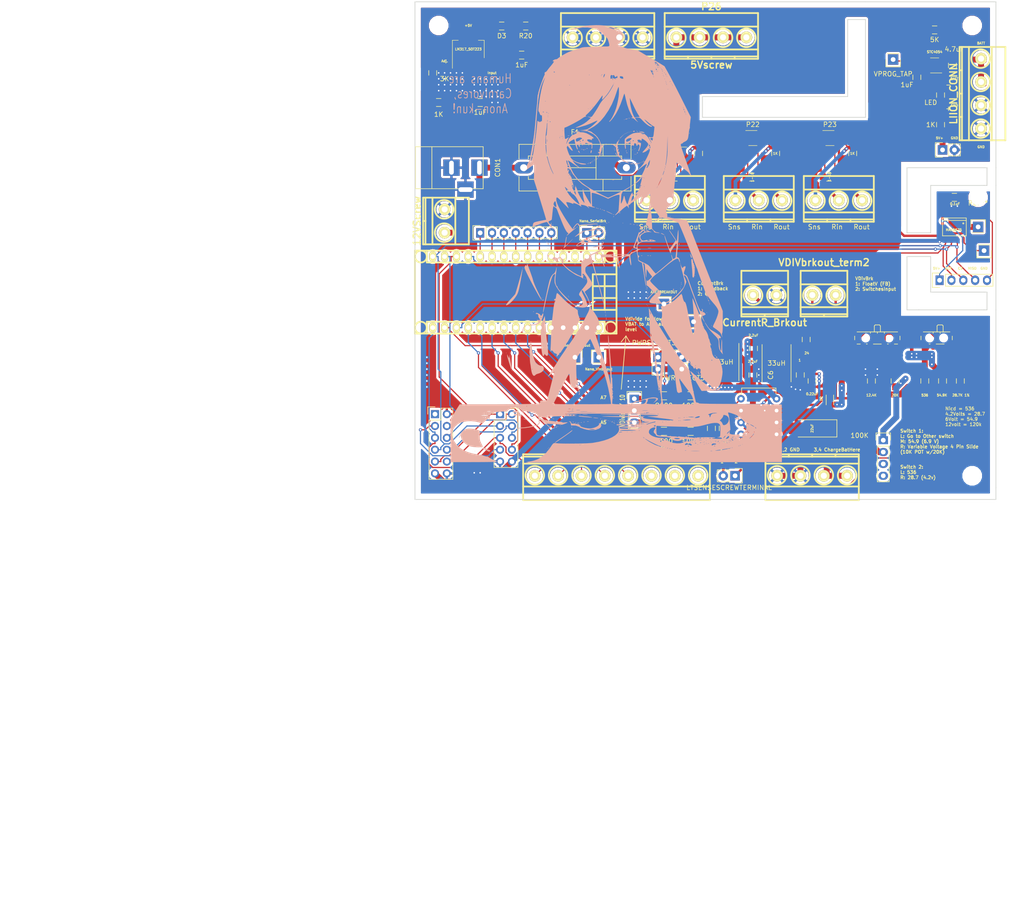
<source format=kicad_pcb>
(kicad_pcb (version 20171130) (host pcbnew 5.0.2+dfsg1-1~bpo9+1)

  (general
    (thickness 1.6)
    (drawings 80)
    (tracks 771)
    (zones 0)
    (modules 87)
    (nets 74)
  )

  (page USLetter)
  (title_block
    (title "Project Title")
  )

  (layers
    (0 F.Cu signal)
    (31 B.Cu signal)
    (34 B.Paste user)
    (35 F.Paste user)
    (36 B.SilkS user)
    (37 F.SilkS user)
    (38 B.Mask user)
    (39 F.Mask user)
    (40 Dwgs.User user)
    (44 Edge.Cuts user)
    (46 B.CrtYd user)
    (47 F.CrtYd user)
    (48 B.Fab user)
    (49 F.Fab user)
  )

  (setup
    (last_trace_width 0.254)
    (user_trace_width 0.1524)
    (user_trace_width 0.254)
    (user_trace_width 0.3302)
    (user_trace_width 0.508)
    (user_trace_width 0.762)
    (user_trace_width 1.27)
    (trace_clearance 0.254)
    (zone_clearance 0.508)
    (zone_45_only no)
    (trace_min 0.1524)
    (segment_width 0.1524)
    (edge_width 0.1524)
    (via_size 0.6858)
    (via_drill 0.3302)
    (via_min_size 0.6604)
    (via_min_drill 0.3302)
    (user_via 0.6858 0.3302)
    (user_via 0.762 0.4064)
    (user_via 0.8636 0.508)
    (uvia_size 0.6858)
    (uvia_drill 0.3302)
    (uvias_allowed no)
    (uvia_min_size 0)
    (uvia_min_drill 0)
    (pcb_text_width 0.1524)
    (pcb_text_size 1.016 1.016)
    (mod_edge_width 0.1524)
    (mod_text_size 1.016 1.016)
    (mod_text_width 0.1524)
    (pad_size 2.2352 2.2352)
    (pad_drill 1.016)
    (pad_to_mask_clearance 0.0762)
    (solder_mask_min_width 0.1016)
    (pad_to_paste_clearance -0.0762)
    (aux_axis_origin 0 0)
    (visible_elements 7FFFFFFF)
    (pcbplotparams
      (layerselection 0x310fc_ffffffff)
      (usegerberextensions true)
      (usegerberattributes false)
      (usegerberadvancedattributes false)
      (creategerberjobfile false)
      (excludeedgelayer true)
      (linewidth 0.100000)
      (plotframeref false)
      (viasonmask false)
      (mode 1)
      (useauxorigin false)
      (hpglpennumber 1)
      (hpglpenspeed 20)
      (hpglpendiameter 15.000000)
      (psnegative false)
      (psa4output false)
      (plotreference true)
      (plotvalue true)
      (plotinvisibletext false)
      (padsonsilk false)
      (subtractmaskfromsilk false)
      (outputformat 1)
      (mirror false)
      (drillshape 0)
      (scaleselection 1)
      (outputdirectory "gerbers_rev2"))
  )

  (net 0 "")
  (net 1 GND)
  (net 2 +5V)
  (net 3 /STC4054_Liion_Charge/BAT_LIION_CHRG)
  (net 4 "Net-(C4-Pad1)")
  (net 5 /LT1512/Vsw)
  (net 6 "Net-(C7-Pad2)")
  (net 7 /LT1512/Vcomp)
  (net 8 "Net-(C8-Pad1)")
  (net 9 /LT1512/I_Feedback)
  (net 10 /LT1512/LT_BATCHRG)
  (net 11 "Net-(D1-Pad2)")
  (net 12 /STC4054_Liion_Charge/CHRG)
  (net 13 +12V)
  (net 14 "Net-(J1-Pad1)")
  (net 15 "Net-(J1-Pad2)")
  (net 16 "Net-(J1-Pad3)")
  (net 17 "Net-(J1-Pad5)")
  (net 18 "Net-(J1-Pad6)")
  (net 19 "Net-(J1-Pad7)")
  (net 20 "Net-(J1-Pad8)")
  (net 21 "Net-(J1-Pad9)")
  (net 22 "Net-(J1-Pad10)")
  (net 23 "Net-(J1-Pad11)")
  (net 24 /MAX_CS)
  (net 25 /NANO_CS)
  (net 26 /NANO_MOSI)
  (net 27 /NANO_MISO)
  (net 28 /NANO_SCK)
  (net 29 "Net-(J1-Pad17)")
  (net 30 "Net-(J1-Pad18)")
  (net 31 "Net-(J1-Pad19)")
  (net 32 "Net-(J1-Pad20)")
  (net 33 "Net-(J1-Pad21)")
  (net 34 "Net-(J1-Pad22)")
  (net 35 "Net-(J1-Pad23)")
  (net 36 "Net-(J1-Pad28)")
  (net 37 "Net-(J1-Pad30)")
  (net 38 /LT1512/LT_IFEEDBACK)
  (net 39 /CurrentSense_INA169_1/LOADOUT)
  (net 40 /CurrentSense_INA169_1/LOADIN)
  (net 41 /CurrentSense_INA169_1/CurrentOUT)
  (net 42 /sheet5CBEAB48/CurrentOUT)
  (net 43 /sheet5CBEAB48/LOADIN)
  (net 44 /sheet5CBEAB48/LOADOUT)
  (net 45 /sheet5CBEAC38/LOADOUT)
  (net 46 /sheet5CBEAC38/LOADIN)
  (net 47 /sheet5CBEAC38/CurrentOUT)
  (net 48 /STC4054_Liion_Charge/PROG)
  (net 49 /MAX6675/T+)
  (net 50 /MAX6675/NC)
  (net 51 /ENC28J60/VCC_Branch)
  (net 52 /ENC28J60/INT)
  (net 53 /ENC28J60/CLKOUT)
  (net 54 /ENC28J60/WOL)
  (net 55 /ENC28J60/RSTENC)
  (net 56 /ENC28J60/Q3)
  (net 57 /LT1512/LT_FloatVoltage)
  (net 58 /LT1512/LTShutdownPin)
  (net 59 "Net-(R3-Pad2)")
  (net 60 "Net-(R5-Pad1)")
  (net 61 "Net-(R6-Pad1)")
  (net 62 "Net-(R7-Pad1)")
  (net 63 "Net-(R8-Pad1)")
  (net 64 "Net-(R8-Pad2)")
  (net 65 +3V3)
  (net 66 "Net-(SW1-Pad2)")
  (net 67 "Net-(D3-Pad1)")
  (net 68 /A5)
  (net 69 /A6)
  (net 70 /A7)
  (net 71 "Net-(P17-Pad1)")
  (net 72 "Net-(P17-Pad2)")
  (net 73 "Net-(P17-Pad3)")

  (net_class Default "This is the default net class."
    (clearance 0.254)
    (trace_width 0.254)
    (via_dia 0.6858)
    (via_drill 0.3302)
    (uvia_dia 0.6858)
    (uvia_drill 0.3302)
    (add_net +12V)
    (add_net +3V3)
    (add_net +5V)
    (add_net /A5)
    (add_net /A6)
    (add_net /A7)
    (add_net /CurrentSense_INA169_1/CurrentOUT)
    (add_net /CurrentSense_INA169_1/LOADIN)
    (add_net /CurrentSense_INA169_1/LOADOUT)
    (add_net /ENC28J60/CLKOUT)
    (add_net /ENC28J60/INT)
    (add_net /ENC28J60/Q3)
    (add_net /ENC28J60/RSTENC)
    (add_net /ENC28J60/VCC_Branch)
    (add_net /ENC28J60/WOL)
    (add_net /LT1512/I_Feedback)
    (add_net /LT1512/LTShutdownPin)
    (add_net /LT1512/LT_BATCHRG)
    (add_net /LT1512/LT_FloatVoltage)
    (add_net /LT1512/LT_IFEEDBACK)
    (add_net /LT1512/Vcomp)
    (add_net /LT1512/Vsw)
    (add_net /MAX6675/NC)
    (add_net /MAX6675/T+)
    (add_net /MAX_CS)
    (add_net /NANO_CS)
    (add_net /NANO_MISO)
    (add_net /NANO_MOSI)
    (add_net /NANO_SCK)
    (add_net /STC4054_Liion_Charge/BAT_LIION_CHRG)
    (add_net /STC4054_Liion_Charge/CHRG)
    (add_net /STC4054_Liion_Charge/PROG)
    (add_net /sheet5CBEAB48/CurrentOUT)
    (add_net /sheet5CBEAB48/LOADIN)
    (add_net /sheet5CBEAB48/LOADOUT)
    (add_net /sheet5CBEAC38/CurrentOUT)
    (add_net /sheet5CBEAC38/LOADIN)
    (add_net /sheet5CBEAC38/LOADOUT)
    (add_net GND)
    (add_net "Net-(C4-Pad1)")
    (add_net "Net-(C7-Pad2)")
    (add_net "Net-(C8-Pad1)")
    (add_net "Net-(D1-Pad2)")
    (add_net "Net-(D3-Pad1)")
    (add_net "Net-(J1-Pad1)")
    (add_net "Net-(J1-Pad10)")
    (add_net "Net-(J1-Pad11)")
    (add_net "Net-(J1-Pad17)")
    (add_net "Net-(J1-Pad18)")
    (add_net "Net-(J1-Pad19)")
    (add_net "Net-(J1-Pad2)")
    (add_net "Net-(J1-Pad20)")
    (add_net "Net-(J1-Pad21)")
    (add_net "Net-(J1-Pad22)")
    (add_net "Net-(J1-Pad23)")
    (add_net "Net-(J1-Pad28)")
    (add_net "Net-(J1-Pad3)")
    (add_net "Net-(J1-Pad30)")
    (add_net "Net-(J1-Pad5)")
    (add_net "Net-(J1-Pad6)")
    (add_net "Net-(J1-Pad7)")
    (add_net "Net-(J1-Pad8)")
    (add_net "Net-(J1-Pad9)")
    (add_net "Net-(P17-Pad1)")
    (add_net "Net-(P17-Pad2)")
    (add_net "Net-(P17-Pad3)")
    (add_net "Net-(R3-Pad2)")
    (add_net "Net-(R5-Pad1)")
    (add_net "Net-(R6-Pad1)")
    (add_net "Net-(R7-Pad1)")
    (add_net "Net-(R8-Pad1)")
    (add_net "Net-(R8-Pad2)")
    (add_net "Net-(SW1-Pad2)")
  )

  (module Pin_Headers:Pin_Header_Straight_1x01 (layer F.Cu) (tedit 5CC87ECE) (tstamp 5CCECB55)
    (at 130.81 116.84)
    (descr "Through hole pin header")
    (tags "pin header")
    (path /5CC87E3D)
    (fp_text reference P30 (at 0 -5.1) (layer F.SilkS) hide
      (effects (font (size 1 1) (thickness 0.15)))
    )
    (fp_text value 3v3Breakout (at 0 2.54) (layer F.SilkS)
      (effects (font (size 0.508 0.508) (thickness 0.127)))
    )
    (fp_line (start -1.27 1.27) (end 1.27 1.27) (layer F.SilkS) (width 0.15))
    (fp_line (start -1.55 -1.55) (end 1.55 -1.55) (layer F.SilkS) (width 0.15))
    (fp_line (start -1.55 0) (end -1.55 -1.55) (layer F.SilkS) (width 0.15))
    (fp_line (start -1.75 1.75) (end 1.75 1.75) (layer F.CrtYd) (width 0.05))
    (fp_line (start -1.75 -1.75) (end 1.75 -1.75) (layer F.CrtYd) (width 0.05))
    (fp_line (start 1.75 -1.75) (end 1.75 1.75) (layer F.CrtYd) (width 0.05))
    (fp_line (start -1.75 -1.75) (end -1.75 1.75) (layer F.CrtYd) (width 0.05))
    (fp_line (start 1.55 -1.55) (end 1.55 0) (layer F.SilkS) (width 0.15))
    (pad 1 thru_hole rect (at 0 0) (size 2.2352 2.2352) (drill 1.016) (layers *.Cu *.Mask)
      (net 29 "Net-(J1-Pad17)"))
    (model Pin_Headers.3dshapes/Pin_Header_Straight_1x01.wrl
      (at (xyz 0 0 0))
      (scale (xyz 1 1 1))
      (rotate (xyz 0 0 90))
    )
  )

  (module Connectors:BARREL_JACK (layer F.Cu) (tedit 0) (tstamp 5CC05F9F)
    (at 78.74 83.82)
    (descr "DC Barrel Jack")
    (tags "Power Jack")
    (path /5CBC4AC4/5CBD2D8E)
    (fp_text reference CON1 (at 10.09904 0 90) (layer F.SilkS)
      (effects (font (size 1 1) (thickness 0.15)))
    )
    (fp_text value BARREL_JACK (at 0 -5.99948) (layer F.Fab)
      (effects (font (size 1 1) (thickness 0.15)))
    )
    (fp_line (start -4.0005 -4.50088) (end -4.0005 4.50088) (layer F.SilkS) (width 0.15))
    (fp_line (start -7.50062 -4.50088) (end -7.50062 4.50088) (layer F.SilkS) (width 0.15))
    (fp_line (start -7.50062 4.50088) (end 7.00024 4.50088) (layer F.SilkS) (width 0.15))
    (fp_line (start 7.00024 4.50088) (end 7.00024 -4.50088) (layer F.SilkS) (width 0.15))
    (fp_line (start 7.00024 -4.50088) (end -7.50062 -4.50088) (layer F.SilkS) (width 0.15))
    (pad 1 thru_hole rect (at 6.20014 0) (size 3.50012 3.50012) (drill oval 1.00076 2.99974) (layers *.Cu *.Mask)
      (net 13 +12V))
    (pad 2 thru_hole rect (at 0.20066 0) (size 3.50012 3.50012) (drill oval 1.00076 2.99974) (layers *.Cu *.Mask)
      (net 1 GND))
    (pad 3 thru_hole rect (at 3.2004 4.699) (size 3.50012 3.50012) (drill oval 2.99974 1.00076) (layers *.Cu *.Mask)
      (net 1 GND))
  )

  (module Capacitors_SMD:C_0805_HandSoldering (layer F.Cu) (tedit 5CBD07B9) (tstamp 5CC60F97)
    (at 178.642 64.4427 270)
    (descr "Capacitor SMD 0805, hand soldering")
    (tags "capacitor 0805")
    (path /5CBBEAA9/5CBBFBC6)
    (attr smd)
    (fp_text reference C1 (at 0 -2.1 270) (layer F.SilkS) hide
      (effects (font (size 1 1) (thickness 0.15)))
    )
    (fp_text value 1uF (at 1.5973 2.112) (layer F.SilkS)
      (effects (font (size 1 1) (thickness 0.15)))
    )
    (fp_line (start -0.5 0.85) (end 0.5 0.85) (layer F.SilkS) (width 0.15))
    (fp_line (start 0.5 -0.85) (end -0.5 -0.85) (layer F.SilkS) (width 0.15))
    (fp_line (start 2.3 -1) (end 2.3 1) (layer F.CrtYd) (width 0.05))
    (fp_line (start -2.3 -1) (end -2.3 1) (layer F.CrtYd) (width 0.05))
    (fp_line (start -2.3 1) (end 2.3 1) (layer F.CrtYd) (width 0.05))
    (fp_line (start -2.3 -1) (end 2.3 -1) (layer F.CrtYd) (width 0.05))
    (fp_line (start -1 -0.625) (end 1 -0.625) (layer F.Fab) (width 0.15))
    (fp_line (start 1 -0.625) (end 1 0.625) (layer F.Fab) (width 0.15))
    (fp_line (start 1 0.625) (end -1 0.625) (layer F.Fab) (width 0.15))
    (fp_line (start -1 0.625) (end -1 -0.625) (layer F.Fab) (width 0.15))
    (pad 2 smd rect (at 1.25 0 270) (size 1.5 1.25) (layers F.Cu F.Paste F.Mask)
      (net 1 GND))
    (pad 1 smd rect (at -1.25 0 270) (size 1.5 1.25) (layers F.Cu F.Paste F.Mask)
      (net 2 +5V))
    (model Capacitors_SMD.3dshapes/C_0805_HandSoldering.wrl
      (at (xyz 0 0 0))
      (scale (xyz 1 1 1))
      (rotate (xyz 0 0 0))
    )
  )

  (module Capacitors_SMD:C_0805_HandSoldering (layer F.Cu) (tedit 5CBD07D6) (tstamp 5CC60FA7)
    (at 186.262 61.9027 270)
    (descr "Capacitor SMD 0805, hand soldering")
    (tags "capacitor 0805")
    (path /5CBBEAA9/5CBC0798)
    (attr smd)
    (fp_text reference C2 (at 0 -2.1 270) (layer F.SilkS) hide
      (effects (font (size 1 1) (thickness 0.15)))
    )
    (fp_text value 4.7uF (at -3.482743 -0.428) (layer F.SilkS)
      (effects (font (size 1 1) (thickness 0.15)))
    )
    (fp_line (start -1 0.625) (end -1 -0.625) (layer F.Fab) (width 0.15))
    (fp_line (start 1 0.625) (end -1 0.625) (layer F.Fab) (width 0.15))
    (fp_line (start 1 -0.625) (end 1 0.625) (layer F.Fab) (width 0.15))
    (fp_line (start -1 -0.625) (end 1 -0.625) (layer F.Fab) (width 0.15))
    (fp_line (start -2.3 -1) (end 2.3 -1) (layer F.CrtYd) (width 0.05))
    (fp_line (start -2.3 1) (end 2.3 1) (layer F.CrtYd) (width 0.05))
    (fp_line (start -2.3 -1) (end -2.3 1) (layer F.CrtYd) (width 0.05))
    (fp_line (start 2.3 -1) (end 2.3 1) (layer F.CrtYd) (width 0.05))
    (fp_line (start 0.5 -0.85) (end -0.5 -0.85) (layer F.SilkS) (width 0.15))
    (fp_line (start -0.5 0.85) (end 0.5 0.85) (layer F.SilkS) (width 0.15))
    (pad 1 smd rect (at -1.25 0 270) (size 1.5 1.25) (layers F.Cu F.Paste F.Mask)
      (net 3 /STC4054_Liion_Charge/BAT_LIION_CHRG))
    (pad 2 smd rect (at 1.25 0 270) (size 1.5 1.25) (layers F.Cu F.Paste F.Mask)
      (net 1 GND))
    (model Capacitors_SMD.3dshapes/C_0805_HandSoldering.wrl
      (at (xyz 0 0 0))
      (scale (xyz 1 1 1))
      (rotate (xyz 0 0 0))
    )
  )

  (module Capacitors_SMD:C_0805_HandSoldering (layer F.Cu) (tedit 5CBD055A) (tstamp 5CC60FB7)
    (at 186.69 90.17)
    (descr "Capacitor SMD 0805, hand soldering")
    (tags "capacitor 0805")
    (path /5CBC1777/5CBC1EC5)
    (attr smd)
    (fp_text reference C3 (at 0 -2.1) (layer F.Fab)
      (effects (font (size 1 1) (thickness 0.15)))
    )
    (fp_text value 0.1uF (at 0.127 1.397) (layer F.SilkS)
      (effects (font (size 0.508 0.508) (thickness 0.127)))
    )
    (fp_line (start -0.5 0.85) (end 0.5 0.85) (layer F.SilkS) (width 0.15))
    (fp_line (start 0.5 -0.85) (end -0.5 -0.85) (layer F.SilkS) (width 0.15))
    (fp_line (start 2.3 -1) (end 2.3 1) (layer F.CrtYd) (width 0.05))
    (fp_line (start -2.3 -1) (end -2.3 1) (layer F.CrtYd) (width 0.05))
    (fp_line (start -2.3 1) (end 2.3 1) (layer F.CrtYd) (width 0.05))
    (fp_line (start -2.3 -1) (end 2.3 -1) (layer F.CrtYd) (width 0.05))
    (fp_line (start -1 -0.625) (end 1 -0.625) (layer F.Fab) (width 0.15))
    (fp_line (start 1 -0.625) (end 1 0.625) (layer F.Fab) (width 0.15))
    (fp_line (start 1 0.625) (end -1 0.625) (layer F.Fab) (width 0.15))
    (fp_line (start -1 0.625) (end -1 -0.625) (layer F.Fab) (width 0.15))
    (pad 2 smd rect (at 1.25 0) (size 1.5 1.25) (layers F.Cu F.Paste F.Mask)
      (net 1 GND))
    (pad 1 smd rect (at -1.25 0) (size 1.5 1.25) (layers F.Cu F.Paste F.Mask)
      (net 2 +5V))
    (model Capacitors_SMD.3dshapes/C_0805_HandSoldering.wrl
      (at (xyz 0 0 0))
      (scale (xyz 1 1 1))
      (rotate (xyz 0 0 0))
    )
  )

  (module Capacitors_SMD:C_0805_HandSoldering (layer F.Cu) (tedit 5CBD0AF6) (tstamp 5CC60FC7)
    (at 93.98 59.69)
    (descr "Capacitor SMD 0805, hand soldering")
    (tags "capacitor 0805")
    (path /5CBC4AC4/5CBC5531)
    (attr smd)
    (fp_text reference C4 (at 0 -2.1) (layer F.SilkS) hide
      (effects (font (size 1 1) (thickness 0.15)))
    )
    (fp_text value 1uF (at 0 2.1) (layer F.SilkS)
      (effects (font (size 1 1) (thickness 0.15)))
    )
    (fp_line (start -0.5 0.85) (end 0.5 0.85) (layer F.SilkS) (width 0.15))
    (fp_line (start 0.5 -0.85) (end -0.5 -0.85) (layer F.SilkS) (width 0.15))
    (fp_line (start 2.3 -1) (end 2.3 1) (layer F.CrtYd) (width 0.05))
    (fp_line (start -2.3 -1) (end -2.3 1) (layer F.CrtYd) (width 0.05))
    (fp_line (start -2.3 1) (end 2.3 1) (layer F.CrtYd) (width 0.05))
    (fp_line (start -2.3 -1) (end 2.3 -1) (layer F.CrtYd) (width 0.05))
    (fp_line (start -1 -0.625) (end 1 -0.625) (layer F.Fab) (width 0.15))
    (fp_line (start 1 -0.625) (end 1 0.625) (layer F.Fab) (width 0.15))
    (fp_line (start 1 0.625) (end -1 0.625) (layer F.Fab) (width 0.15))
    (fp_line (start -1 0.625) (end -1 -0.625) (layer F.Fab) (width 0.15))
    (pad 2 smd rect (at 1.25 0) (size 1.5 1.25) (layers F.Cu F.Paste F.Mask)
      (net 1 GND))
    (pad 1 smd rect (at -1.25 0) (size 1.5 1.25) (layers F.Cu F.Paste F.Mask)
      (net 4 "Net-(C4-Pad1)"))
    (model Capacitors_SMD.3dshapes/C_0805_HandSoldering.wrl
      (at (xyz 0 0 0))
      (scale (xyz 1 1 1))
      (rotate (xyz 0 0 0))
    )
  )

  (module Capacitors_SMD:C_0805_HandSoldering (layer F.Cu) (tedit 5CBD0AE3) (tstamp 5CC60FD7)
    (at 85.09 69.85)
    (descr "Capacitor SMD 0805, hand soldering")
    (tags "capacitor 0805")
    (path /5CBC4AC4/5CBC54F0)
    (attr smd)
    (fp_text reference C5 (at 0 -2.1) (layer F.SilkS) hide
      (effects (font (size 1 1) (thickness 0.15)))
    )
    (fp_text value 1uF (at 0 2.1) (layer F.SilkS)
      (effects (font (size 1 1) (thickness 0.15)))
    )
    (fp_line (start -0.5 0.85) (end 0.5 0.85) (layer F.SilkS) (width 0.15))
    (fp_line (start 0.5 -0.85) (end -0.5 -0.85) (layer F.SilkS) (width 0.15))
    (fp_line (start 2.3 -1) (end 2.3 1) (layer F.CrtYd) (width 0.05))
    (fp_line (start -2.3 -1) (end -2.3 1) (layer F.CrtYd) (width 0.05))
    (fp_line (start -2.3 1) (end 2.3 1) (layer F.CrtYd) (width 0.05))
    (fp_line (start -2.3 -1) (end 2.3 -1) (layer F.CrtYd) (width 0.05))
    (fp_line (start -1 -0.625) (end 1 -0.625) (layer F.Fab) (width 0.15))
    (fp_line (start 1 -0.625) (end 1 0.625) (layer F.Fab) (width 0.15))
    (fp_line (start 1 0.625) (end -1 0.625) (layer F.Fab) (width 0.15))
    (fp_line (start -1 0.625) (end -1 -0.625) (layer F.Fab) (width 0.15))
    (pad 2 smd rect (at 1.25 0) (size 1.5 1.25) (layers F.Cu F.Paste F.Mask)
      (net 1 GND))
    (pad 1 smd rect (at -1.25 0) (size 1.5 1.25) (layers F.Cu F.Paste F.Mask)
      (net 2 +5V))
    (model Capacitors_SMD.3dshapes/C_0805_HandSoldering.wrl
      (at (xyz 0 0 0))
      (scale (xyz 1 1 1))
      (rotate (xyz 0 0 0))
    )
  )

  (module Capacitors_SMD:C_0805_HandSoldering (layer F.Cu) (tedit 5CBD06E0) (tstamp 5CC60FE7)
    (at 143.51 128.27 90)
    (descr "Capacitor SMD 0805, hand soldering")
    (tags "capacitor 0805")
    (path /5CBC6C0A/5CBC7FC7)
    (attr smd)
    (fp_text reference C6 (at 0 3.81 90) (layer F.SilkS)
      (effects (font (size 1 1) (thickness 0.15)))
    )
    (fp_text value 2.2uF (at 2.921 0 180) (layer F.SilkS)
      (effects (font (size 0.508 0.508) (thickness 0.127)))
    )
    (fp_line (start -0.5 0.85) (end 0.5 0.85) (layer F.SilkS) (width 0.15))
    (fp_line (start 0.5 -0.85) (end -0.5 -0.85) (layer F.SilkS) (width 0.15))
    (fp_line (start 2.3 -1) (end 2.3 1) (layer F.CrtYd) (width 0.05))
    (fp_line (start -2.3 -1) (end -2.3 1) (layer F.CrtYd) (width 0.05))
    (fp_line (start -2.3 1) (end 2.3 1) (layer F.CrtYd) (width 0.05))
    (fp_line (start -2.3 -1) (end 2.3 -1) (layer F.CrtYd) (width 0.05))
    (fp_line (start -1 -0.625) (end 1 -0.625) (layer F.Fab) (width 0.15))
    (fp_line (start 1 -0.625) (end 1 0.625) (layer F.Fab) (width 0.15))
    (fp_line (start 1 0.625) (end -1 0.625) (layer F.Fab) (width 0.15))
    (fp_line (start -1 0.625) (end -1 -0.625) (layer F.Fab) (width 0.15))
    (pad 2 smd rect (at 1.25 0 90) (size 1.5 1.25) (layers F.Cu F.Paste F.Mask)
      (net 1 GND))
    (pad 1 smd rect (at -1.25 0 90) (size 1.5 1.25) (layers F.Cu F.Paste F.Mask)
      (net 2 +5V))
    (model Capacitors_SMD.3dshapes/C_0805_HandSoldering.wrl
      (at (xyz 0 0 0))
      (scale (xyz 1 1 1))
      (rotate (xyz 0 0 0))
    )
  )

  (module Capacitors_SMD:C_0805_HandSoldering (layer F.Cu) (tedit 5CBD0637) (tstamp 5CC60FF7)
    (at 143.637 122.555 270)
    (descr "Capacitor SMD 0805, hand soldering")
    (tags "capacitor 0805")
    (path /5CBC6C0A/5CBCA445)
    (attr smd)
    (fp_text reference C7 (at 0 -2.1 270) (layer F.Fab)
      (effects (font (size 1 1) (thickness 0.15)))
    )
    (fp_text value 2.2uF (at -2.794 0) (layer F.SilkS)
      (effects (font (size 0.508 0.508) (thickness 0.127)))
    )
    (fp_line (start -1 0.625) (end -1 -0.625) (layer F.Fab) (width 0.15))
    (fp_line (start 1 0.625) (end -1 0.625) (layer F.Fab) (width 0.15))
    (fp_line (start 1 -0.625) (end 1 0.625) (layer F.Fab) (width 0.15))
    (fp_line (start -1 -0.625) (end 1 -0.625) (layer F.Fab) (width 0.15))
    (fp_line (start -2.3 -1) (end 2.3 -1) (layer F.CrtYd) (width 0.05))
    (fp_line (start -2.3 1) (end 2.3 1) (layer F.CrtYd) (width 0.05))
    (fp_line (start -2.3 -1) (end -2.3 1) (layer F.CrtYd) (width 0.05))
    (fp_line (start 2.3 -1) (end 2.3 1) (layer F.CrtYd) (width 0.05))
    (fp_line (start 0.5 -0.85) (end -0.5 -0.85) (layer F.SilkS) (width 0.15))
    (fp_line (start -0.5 0.85) (end 0.5 0.85) (layer F.SilkS) (width 0.15))
    (pad 1 smd rect (at -1.25 0 270) (size 1.5 1.25) (layers F.Cu F.Paste F.Mask)
      (net 5 /LT1512/Vsw))
    (pad 2 smd rect (at 1.25 0 270) (size 1.5 1.25) (layers F.Cu F.Paste F.Mask)
      (net 6 "Net-(C7-Pad2)"))
    (model Capacitors_SMD.3dshapes/C_0805_HandSoldering.wrl
      (at (xyz 0 0 0))
      (scale (xyz 1 1 1))
      (rotate (xyz 0 0 0))
    )
  )

  (module Capacitors_SMD:C_0805_HandSoldering (layer F.Cu) (tedit 5CBD05B1) (tstamp 5CC61007)
    (at 137.16 139.7 90)
    (descr "Capacitor SMD 0805, hand soldering")
    (tags "capacitor 0805")
    (path /5CBC6C0A/5CBC8B80)
    (attr smd)
    (fp_text reference C8 (at 0 -2.1 90) (layer F.Fab) hide
      (effects (font (size 1 1) (thickness 0.15)))
    )
    (fp_text value 0.1uF (at -2.794 0.127 180) (layer F.SilkS)
      (effects (font (size 0.508 0.508) (thickness 0.127)))
    )
    (fp_line (start -0.5 0.85) (end 0.5 0.85) (layer F.SilkS) (width 0.15))
    (fp_line (start 0.5 -0.85) (end -0.5 -0.85) (layer F.SilkS) (width 0.15))
    (fp_line (start 2.3 -1) (end 2.3 1) (layer F.CrtYd) (width 0.05))
    (fp_line (start -2.3 -1) (end -2.3 1) (layer F.CrtYd) (width 0.05))
    (fp_line (start -2.3 1) (end 2.3 1) (layer F.CrtYd) (width 0.05))
    (fp_line (start -2.3 -1) (end 2.3 -1) (layer F.CrtYd) (width 0.05))
    (fp_line (start -1 -0.625) (end 1 -0.625) (layer F.Fab) (width 0.15))
    (fp_line (start 1 -0.625) (end 1 0.625) (layer F.Fab) (width 0.15))
    (fp_line (start 1 0.625) (end -1 0.625) (layer F.Fab) (width 0.15))
    (fp_line (start -1 0.625) (end -1 -0.625) (layer F.Fab) (width 0.15))
    (pad 2 smd rect (at 1.25 0 90) (size 1.5 1.25) (layers F.Cu F.Paste F.Mask)
      (net 7 /LT1512/Vcomp))
    (pad 1 smd rect (at -1.25 0 90) (size 1.5 1.25) (layers F.Cu F.Paste F.Mask)
      (net 8 "Net-(C8-Pad1)"))
    (model Capacitors_SMD.3dshapes/C_0805_HandSoldering.wrl
      (at (xyz 0 0 0))
      (scale (xyz 1 1 1))
      (rotate (xyz 0 0 0))
    )
  )

  (module Capacitors_SMD:C_0805_HandSoldering (layer F.Cu) (tedit 5CBD05E0) (tstamp 5CC61017)
    (at 156.21 129.54 270)
    (descr "Capacitor SMD 0805, hand soldering")
    (tags "capacitor 0805")
    (path /5CBC6C0A/5CBC988F)
    (attr smd)
    (fp_text reference C9 (at 0 -2.1 270) (layer F.SilkS) hide
      (effects (font (size 1 1) (thickness 0.15)))
    )
    (fp_text value 0.22uF (at 2.794 0) (layer F.SilkS)
      (effects (font (size 0.508 0.508) (thickness 0.127)))
    )
    (fp_line (start -1 0.625) (end -1 -0.625) (layer F.Fab) (width 0.15))
    (fp_line (start 1 0.625) (end -1 0.625) (layer F.Fab) (width 0.15))
    (fp_line (start 1 -0.625) (end 1 0.625) (layer F.Fab) (width 0.15))
    (fp_line (start -1 -0.625) (end 1 -0.625) (layer F.Fab) (width 0.15))
    (fp_line (start -2.3 -1) (end 2.3 -1) (layer F.CrtYd) (width 0.05))
    (fp_line (start -2.3 1) (end 2.3 1) (layer F.CrtYd) (width 0.05))
    (fp_line (start -2.3 -1) (end -2.3 1) (layer F.CrtYd) (width 0.05))
    (fp_line (start 2.3 -1) (end 2.3 1) (layer F.CrtYd) (width 0.05))
    (fp_line (start 0.5 -0.85) (end -0.5 -0.85) (layer F.SilkS) (width 0.15))
    (fp_line (start -0.5 0.85) (end 0.5 0.85) (layer F.SilkS) (width 0.15))
    (pad 1 smd rect (at -1.25 0 270) (size 1.5 1.25) (layers F.Cu F.Paste F.Mask)
      (net 9 /LT1512/I_Feedback))
    (pad 2 smd rect (at 1.25 0 270) (size 1.5 1.25) (layers F.Cu F.Paste F.Mask)
      (net 1 GND))
    (model Capacitors_SMD.3dshapes/C_0805_HandSoldering.wrl
      (at (xyz 0 0 0))
      (scale (xyz 1 1 1))
      (rotate (xyz 0 0 0))
    )
  )

  (module Capacitors_Tantalum_SMD:Tantalum_Case-C_EIA-6032-28_Hand (layer F.Cu) (tedit 5CBD05C1) (tstamp 5CC6102A)
    (at 156.21 139.7 180)
    (descr "Tantalum capacitor, Case C, EIA 6032-28, 6.0x3.2x2.5mm, Hand soldering footprint")
    (tags "capacitor tantalum smd")
    (path /5CBC6C0A/5CBCF221)
    (attr smd)
    (fp_text reference C10 (at 0 -3.35 180) (layer F.Fab)
      (effects (font (size 1 1) (thickness 0.15)))
    )
    (fp_text value 22uF (at 0 0 270) (layer F.SilkS)
      (effects (font (size 0.508 0.508) (thickness 0.127)))
    )
    (fp_line (start -5.4 -2) (end -5.4 2) (layer F.CrtYd) (width 0.05))
    (fp_line (start -5.4 2) (end 5.4 2) (layer F.CrtYd) (width 0.05))
    (fp_line (start 5.4 2) (end 5.4 -2) (layer F.CrtYd) (width 0.05))
    (fp_line (start 5.4 -2) (end -5.4 -2) (layer F.CrtYd) (width 0.05))
    (fp_line (start -3 -1.6) (end -3 1.6) (layer F.Fab) (width 0.15))
    (fp_line (start -3 1.6) (end 3 1.6) (layer F.Fab) (width 0.15))
    (fp_line (start 3 1.6) (end 3 -1.6) (layer F.Fab) (width 0.15))
    (fp_line (start 3 -1.6) (end -3 -1.6) (layer F.Fab) (width 0.15))
    (fp_line (start -2.4 -1.6) (end -2.4 1.6) (layer F.Fab) (width 0.15))
    (fp_line (start -2.1 -1.6) (end -2.1 1.6) (layer F.Fab) (width 0.15))
    (fp_line (start -5.3 -1.85) (end 3 -1.85) (layer F.SilkS) (width 0.15))
    (fp_line (start -5.3 1.85) (end 3 1.85) (layer F.SilkS) (width 0.15))
    (fp_line (start -5.3 -1.85) (end -5.3 1.85) (layer F.SilkS) (width 0.15))
    (pad 1 smd rect (at -3.125 0 180) (size 3.75 2.5) (layers F.Cu F.Paste F.Mask)
      (net 10 /LT1512/LT_BATCHRG))
    (pad 2 smd rect (at 3.125 0 180) (size 3.75 2.5) (layers F.Cu F.Paste F.Mask)
      (net 1 GND))
    (model Capacitors_Tantalum_SMD.3dshapes/Tantalum_Case-C_EIA-6032-28.wrl
      (at (xyz 0 0 0))
      (scale (xyz 1 1 1))
      (rotate (xyz 0 0 0))
    )
  )

  (module Capacitors_SMD:C_0805_HandSoldering (layer F.Cu) (tedit 5CBD07CD) (tstamp 5CC6103A)
    (at 183.722 68.2527 270)
    (descr "Capacitor SMD 0805, hand soldering")
    (tags "capacitor 0805")
    (path /5CBBEAA9/5CBBF242)
    (attr smd)
    (fp_text reference D1 (at 0 -2.1 270) (layer F.SilkS) hide
      (effects (font (size 1 1) (thickness 0.15)))
    )
    (fp_text value LED (at 1.5973 2.112) (layer F.SilkS)
      (effects (font (size 1 1) (thickness 0.15)))
    )
    (fp_line (start -0.5 0.85) (end 0.5 0.85) (layer F.SilkS) (width 0.15))
    (fp_line (start 0.5 -0.85) (end -0.5 -0.85) (layer F.SilkS) (width 0.15))
    (fp_line (start 2.3 -1) (end 2.3 1) (layer F.CrtYd) (width 0.05))
    (fp_line (start -2.3 -1) (end -2.3 1) (layer F.CrtYd) (width 0.05))
    (fp_line (start -2.3 1) (end 2.3 1) (layer F.CrtYd) (width 0.05))
    (fp_line (start -2.3 -1) (end 2.3 -1) (layer F.CrtYd) (width 0.05))
    (fp_line (start -1 -0.625) (end 1 -0.625) (layer F.Fab) (width 0.15))
    (fp_line (start 1 -0.625) (end 1 0.625) (layer F.Fab) (width 0.15))
    (fp_line (start 1 0.625) (end -1 0.625) (layer F.Fab) (width 0.15))
    (fp_line (start -1 0.625) (end -1 -0.625) (layer F.Fab) (width 0.15))
    (pad 2 smd rect (at 1.25 0 270) (size 1.5 1.25) (layers F.Cu F.Paste F.Mask)
      (net 11 "Net-(D1-Pad2)"))
    (pad 1 smd rect (at -1.25 0 270) (size 1.5 1.25) (layers F.Cu F.Paste F.Mask)
      (net 12 /STC4054_Liion_Charge/CHRG))
    (model Capacitors_SMD.3dshapes/C_0805_HandSoldering.wrl
      (at (xyz 0 0 0))
      (scale (xyz 1 1 1))
      (rotate (xyz 0 0 0))
    )
  )

  (module Diodes_SMD:SOD-323_HandSoldering (layer F.Cu) (tedit 5CC4FD9A) (tstamp 5CC61050)
    (at 160.02 133.35 90)
    (descr SOD-323)
    (tags SOD-323)
    (path /5CBC6C0A/5CBCC66F)
    (attr smd)
    (fp_text reference D2 (at 0 -1.85 90) (layer F.SilkS)
      (effects (font (size 0.508 0.508) (thickness 0.127)))
    )
    (fp_text value D_Schottky (at 0.1 1.9 90) (layer F.Fab)
      (effects (font (size 1 1) (thickness 0.15)))
    )
    (fp_line (start 0.2 0) (end 0.45 0) (layer F.Fab) (width 0.15))
    (fp_line (start 0.2 0.35) (end -0.3 0) (layer F.Fab) (width 0.15))
    (fp_line (start 0.2 -0.35) (end 0.2 0.35) (layer F.Fab) (width 0.15))
    (fp_line (start -0.3 0) (end 0.2 -0.35) (layer F.Fab) (width 0.15))
    (fp_line (start -0.3 0) (end -0.5 0) (layer F.Fab) (width 0.15))
    (fp_line (start -0.3 -0.35) (end -0.3 0.35) (layer F.Fab) (width 0.15))
    (fp_line (start -0.85 0.65) (end -0.85 -0.65) (layer F.Fab) (width 0.15))
    (fp_line (start 0.85 0.65) (end -0.85 0.65) (layer F.Fab) (width 0.15))
    (fp_line (start 0.85 -0.65) (end 0.85 0.65) (layer F.Fab) (width 0.15))
    (fp_line (start -0.85 -0.65) (end 0.85 -0.65) (layer F.Fab) (width 0.15))
    (fp_line (start -1.9 -0.95) (end 1.9 -0.95) (layer F.CrtYd) (width 0.05))
    (fp_line (start 1.9 -0.95) (end 1.9 0.95) (layer F.CrtYd) (width 0.05))
    (fp_line (start -1.9 0.95) (end 1.9 0.95) (layer F.CrtYd) (width 0.05))
    (fp_line (start -1.9 -0.95) (end -1.9 0.95) (layer F.CrtYd) (width 0.05))
    (fp_line (start -1.3 0.8) (end 0.8 0.8) (layer F.SilkS) (width 0.15))
    (fp_line (start -1.3 -0.8) (end 0.8 -0.8) (layer F.SilkS) (width 0.15))
    (pad 1 smd rect (at -1.25 0 90) (size 1 1) (layers F.Cu F.Paste F.Mask)
      (net 10 /LT1512/LT_BATCHRG))
    (pad 2 smd rect (at 1.25 0 90) (size 1 1) (layers F.Cu F.Paste F.Mask)
      (net 6 "Net-(C7-Pad2)"))
    (model Diodes_SMD.3dshapes/SOD-323.wrl
      (at (xyz 0 0 0))
      (scale (xyz 1 1 1))
      (rotate (xyz 0 0 180))
    )
  )

  (module Fuse_Holders_and_Fuses:Fuseholder5x20_horiz_SemiClosed_Casing10x25mm (layer F.Cu) (tedit 0) (tstamp 5CC61069)
    (at 105.41 83.82)
    (descr "Fuseholder, 5x20, Semi closed, horizontal, Casing 10x25mm,")
    (tags "Fuseholder, 5x20, Semi closed, horizontal, Casing 10x25mm, Sicherungshalter, halbgeschlossen,")
    (path /5CBC4AC4/5CBF5A27)
    (fp_text reference F1 (at 0 -7.62) (layer F.SilkS)
      (effects (font (size 1 1) (thickness 0.15)))
    )
    (fp_text value Fuse (at 1.27 7.62) (layer F.Fab)
      (effects (font (size 1 1) (thickness 0.15)))
    )
    (fp_line (start -5.99948 -2.49936) (end -5.99948 -5.00126) (layer F.SilkS) (width 0.15))
    (fp_line (start -5.99948 5.00126) (end -5.99948 2.49936) (layer F.SilkS) (width 0.15))
    (fp_line (start 5.99948 5.00126) (end 5.99948 2.49936) (layer F.SilkS) (width 0.15))
    (fp_line (start 5.99948 -5.00126) (end 5.99948 -2.49936) (layer F.SilkS) (width 0.15))
    (fp_line (start -4.50088 0) (end 4.50088 0) (layer F.SilkS) (width 0.15))
    (fp_line (start -4.50088 -2.49936) (end -4.50088 2.49936) (layer F.SilkS) (width 0.15))
    (fp_line (start 4.50088 -2.49936) (end 4.50088 2.49936) (layer F.SilkS) (width 0.15))
    (fp_line (start 9.99998 -1.89992) (end 9.99998 -2.49936) (layer F.SilkS) (width 0.15))
    (fp_line (start -9.99998 1.89992) (end -9.99998 2.49936) (layer F.SilkS) (width 0.15))
    (fp_line (start -9.99998 2.49936) (end 9.99998 2.49936) (layer F.SilkS) (width 0.15))
    (fp_line (start 9.99998 2.49936) (end 9.99998 1.89992) (layer F.SilkS) (width 0.15))
    (fp_line (start 9.99998 -2.49936) (end -9.99998 -2.49936) (layer F.SilkS) (width 0.15))
    (fp_line (start -9.99998 -2.49936) (end -9.99998 -1.89992) (layer F.SilkS) (width 0.15))
    (fp_line (start 11.99896 -1.89992) (end 11.99896 -5.00126) (layer F.SilkS) (width 0.15))
    (fp_line (start -11.99896 1.89992) (end -11.99896 5.00126) (layer F.SilkS) (width 0.15))
    (fp_line (start -11.99896 5.00126) (end 11.99896 5.00126) (layer F.SilkS) (width 0.15))
    (fp_line (start 11.99896 5.00126) (end 11.99896 1.89992) (layer F.SilkS) (width 0.15))
    (fp_line (start 11.99896 -5.00126) (end -11.99896 -5.00126) (layer F.SilkS) (width 0.15))
    (fp_line (start -11.99896 -5.00126) (end -11.99896 -1.89992) (layer F.SilkS) (width 0.15))
    (pad 2 thru_hole oval (at 11.00074 0 270) (size 2.49936 4.0005) (drill 1.50114) (layers *.Cu *.Mask)
      (net 4 "Net-(C4-Pad1)"))
    (pad 1 thru_hole oval (at -11.00074 0 270) (size 2.49936 4.0005) (drill 1.50114) (layers *.Cu *.Mask)
      (net 13 +12V))
  )

  (module w_conn_misc:arduino_nano_header (layer F.Cu) (tedit 5CBD0BE8) (tstamp 5CC6109F)
    (at 92.71 110.49 180)
    (descr "Arduino Nano Header")
    (tags Arduino)
    (path /5CBECE63)
    (fp_text reference J1 (at 0 1.27 180) (layer B.Fab)
      (effects (font (size 1.016 1.016) (thickness 0.2032)) (justify mirror))
    )
    (fp_text value Arduino_Nano_Header (at -7.62 1.27 180) (layer F.SilkS) hide
      (effects (font (size 1.016 0.889) (thickness 0.2032)))
    )
    (fp_line (start -16.51 -1.27) (end -21.59 -1.27) (layer F.SilkS) (width 0.381))
    (fp_line (start -16.51 1.27) (end -21.59 1.27) (layer F.SilkS) (width 0.381))
    (fp_line (start -19.05 -3.81) (end -19.05 3.81) (layer F.SilkS) (width 0.381))
    (fp_line (start -21.59 -3.81) (end -16.51 -3.81) (layer F.SilkS) (width 0.381))
    (fp_line (start -16.51 -3.81) (end -16.51 3.81) (layer F.SilkS) (width 0.381))
    (fp_line (start -16.51 3.81) (end -21.59 3.81) (layer F.SilkS) (width 0.381))
    (fp_line (start 21.59 -8.89) (end -21.59 -8.89) (layer F.SilkS) (width 0.381))
    (fp_line (start -21.59 8.89) (end 21.59 8.89) (layer F.SilkS) (width 0.381))
    (fp_line (start -21.59 8.89) (end -21.59 -8.89) (layer F.SilkS) (width 0.381))
    (fp_line (start 21.59 8.89) (end 21.59 -8.89) (layer F.SilkS) (width 0.381))
    (fp_circle (center -20.32 -7.62) (end -21.59 -7.62) (layer F.SilkS) (width 0.381))
    (fp_circle (center -20.32 7.62) (end -21.59 7.62) (layer F.SilkS) (width 0.381))
    (fp_circle (center 20.32 -7.62) (end 21.59 -7.62) (layer F.SilkS) (width 0.381))
    (fp_circle (center 20.32 7.62) (end 21.59 7.62) (layer F.SilkS) (width 0.381))
    (fp_line (start 19.05 -6.35) (end -19.05 -6.35) (layer F.SilkS) (width 0.381))
    (fp_line (start -19.05 6.35) (end 19.05 6.35) (layer F.SilkS) (width 0.381))
    (fp_line (start 19.05 8.89) (end 19.05 6.35) (layer F.SilkS) (width 0.381))
    (fp_line (start 19.05 -6.35) (end 19.05 -8.89) (layer F.SilkS) (width 0.381))
    (fp_line (start -19.05 -8.89) (end -19.05 -6.35) (layer F.SilkS) (width 0.381))
    (fp_line (start -19.05 8.89) (end -19.05 6.35) (layer F.SilkS) (width 0.381))
    (pad 1 thru_hole oval (at -17.78 7.62 180) (size 1.524 2.19964) (drill 1.00076) (layers *.Cu *.Mask F.SilkS)
      (net 14 "Net-(J1-Pad1)"))
    (pad 2 thru_hole oval (at -15.24 7.62 180) (size 1.524 2.19964) (drill 1.00076) (layers *.Cu *.Mask F.SilkS)
      (net 15 "Net-(J1-Pad2)"))
    (pad 3 thru_hole oval (at -12.7 7.62 180) (size 1.524 2.19964) (drill 1.00076) (layers *.Cu *.Mask F.SilkS)
      (net 16 "Net-(J1-Pad3)"))
    (pad 4 thru_hole oval (at -10.16 7.62 180) (size 1.524 2.19964) (drill 1.00076) (layers *.Cu *.Mask F.SilkS)
      (net 1 GND))
    (pad 5 thru_hole oval (at -7.62 7.62 180) (size 1.524 2.19964) (drill 1.00076) (layers *.Cu *.Mask F.SilkS)
      (net 17 "Net-(J1-Pad5)"))
    (pad 6 thru_hole oval (at -5.08 7.62 180) (size 1.524 2.19964) (drill 1.00076) (layers *.Cu *.Mask F.SilkS)
      (net 18 "Net-(J1-Pad6)"))
    (pad 7 thru_hole oval (at -2.54 7.62 180) (size 1.524 2.19964) (drill 1.00076) (layers *.Cu *.Mask F.SilkS)
      (net 19 "Net-(J1-Pad7)"))
    (pad 8 thru_hole oval (at 0 7.62 180) (size 1.524 2.19964) (drill 1.00076) (layers *.Cu *.Mask F.SilkS)
      (net 20 "Net-(J1-Pad8)"))
    (pad 9 thru_hole oval (at 2.54 7.62 180) (size 1.524 2.19964) (drill 1.00076) (layers *.Cu *.Mask F.SilkS)
      (net 21 "Net-(J1-Pad9)"))
    (pad 10 thru_hole oval (at 5.08 7.62 180) (size 1.524 2.19964) (drill 1.00076) (layers *.Cu *.Mask F.SilkS)
      (net 22 "Net-(J1-Pad10)"))
    (pad 11 thru_hole oval (at 7.62 7.62 180) (size 1.524 2.19964) (drill 1.00076) (layers *.Cu *.Mask F.SilkS)
      (net 23 "Net-(J1-Pad11)"))
    (pad 12 thru_hole oval (at 10.16 7.62 180) (size 1.524 2.19964) (drill 1.00076) (layers *.Cu *.Mask F.SilkS)
      (net 24 /MAX_CS))
    (pad 13 thru_hole oval (at 12.7 7.62 180) (size 1.524 2.19964) (drill 1.00076) (layers *.Cu *.Mask F.SilkS)
      (net 25 /NANO_CS))
    (pad 14 thru_hole oval (at 15.24 7.62 180) (size 1.524 2.19964) (drill 1.00076) (layers *.Cu *.Mask F.SilkS)
      (net 26 /NANO_MOSI))
    (pad 15 thru_hole oval (at 17.78 7.62 180) (size 1.524 2.19964) (drill 1.00076) (layers *.Cu *.Mask F.SilkS)
      (net 27 /NANO_MISO))
    (pad 16 thru_hole oval (at 17.78 -7.62 180) (size 1.524 2.19964) (drill 1.00076) (layers *.Cu *.Mask F.SilkS)
      (net 28 /NANO_SCK))
    (pad 17 thru_hole oval (at 15.24 -7.62 180) (size 1.524 2.19964) (drill 1.00076) (layers *.Cu *.Mask F.SilkS)
      (net 29 "Net-(J1-Pad17)"))
    (pad 18 thru_hole oval (at 12.7 -7.62 180) (size 1.524 2.19964) (drill 1.00076) (layers *.Cu *.Mask F.SilkS)
      (net 30 "Net-(J1-Pad18)"))
    (pad 19 thru_hole oval (at 10.16 -7.62 180) (size 1.524 2.19964) (drill 1.00076) (layers *.Cu *.Mask F.SilkS)
      (net 31 "Net-(J1-Pad19)"))
    (pad 20 thru_hole oval (at 7.62 -7.62 180) (size 1.524 2.1971) (drill 1.00076) (layers *.Cu *.Mask F.SilkS)
      (net 32 "Net-(J1-Pad20)"))
    (pad 21 thru_hole oval (at 5.08 -7.62 180) (size 1.524 2.1971) (drill 1.00076) (layers *.Cu *.Mask F.SilkS)
      (net 33 "Net-(J1-Pad21)"))
    (pad 22 thru_hole oval (at 2.54 -7.62 180) (size 1.524 2.1971) (drill 1.00076) (layers *.Cu *.Mask F.SilkS)
      (net 34 "Net-(J1-Pad22)"))
    (pad 23 thru_hole oval (at 0 -7.62 180) (size 1.524 2.1971) (drill 1.00076) (layers *.Cu *.Mask F.SilkS)
      (net 35 "Net-(J1-Pad23)"))
    (pad 24 thru_hole oval (at -2.54 -7.62 180) (size 1.524 2.1971) (drill 0.99822) (layers *.Cu *.Mask F.SilkS)
      (net 68 /A5))
    (pad 25 thru_hole oval (at -5.08 -7.62 180) (size 1.524 2.1971) (drill 0.99822) (layers *.Cu *.Mask F.SilkS)
      (net 69 /A6))
    (pad 26 thru_hole oval (at -7.62 -7.62 180) (size 1.524 2.1971) (drill 0.99822) (layers *.Cu *.Mask F.SilkS)
      (net 70 /A7))
    (pad 27 thru_hole oval (at -10.16 -7.62 180) (size 1.524 2.1971) (drill 0.99822) (layers *.Cu *.Mask F.SilkS)
      (net 2 +5V))
    (pad 28 thru_hole oval (at -12.7 -7.62 180) (size 1.524 2.1971) (drill 0.99822) (layers *.Cu *.Mask F.SilkS)
      (net 36 "Net-(J1-Pad28)"))
    (pad 29 thru_hole oval (at -15.24 -7.62 180) (size 1.524 2.1971) (drill 0.99822) (layers *.Cu *.Mask F.SilkS)
      (net 1 GND))
    (pad 30 thru_hole oval (at -17.78 -7.62 180) (size 1.524 2.1971) (drill 0.99822) (layers *.Cu *.Mask F.SilkS)
      (net 37 "Net-(J1-Pad30)"))
    (model walter/conn_misc/arduino_nano_header.wrl
      (at (xyz 0 0 0))
      (scale (xyz 1 1 1))
      (rotate (xyz 0 0 0))
    )
  )

  (module Inductors:Inductor_Taiyo-Yuden_NR-60xx_HandSoldering (layer F.Cu) (tedit 5CBD0111) (tstamp 5CC610B7)
    (at 137.414 125.476 270)
    (descr "Inductor, Taiyo Yuden, NR series, Taiyo-Yuden_NR-60xx, 6.0mmx6.0mm")
    (tags "inductor taiyo-yuden nr smd")
    (path /5CBC6C0A/5CBC842B)
    (attr smd)
    (fp_text reference L1 (at -2.54 5.08 270) (layer F.Fab)
      (effects (font (size 1 1) (thickness 0.15)))
    )
    (fp_text value 33uH (at 0 0) (layer F.SilkS)
      (effects (font (size 1 1) (thickness 0.15)))
    )
    (fp_line (start 4.25 -3.25) (end -4.25 -3.25) (layer F.CrtYd) (width 0.05))
    (fp_line (start 4.25 3.25) (end 4.25 -3.25) (layer F.CrtYd) (width 0.05))
    (fp_line (start -4.25 3.25) (end 4.25 3.25) (layer F.CrtYd) (width 0.05))
    (fp_line (start -4.25 -3.25) (end -4.25 3.25) (layer F.CrtYd) (width 0.05))
    (fp_line (start -4 3.1) (end 4 3.1) (layer F.SilkS) (width 0.15))
    (fp_line (start -4 -3.1) (end 4 -3.1) (layer F.SilkS) (width 0.15))
    (fp_line (start -2 3) (end 0 3) (layer F.Fab) (width 0.15))
    (fp_line (start -3 2) (end -2 3) (layer F.Fab) (width 0.15))
    (fp_line (start -3 0) (end -3 2) (layer F.Fab) (width 0.15))
    (fp_line (start 2 3) (end 0 3) (layer F.Fab) (width 0.15))
    (fp_line (start 3 2) (end 2 3) (layer F.Fab) (width 0.15))
    (fp_line (start 3 0) (end 3 2) (layer F.Fab) (width 0.15))
    (fp_line (start 2 -3) (end 0 -3) (layer F.Fab) (width 0.15))
    (fp_line (start 3 -2) (end 2 -3) (layer F.Fab) (width 0.15))
    (fp_line (start 3 0) (end 3 -2) (layer F.Fab) (width 0.15))
    (fp_line (start -2 -3) (end 0 -3) (layer F.Fab) (width 0.15))
    (fp_line (start -3 -2) (end -2 -3) (layer F.Fab) (width 0.15))
    (fp_line (start -3 0) (end -3 -2) (layer F.Fab) (width 0.15))
    (pad 2 smd rect (at 2.775 0 270) (size 2.45 5.9) (layers F.Cu F.Paste F.Mask)
      (net 5 /LT1512/Vsw))
    (pad 1 smd rect (at -2.775 0 270) (size 2.45 5.9) (layers F.Cu F.Paste F.Mask)
      (net 2 +5V))
    (model Inductors.3dshapes/Inductor_Taiyo-Yuden_NR-60xx.wrl
      (at (xyz 0 0 0))
      (scale (xyz 1 1 1))
      (rotate (xyz 0 0 0))
    )
  )

  (module Inductors:Inductor_Taiyo-Yuden_NR-60xx_HandSoldering (layer F.Cu) (tedit 5CBD0115) (tstamp 5CC610CF)
    (at 148.59 125.73 90)
    (descr "Inductor, Taiyo Yuden, NR series, Taiyo-Yuden_NR-60xx, 6.0mmx6.0mm")
    (tags "inductor taiyo-yuden nr smd")
    (path /5CBC6C0A/5CBCA135)
    (attr smd)
    (fp_text reference L2 (at 0 -4 90) (layer F.Fab)
      (effects (font (size 1 1) (thickness 0.15)))
    )
    (fp_text value 33uH (at 0 0 180) (layer F.SilkS)
      (effects (font (size 1 1) (thickness 0.15)))
    )
    (fp_line (start -3 0) (end -3 -2) (layer F.Fab) (width 0.15))
    (fp_line (start -3 -2) (end -2 -3) (layer F.Fab) (width 0.15))
    (fp_line (start -2 -3) (end 0 -3) (layer F.Fab) (width 0.15))
    (fp_line (start 3 0) (end 3 -2) (layer F.Fab) (width 0.15))
    (fp_line (start 3 -2) (end 2 -3) (layer F.Fab) (width 0.15))
    (fp_line (start 2 -3) (end 0 -3) (layer F.Fab) (width 0.15))
    (fp_line (start 3 0) (end 3 2) (layer F.Fab) (width 0.15))
    (fp_line (start 3 2) (end 2 3) (layer F.Fab) (width 0.15))
    (fp_line (start 2 3) (end 0 3) (layer F.Fab) (width 0.15))
    (fp_line (start -3 0) (end -3 2) (layer F.Fab) (width 0.15))
    (fp_line (start -3 2) (end -2 3) (layer F.Fab) (width 0.15))
    (fp_line (start -2 3) (end 0 3) (layer F.Fab) (width 0.15))
    (fp_line (start -4 -3.1) (end 4 -3.1) (layer F.SilkS) (width 0.15))
    (fp_line (start -4 3.1) (end 4 3.1) (layer F.SilkS) (width 0.15))
    (fp_line (start -4.25 -3.25) (end -4.25 3.25) (layer F.CrtYd) (width 0.05))
    (fp_line (start -4.25 3.25) (end 4.25 3.25) (layer F.CrtYd) (width 0.05))
    (fp_line (start 4.25 3.25) (end 4.25 -3.25) (layer F.CrtYd) (width 0.05))
    (fp_line (start 4.25 -3.25) (end -4.25 -3.25) (layer F.CrtYd) (width 0.05))
    (pad 1 smd rect (at -2.775 0 90) (size 2.45 5.9) (layers F.Cu F.Paste F.Mask)
      (net 6 "Net-(C7-Pad2)"))
    (pad 2 smd rect (at 2.775 0 90) (size 2.45 5.9) (layers F.Cu F.Paste F.Mask)
      (net 38 /LT1512/LT_IFEEDBACK))
    (model Inductors.3dshapes/Inductor_Taiyo-Yuden_NR-60xx.wrl
      (at (xyz 0 0 0))
      (scale (xyz 1 1 1))
      (rotate (xyz 0 0 0))
    )
  )

  (module Pin_Headers:Pin_Header_Straight_1x01 (layer F.Cu) (tedit 5CC87EC4) (tstamp 5CC610F3)
    (at 124.46 113.03)
    (descr "Through hole pin header")
    (tags "pin header")
    (path /5CBF308E)
    (fp_text reference P2 (at 0 -5.1) (layer F.SilkS) hide
      (effects (font (size 1 1) (thickness 0.15)))
    )
    (fp_text value AREFBREAKOUT (at 0 -2.54) (layer F.SilkS)
      (effects (font (size 0.508 0.508) (thickness 0.127)))
    )
    (fp_line (start 1.55 -1.55) (end 1.55 0) (layer F.SilkS) (width 0.15))
    (fp_line (start -1.75 -1.75) (end -1.75 1.75) (layer F.CrtYd) (width 0.05))
    (fp_line (start 1.75 -1.75) (end 1.75 1.75) (layer F.CrtYd) (width 0.05))
    (fp_line (start -1.75 -1.75) (end 1.75 -1.75) (layer F.CrtYd) (width 0.05))
    (fp_line (start -1.75 1.75) (end 1.75 1.75) (layer F.CrtYd) (width 0.05))
    (fp_line (start -1.55 0) (end -1.55 -1.55) (layer F.SilkS) (width 0.15))
    (fp_line (start -1.55 -1.55) (end 1.55 -1.55) (layer F.SilkS) (width 0.15))
    (fp_line (start -1.27 1.27) (end 1.27 1.27) (layer F.SilkS) (width 0.15))
    (pad 1 thru_hole rect (at 0 0) (size 2.2352 2.2352) (drill 1.016) (layers *.Cu *.Mask)
      (net 30 "Net-(J1-Pad18)"))
    (model Pin_Headers.3dshapes/Pin_Header_Straight_1x01.wrl
      (at (xyz 0 0 0))
      (scale (xyz 1 1 1))
      (rotate (xyz 0 0 90))
    )
  )

  (module Pin_Headers:Pin_Header_Straight_1x01 (layer F.Cu) (tedit 5CBD07E0) (tstamp 5CC6116C)
    (at 173.562 60.6327 180)
    (descr "Through hole pin header")
    (tags "pin header")
    (path /5CBBEAA9/5CBC014B)
    (fp_text reference P9 (at 0 -5.1 180) (layer F.SilkS) hide
      (effects (font (size 1 1) (thickness 0.15)))
    )
    (fp_text value VPROG_TAP (at 0 -3.1 180) (layer F.SilkS)
      (effects (font (size 1 1) (thickness 0.15)))
    )
    (fp_line (start -1.27 1.27) (end 1.27 1.27) (layer F.SilkS) (width 0.15))
    (fp_line (start -1.55 -1.55) (end 1.55 -1.55) (layer F.SilkS) (width 0.15))
    (fp_line (start -1.55 0) (end -1.55 -1.55) (layer F.SilkS) (width 0.15))
    (fp_line (start -1.75 1.75) (end 1.75 1.75) (layer F.CrtYd) (width 0.05))
    (fp_line (start -1.75 -1.75) (end 1.75 -1.75) (layer F.CrtYd) (width 0.05))
    (fp_line (start 1.75 -1.75) (end 1.75 1.75) (layer F.CrtYd) (width 0.05))
    (fp_line (start -1.75 -1.75) (end -1.75 1.75) (layer F.CrtYd) (width 0.05))
    (fp_line (start 1.55 -1.55) (end 1.55 0) (layer F.SilkS) (width 0.15))
    (pad 1 thru_hole rect (at 0 0 180) (size 2.2352 2.2352) (drill 1.016) (layers *.Cu *.Mask)
      (net 48 /STC4054_Liion_Charge/PROG))
    (model Pin_Headers.3dshapes/Pin_Header_Straight_1x01.wrl
      (at (xyz 0 0 0))
      (scale (xyz 1 1 1))
      (rotate (xyz 0 0 90))
    )
  )

  (module TO_SOT_Packages_SMD:SOT-23-5 (layer F.Cu) (tedit 5CBD07EF) (tstamp 5CC6117F)
    (at 182.452 61.9027 180)
    (descr "5-pin SOT23 package")
    (tags SOT-23-5)
    (path /5CBBEAA9/5CBBEE8F)
    (attr smd)
    (fp_text reference P10 (at 0 -2.9 180) (layer F.SilkS) hide
      (effects (font (size 1 1) (thickness 0.15)))
    )
    (fp_text value STC4054 (at 0 2.9 180) (layer F.SilkS)
      (effects (font (size 0.508 0.508) (thickness 0.127)))
    )
    (fp_line (start -0.9 1.61) (end 0.9 1.61) (layer F.SilkS) (width 0.12))
    (fp_line (start 0.9 -1.61) (end -1.55 -1.61) (layer F.SilkS) (width 0.12))
    (fp_line (start -1.9 -1.8) (end 1.9 -1.8) (layer F.CrtYd) (width 0.05))
    (fp_line (start 1.9 -1.8) (end 1.9 1.8) (layer F.CrtYd) (width 0.05))
    (fp_line (start 1.9 1.8) (end -1.9 1.8) (layer F.CrtYd) (width 0.05))
    (fp_line (start -1.9 1.8) (end -1.9 -1.8) (layer F.CrtYd) (width 0.05))
    (fp_line (start 0.9 -1.55) (end -0.9 -1.55) (layer F.Fab) (width 0.15))
    (fp_line (start -0.9 -1.55) (end -0.9 1.55) (layer F.Fab) (width 0.15))
    (fp_line (start 0.9 1.55) (end -0.9 1.55) (layer F.Fab) (width 0.15))
    (fp_line (start 0.9 -1.55) (end 0.9 1.55) (layer F.Fab) (width 0.15))
    (pad 1 smd rect (at -1.1 -0.95 180) (size 1.06 0.65) (layers F.Cu F.Paste F.Mask)
      (net 12 /STC4054_Liion_Charge/CHRG))
    (pad 2 smd rect (at -1.1 0 180) (size 1.06 0.65) (layers F.Cu F.Paste F.Mask)
      (net 1 GND))
    (pad 3 smd rect (at -1.1 0.95 180) (size 1.06 0.65) (layers F.Cu F.Paste F.Mask)
      (net 3 /STC4054_Liion_Charge/BAT_LIION_CHRG))
    (pad 4 smd rect (at 1.1 0.95 180) (size 1.06 0.65) (layers F.Cu F.Paste F.Mask)
      (net 48 /STC4054_Liion_Charge/PROG))
    (pad 5 smd rect (at 1.1 -0.95 180) (size 1.06 0.65) (layers F.Cu F.Paste F.Mask)
      (net 2 +5V))
    (model TO_SOT_Packages_SMD.3dshapes/SOT-23-5.wrl
      (at (xyz 0 0 0))
      (scale (xyz 1 1 1))
      (rotate (xyz 0 0 0))
    )
  )

  (module Power_Integrations:SO-8 (layer F.Cu) (tedit 5CBD0543) (tstamp 5CC61191)
    (at 186.69 96.52 180)
    (descr "SO-8 Surface Mount Small Outline 150mil 8pin Package")
    (tags "Power Integrations D Package")
    (path /5CBC1777/5CBC1B14)
    (fp_text reference P11 (at 0 0 180) (layer F.Fab)
      (effects (font (size 1 1) (thickness 0.15)))
    )
    (fp_text value MAX6675 (at 0.127 -0.635 180) (layer F.SilkS)
      (effects (font (size 0.508 0.508) (thickness 0.127)))
    )
    (fp_circle (center -1.905 0.762) (end -1.778 0.762) (layer F.SilkS) (width 0.15))
    (fp_line (start -2.54 1.397) (end 2.54 1.397) (layer F.SilkS) (width 0.15))
    (fp_line (start -2.54 -1.905) (end 2.54 -1.905) (layer F.SilkS) (width 0.15))
    (fp_line (start -2.54 1.905) (end 2.54 1.905) (layer F.SilkS) (width 0.15))
    (fp_line (start -2.54 1.905) (end -2.54 -1.905) (layer F.SilkS) (width 0.15))
    (fp_line (start 2.54 1.905) (end 2.54 -1.905) (layer F.SilkS) (width 0.15))
    (pad 1 smd oval (at -1.905 2.794 180) (size 0.6096 1.4732) (layers F.Cu F.Paste F.Mask)
      (net 1 GND))
    (pad 2 smd oval (at -0.635 2.794 180) (size 0.6096 1.4732) (layers F.Cu F.Paste F.Mask)
      (net 1 GND))
    (pad 3 smd oval (at 0.635 2.794 180) (size 0.6096 1.4732) (layers F.Cu F.Paste F.Mask)
      (net 49 /MAX6675/T+))
    (pad 4 smd oval (at 1.905 2.794 180) (size 0.6096 1.4732) (layers F.Cu F.Paste F.Mask)
      (net 2 +5V))
    (pad 5 smd oval (at 1.905 -2.794 180) (size 0.6096 1.4732) (layers F.Cu F.Paste F.Mask)
      (net 28 /NANO_SCK))
    (pad 6 smd oval (at 0.635 -2.794 180) (size 0.6096 1.4732) (layers F.Cu F.Paste F.Mask)
      (net 24 /MAX_CS))
    (pad 7 smd oval (at -0.635 -2.794 180) (size 0.6096 1.4732) (layers F.Cu F.Paste F.Mask)
      (net 27 /NANO_MISO))
    (pad 8 smd oval (at -1.905 -2.794 180) (size 0.6096 1.4732) (layers F.Cu F.Paste F.Mask)
      (net 50 /MAX6675/NC))
  )

  (module Pin_Headers:Pin_Header_Straight_1x01 (layer F.Cu) (tedit 5CBD0566) (tstamp 5CC6119E)
    (at 193.04 101.6 180)
    (descr "Through hole pin header")
    (tags "pin header")
    (path /5CBC1777/5CBC3AC6)
    (fp_text reference P12 (at 0 -5.1 180) (layer F.Fab)
      (effects (font (size 1 1) (thickness 0.15)))
    )
    (fp_text value max6675_nc (at 0 -3.1 180) (layer F.Fab)
      (effects (font (size 1 1) (thickness 0.15)))
    )
    (fp_line (start 1.55 -1.55) (end 1.55 0) (layer F.SilkS) (width 0.15))
    (fp_line (start -1.75 -1.75) (end -1.75 1.75) (layer F.CrtYd) (width 0.05))
    (fp_line (start 1.75 -1.75) (end 1.75 1.75) (layer F.CrtYd) (width 0.05))
    (fp_line (start -1.75 -1.75) (end 1.75 -1.75) (layer F.CrtYd) (width 0.05))
    (fp_line (start -1.75 1.75) (end 1.75 1.75) (layer F.CrtYd) (width 0.05))
    (fp_line (start -1.55 0) (end -1.55 -1.55) (layer F.SilkS) (width 0.15))
    (fp_line (start -1.55 -1.55) (end 1.55 -1.55) (layer F.SilkS) (width 0.15))
    (fp_line (start -1.27 1.27) (end 1.27 1.27) (layer F.SilkS) (width 0.15))
    (pad 1 thru_hole rect (at 0 0 180) (size 2.2352 2.2352) (drill 1.016) (layers *.Cu *.Mask)
      (net 50 /MAX6675/NC))
    (model Pin_Headers.3dshapes/Pin_Header_Straight_1x01.wrl
      (at (xyz 0 0 0))
      (scale (xyz 1 1 1))
      (rotate (xyz 0 0 90))
    )
  )

  (module Pin_Headers:Pin_Header_Straight_1x02 (layer F.Cu) (tedit 5CBD0BD9) (tstamp 5CC611AF)
    (at 123.19 124.46)
    (descr "Through hole pin header")
    (tags "pin header")
    (path /5CBC4480/5BF75EA3)
    (fp_text reference P13 (at 0 -5.1) (layer F.SilkS) hide
      (effects (font (size 1 1) (thickness 0.15)))
    )
    (fp_text value PWRSELECT3v3 (at 0 -3.1) (layer F.SilkS)
      (effects (font (size 1 1) (thickness 0.15)))
    )
    (fp_line (start 1.27 1.27) (end 1.27 3.81) (layer F.SilkS) (width 0.15))
    (fp_line (start 1.55 -1.55) (end 1.55 0) (layer F.SilkS) (width 0.15))
    (fp_line (start -1.75 -1.75) (end -1.75 4.3) (layer F.CrtYd) (width 0.05))
    (fp_line (start 1.75 -1.75) (end 1.75 4.3) (layer F.CrtYd) (width 0.05))
    (fp_line (start -1.75 -1.75) (end 1.75 -1.75) (layer F.CrtYd) (width 0.05))
    (fp_line (start -1.75 4.3) (end 1.75 4.3) (layer F.CrtYd) (width 0.05))
    (fp_line (start 1.27 1.27) (end -1.27 1.27) (layer F.SilkS) (width 0.15))
    (fp_line (start -1.55 0) (end -1.55 -1.55) (layer F.SilkS) (width 0.15))
    (fp_line (start -1.55 -1.55) (end 1.55 -1.55) (layer F.SilkS) (width 0.15))
    (fp_line (start -1.27 1.27) (end -1.27 3.81) (layer F.SilkS) (width 0.15))
    (fp_line (start -1.27 3.81) (end 1.27 3.81) (layer F.SilkS) (width 0.15))
    (pad 1 thru_hole rect (at 0 0) (size 2.032 2.032) (drill 1.016) (layers *.Cu *.Mask)
      (net 65 +3V3))
    (pad 2 thru_hole oval (at 0 2.54) (size 2.032 2.032) (drill 1.016) (layers *.Cu *.Mask)
      (net 51 /ENC28J60/VCC_Branch))
    (model Pin_Headers.3dshapes/Pin_Header_Straight_1x02.wrl
      (offset (xyz 0 -1.269999980926514 0))
      (scale (xyz 1 1 1))
      (rotate (xyz 0 0 90))
    )
  )

  (module Pin_Headers:Pin_Header_Straight_1x02 (layer F.Cu) (tedit 5CBD03F8) (tstamp 5CC611C0)
    (at 128.27 124.46)
    (descr "Through hole pin header")
    (tags "pin header")
    (path /5CBC4480/5BF75ED4)
    (fp_text reference P14 (at 0 -5.1) (layer F.SilkS) hide
      (effects (font (size 1 1) (thickness 0.15)))
    )
    (fp_text value PWRSELECT5V (at 0.635 4.445) (layer F.SilkS)
      (effects (font (size 1 1) (thickness 0.15)))
    )
    (fp_line (start -1.27 3.81) (end 1.27 3.81) (layer F.SilkS) (width 0.15))
    (fp_line (start -1.27 1.27) (end -1.27 3.81) (layer F.SilkS) (width 0.15))
    (fp_line (start -1.55 -1.55) (end 1.55 -1.55) (layer F.SilkS) (width 0.15))
    (fp_line (start -1.55 0) (end -1.55 -1.55) (layer F.SilkS) (width 0.15))
    (fp_line (start 1.27 1.27) (end -1.27 1.27) (layer F.SilkS) (width 0.15))
    (fp_line (start -1.75 4.3) (end 1.75 4.3) (layer F.CrtYd) (width 0.05))
    (fp_line (start -1.75 -1.75) (end 1.75 -1.75) (layer F.CrtYd) (width 0.05))
    (fp_line (start 1.75 -1.75) (end 1.75 4.3) (layer F.CrtYd) (width 0.05))
    (fp_line (start -1.75 -1.75) (end -1.75 4.3) (layer F.CrtYd) (width 0.05))
    (fp_line (start 1.55 -1.55) (end 1.55 0) (layer F.SilkS) (width 0.15))
    (fp_line (start 1.27 1.27) (end 1.27 3.81) (layer F.SilkS) (width 0.15))
    (pad 2 thru_hole oval (at 0 2.54) (size 2.032 2.032) (drill 1.016) (layers *.Cu *.Mask)
      (net 51 /ENC28J60/VCC_Branch))
    (pad 1 thru_hole rect (at 0 0) (size 2.032 2.032) (drill 1.016) (layers *.Cu *.Mask)
      (net 2 +5V))
    (model Pin_Headers.3dshapes/Pin_Header_Straight_1x02.wrl
      (offset (xyz 0 -1.269999980926514 0))
      (scale (xyz 1 1 1))
      (rotate (xyz 0 0 90))
    )
  )

  (module Pin_Headers:Pin_Header_Straight_2x05 (layer F.Cu) (tedit 5CBD03EB) (tstamp 5CC611DA)
    (at 89.3519 136.652)
    (descr "Through hole pin header")
    (tags "pin header")
    (path /5CBC4480/5BF754F5)
    (fp_text reference P15 (at 0 -5.1) (layer F.SilkS) hide
      (effects (font (size 1 1) (thickness 0.15)))
    )
    (fp_text value ENCBREAKOUT2x5 (at 0 -3.1) (layer F.Fab)
      (effects (font (size 1 1) (thickness 0.15)))
    )
    (fp_line (start -1.75 -1.75) (end -1.75 11.95) (layer F.CrtYd) (width 0.05))
    (fp_line (start 4.3 -1.75) (end 4.3 11.95) (layer F.CrtYd) (width 0.05))
    (fp_line (start -1.75 -1.75) (end 4.3 -1.75) (layer F.CrtYd) (width 0.05))
    (fp_line (start -1.75 11.95) (end 4.3 11.95) (layer F.CrtYd) (width 0.05))
    (fp_line (start 3.81 -1.27) (end 3.81 11.43) (layer F.SilkS) (width 0.15))
    (fp_line (start 3.81 11.43) (end -1.27 11.43) (layer F.SilkS) (width 0.15))
    (fp_line (start -1.27 11.43) (end -1.27 1.27) (layer F.SilkS) (width 0.15))
    (fp_line (start 3.81 -1.27) (end 1.27 -1.27) (layer F.SilkS) (width 0.15))
    (fp_line (start 0 -1.55) (end -1.55 -1.55) (layer F.SilkS) (width 0.15))
    (fp_line (start 1.27 -1.27) (end 1.27 1.27) (layer F.SilkS) (width 0.15))
    (fp_line (start 1.27 1.27) (end -1.27 1.27) (layer F.SilkS) (width 0.15))
    (fp_line (start -1.55 -1.55) (end -1.55 0) (layer F.SilkS) (width 0.15))
    (pad 1 thru_hole rect (at 0 0) (size 1.7272 1.7272) (drill 1.016) (layers *.Cu *.Mask)
      (net 52 /ENC28J60/INT))
    (pad 2 thru_hole oval (at 2.54 0) (size 1.7272 1.7272) (drill 1.016) (layers *.Cu *.Mask)
      (net 53 /ENC28J60/CLKOUT))
    (pad 3 thru_hole oval (at 0 2.54) (size 1.7272 1.7272) (drill 1.016) (layers *.Cu *.Mask)
      (net 27 /NANO_MISO))
    (pad 4 thru_hole oval (at 2.54 2.54) (size 1.7272 1.7272) (drill 1.016) (layers *.Cu *.Mask)
      (net 54 /ENC28J60/WOL))
    (pad 5 thru_hole oval (at 0 5.08) (size 1.7272 1.7272) (drill 1.016) (layers *.Cu *.Mask)
      (net 28 /NANO_SCK))
    (pad 6 thru_hole oval (at 2.54 5.08) (size 1.7272 1.7272) (drill 1.016) (layers *.Cu *.Mask)
      (net 26 /NANO_MOSI))
    (pad 7 thru_hole oval (at 0 7.62) (size 1.7272 1.7272) (drill 1.016) (layers *.Cu *.Mask)
      (net 55 /ENC28J60/RSTENC))
    (pad 8 thru_hole oval (at 2.54 7.62) (size 1.7272 1.7272) (drill 1.016) (layers *.Cu *.Mask)
      (net 25 /NANO_CS))
    (pad 9 thru_hole oval (at 0 10.16) (size 1.7272 1.7272) (drill 1.016) (layers *.Cu *.Mask)
      (net 1 GND))
    (pad 10 thru_hole oval (at 2.54 10.16) (size 1.7272 1.7272) (drill 1.016) (layers *.Cu *.Mask)
      (net 51 /ENC28J60/VCC_Branch))
    (model Pin_Headers.3dshapes/Pin_Header_Straight_2x05.wrl
      (offset (xyz 1.269999980926514 -5.079999923706055 0))
      (scale (xyz 1 1 1))
      (rotate (xyz 0 0 90))
    )
  )

  (module Pin_Headers:Pin_Header_Straight_2x06 (layer F.Cu) (tedit 5CBD03E9) (tstamp 5CC611F6)
    (at 75.4119 136.652)
    (descr "Through hole pin header")
    (tags "pin header")
    (path /5CBC4480/5BF7553B)
    (fp_text reference P16 (at 0 -5.1) (layer F.SilkS) hide
      (effects (font (size 1 1) (thickness 0.15)))
    )
    (fp_text value ENCBREAKOUT2x6 (at 0 -3.1) (layer F.Fab)
      (effects (font (size 1 1) (thickness 0.15)))
    )
    (fp_line (start -1.75 -1.75) (end -1.75 14.45) (layer F.CrtYd) (width 0.05))
    (fp_line (start 4.3 -1.75) (end 4.3 14.45) (layer F.CrtYd) (width 0.05))
    (fp_line (start -1.75 -1.75) (end 4.3 -1.75) (layer F.CrtYd) (width 0.05))
    (fp_line (start -1.75 14.45) (end 4.3 14.45) (layer F.CrtYd) (width 0.05))
    (fp_line (start 3.81 13.97) (end 3.81 -1.27) (layer F.SilkS) (width 0.15))
    (fp_line (start -1.27 1.27) (end -1.27 13.97) (layer F.SilkS) (width 0.15))
    (fp_line (start 3.81 13.97) (end -1.27 13.97) (layer F.SilkS) (width 0.15))
    (fp_line (start 3.81 -1.27) (end 1.27 -1.27) (layer F.SilkS) (width 0.15))
    (fp_line (start 0 -1.55) (end -1.55 -1.55) (layer F.SilkS) (width 0.15))
    (fp_line (start 1.27 -1.27) (end 1.27 1.27) (layer F.SilkS) (width 0.15))
    (fp_line (start 1.27 1.27) (end -1.27 1.27) (layer F.SilkS) (width 0.15))
    (fp_line (start -1.55 -1.55) (end -1.55 0) (layer F.SilkS) (width 0.15))
    (pad 1 thru_hole rect (at 0 0) (size 1.7272 1.7272) (drill 1.016) (layers *.Cu *.Mask)
      (net 56 /ENC28J60/Q3))
    (pad 2 thru_hole oval (at 2.54 0) (size 1.7272 1.7272) (drill 1.016) (layers *.Cu *.Mask)
      (net 1 GND))
    (pad 3 thru_hole oval (at 0 2.54) (size 1.7272 1.7272) (drill 1.016) (layers *.Cu *.Mask)
      (net 55 /ENC28J60/RSTENC))
    (pad 4 thru_hole oval (at 2.54 2.54) (size 1.7272 1.7272) (drill 1.016) (layers *.Cu *.Mask)
      (net 25 /NANO_CS))
    (pad 5 thru_hole oval (at 0 5.08) (size 1.7272 1.7272) (drill 1.016) (layers *.Cu *.Mask)
      (net 28 /NANO_SCK))
    (pad 6 thru_hole oval (at 2.54 5.08) (size 1.7272 1.7272) (drill 1.016) (layers *.Cu *.Mask)
      (net 26 /NANO_MOSI))
    (pad 7 thru_hole oval (at 0 7.62) (size 1.7272 1.7272) (drill 1.016) (layers *.Cu *.Mask)
      (net 27 /NANO_MISO))
    (pad 8 thru_hole oval (at 2.54 7.62) (size 1.7272 1.7272) (drill 1.016) (layers *.Cu *.Mask)
      (net 54 /ENC28J60/WOL))
    (pad 9 thru_hole oval (at 0 10.16) (size 1.7272 1.7272) (drill 1.016) (layers *.Cu *.Mask)
      (net 52 /ENC28J60/INT))
    (pad 10 thru_hole oval (at 2.54 10.16) (size 1.7272 1.7272) (drill 1.016) (layers *.Cu *.Mask)
      (net 53 /ENC28J60/CLKOUT))
    (pad 11 thru_hole oval (at 0 12.7) (size 1.7272 1.7272) (drill 1.016) (layers *.Cu *.Mask)
      (net 51 /ENC28J60/VCC_Branch))
    (pad 12 thru_hole oval (at 2.54 12.7) (size 1.7272 1.7272) (drill 1.016) (layers *.Cu *.Mask)
      (net 1 GND))
    (model Pin_Headers.3dshapes/Pin_Header_Straight_2x06.wrl
      (offset (xyz 1.269999980926514 -6.349999904632568 0))
      (scale (xyz 1 1 1))
      (rotate (xyz 0 0 90))
    )
  )

  (module Housings_DIP:DIP-8_W7.62mm (layer F.Cu) (tedit 5CBD0DD9) (tstamp 5CC6125D)
    (at 140.97 133.35)
    (descr "8-lead dip package, row spacing 7.62 mm (300 mils)")
    (tags "dil dip 2.54 300")
    (path /5CBC6C0A/5CBC6E54)
    (fp_text reference P19 (at 0 -5.22) (layer F.Fab)
      (effects (font (size 1 1) (thickness 0.15)))
    )
    (fp_text value LT1512 (at 0 -3.72) (layer F.Fab)
      (effects (font (size 1 1) (thickness 0.15)))
    )
    (fp_line (start -1.05 -2.45) (end -1.05 10.1) (layer F.CrtYd) (width 0.05))
    (fp_line (start 8.65 -2.45) (end 8.65 10.1) (layer F.CrtYd) (width 0.05))
    (fp_line (start -1.05 -2.45) (end 8.65 -2.45) (layer F.CrtYd) (width 0.05))
    (fp_line (start -1.05 10.1) (end 8.65 10.1) (layer F.CrtYd) (width 0.05))
    (fp_line (start 0.135 -2.295) (end 0.135 -1.025) (layer F.SilkS) (width 0.15))
    (fp_line (start 7.485 -2.295) (end 7.485 -1.025) (layer F.SilkS) (width 0.15))
    (fp_line (start 7.485 9.915) (end 7.485 8.645) (layer F.SilkS) (width 0.15))
    (fp_line (start 0.135 9.915) (end 0.135 8.645) (layer F.SilkS) (width 0.15))
    (fp_line (start 0.135 -2.295) (end 7.485 -2.295) (layer F.SilkS) (width 0.15))
    (fp_line (start 0.135 9.915) (end 7.485 9.915) (layer F.SilkS) (width 0.15))
    (fp_line (start 0.135 -1.025) (end -0.8 -1.025) (layer F.SilkS) (width 0.15))
    (pad 1 thru_hole oval (at 0 0) (size 1.6 1.6) (drill 0.8) (layers *.Cu *.Mask)
      (net 7 /LT1512/Vcomp))
    (pad 2 thru_hole oval (at 0 2.54) (size 1.6 1.6) (drill 0.8) (layers *.Cu *.Mask)
      (net 57 /LT1512/LT_FloatVoltage))
    (pad 3 thru_hole oval (at 0 5.08) (size 1.6 1.6) (drill 0.8) (layers *.Cu *.Mask)
      (net 9 /LT1512/I_Feedback))
    (pad 4 thru_hole oval (at 0 7.62) (size 1.6 1.6) (drill 0.8) (layers *.Cu *.Mask)
      (net 58 /LT1512/LTShutdownPin))
    (pad 5 thru_hole oval (at 7.62 7.62) (size 1.6 1.6) (drill 0.8) (layers *.Cu *.Mask)
      (net 2 +5V))
    (pad 6 thru_hole oval (at 7.62 5.08) (size 1.6 1.6) (drill 0.8) (layers *.Cu *.Mask)
      (net 1 GND))
    (pad 7 thru_hole oval (at 7.62 2.54) (size 1.6 1.6) (drill 0.8) (layers *.Cu *.Mask)
      (net 1 GND))
    (pad 8 thru_hole oval (at 7.62 0) (size 1.6 1.6) (drill 0.8) (layers *.Cu *.Mask)
      (net 5 /LT1512/Vsw))
    (model Housings_DIP.3dshapes/DIP-8_W7.62mm.wrl
      (at (xyz 0 0 0))
      (scale (xyz 1 1 1))
      (rotate (xyz 0 0 0))
    )
  )

  (module Pin_Headers:Pin_Header_Straight_1x02 (layer F.Cu) (tedit 5CBD12C3) (tstamp 5CC6126E)
    (at 139.7 149.86 270)
    (descr "Through hole pin header")
    (tags "pin header")
    (path /5CBF6691)
    (fp_text reference P20 (at 0 -5.1 270) (layer F.Fab)
      (effects (font (size 1 1) (thickness 0.15)))
    )
    (fp_text value LTSENSESCREWTERMINAL (at 2.54 1.27) (layer F.SilkS)
      (effects (font (size 1 1) (thickness 0.15)))
    )
    (fp_line (start 1.27 1.27) (end 1.27 3.81) (layer F.SilkS) (width 0.15))
    (fp_line (start 1.55 -1.55) (end 1.55 0) (layer F.SilkS) (width 0.15))
    (fp_line (start -1.75 -1.75) (end -1.75 4.3) (layer F.CrtYd) (width 0.05))
    (fp_line (start 1.75 -1.75) (end 1.75 4.3) (layer F.CrtYd) (width 0.05))
    (fp_line (start -1.75 -1.75) (end 1.75 -1.75) (layer F.CrtYd) (width 0.05))
    (fp_line (start -1.75 4.3) (end 1.75 4.3) (layer F.CrtYd) (width 0.05))
    (fp_line (start 1.27 1.27) (end -1.27 1.27) (layer F.SilkS) (width 0.15))
    (fp_line (start -1.55 0) (end -1.55 -1.55) (layer F.SilkS) (width 0.15))
    (fp_line (start -1.55 -1.55) (end 1.55 -1.55) (layer F.SilkS) (width 0.15))
    (fp_line (start -1.27 1.27) (end -1.27 3.81) (layer F.SilkS) (width 0.15))
    (fp_line (start -1.27 3.81) (end 1.27 3.81) (layer F.SilkS) (width 0.15))
    (pad 1 thru_hole rect (at 0 0 270) (size 2.032 2.032) (drill 1.016) (layers *.Cu *.Mask)
      (net 58 /LT1512/LTShutdownPin))
    (pad 2 thru_hole oval (at 0 2.54 270) (size 2.032 2.032) (drill 1.016) (layers *.Cu *.Mask)
      (net 57 /LT1512/LT_FloatVoltage))
    (model Pin_Headers.3dshapes/Pin_Header_Straight_1x02.wrl
      (offset (xyz 0 -1.269999980926514 0))
      (scale (xyz 1 1 1))
      (rotate (xyz 0 0 90))
    )
  )

  (module Capacitors_SMD:C_0805_HandSoldering (layer F.Cu) (tedit 5CBD07AA) (tstamp 5CC6127E)
    (at 182.452 54.2827)
    (descr "Capacitor SMD 0805, hand soldering")
    (tags "capacitor 0805")
    (path /5CBBEAA9/5CBBF689)
    (attr smd)
    (fp_text reference R1 (at 0 -2.1) (layer F.SilkS) hide
      (effects (font (size 1 1) (thickness 0.15)))
    )
    (fp_text value 5K (at 0 2.1) (layer F.SilkS)
      (effects (font (size 1 1) (thickness 0.15)))
    )
    (fp_line (start -1 0.625) (end -1 -0.625) (layer F.Fab) (width 0.15))
    (fp_line (start 1 0.625) (end -1 0.625) (layer F.Fab) (width 0.15))
    (fp_line (start 1 -0.625) (end 1 0.625) (layer F.Fab) (width 0.15))
    (fp_line (start -1 -0.625) (end 1 -0.625) (layer F.Fab) (width 0.15))
    (fp_line (start -2.3 -1) (end 2.3 -1) (layer F.CrtYd) (width 0.05))
    (fp_line (start -2.3 1) (end 2.3 1) (layer F.CrtYd) (width 0.05))
    (fp_line (start -2.3 -1) (end -2.3 1) (layer F.CrtYd) (width 0.05))
    (fp_line (start 2.3 -1) (end 2.3 1) (layer F.CrtYd) (width 0.05))
    (fp_line (start 0.5 -0.85) (end -0.5 -0.85) (layer F.SilkS) (width 0.15))
    (fp_line (start -0.5 0.85) (end 0.5 0.85) (layer F.SilkS) (width 0.15))
    (pad 1 smd rect (at -1.25 0) (size 1.5 1.25) (layers F.Cu F.Paste F.Mask)
      (net 48 /STC4054_Liion_Charge/PROG))
    (pad 2 smd rect (at 1.25 0) (size 1.5 1.25) (layers F.Cu F.Paste F.Mask)
      (net 1 GND))
    (model Capacitors_SMD.3dshapes/C_0805_HandSoldering.wrl
      (at (xyz 0 0 0))
      (scale (xyz 1 1 1))
      (rotate (xyz 0 0 0))
    )
  )

  (module Capacitors_SMD:C_0805_HandSoldering (layer F.Cu) (tedit 5CBD07C7) (tstamp 5CC6128E)
    (at 183.722 74.6027 90)
    (descr "Capacitor SMD 0805, hand soldering")
    (tags "capacitor 0805")
    (path /5CBBEAA9/5CBC04AF)
    (attr smd)
    (fp_text reference R2 (at 0 -2.1 90) (layer F.SilkS) hide
      (effects (font (size 1 1) (thickness 0.15)))
    )
    (fp_text value 1K (at 0 -2.112 180) (layer F.SilkS)
      (effects (font (size 1 1) (thickness 0.15)))
    )
    (fp_line (start -0.5 0.85) (end 0.5 0.85) (layer F.SilkS) (width 0.15))
    (fp_line (start 0.5 -0.85) (end -0.5 -0.85) (layer F.SilkS) (width 0.15))
    (fp_line (start 2.3 -1) (end 2.3 1) (layer F.CrtYd) (width 0.05))
    (fp_line (start -2.3 -1) (end -2.3 1) (layer F.CrtYd) (width 0.05))
    (fp_line (start -2.3 1) (end 2.3 1) (layer F.CrtYd) (width 0.05))
    (fp_line (start -2.3 -1) (end 2.3 -1) (layer F.CrtYd) (width 0.05))
    (fp_line (start -1 -0.625) (end 1 -0.625) (layer F.Fab) (width 0.15))
    (fp_line (start 1 -0.625) (end 1 0.625) (layer F.Fab) (width 0.15))
    (fp_line (start 1 0.625) (end -1 0.625) (layer F.Fab) (width 0.15))
    (fp_line (start -1 0.625) (end -1 -0.625) (layer F.Fab) (width 0.15))
    (pad 2 smd rect (at 1.25 0 90) (size 1.5 1.25) (layers F.Cu F.Paste F.Mask)
      (net 11 "Net-(D1-Pad2)"))
    (pad 1 smd rect (at -1.25 0 90) (size 1.5 1.25) (layers F.Cu F.Paste F.Mask)
      (net 2 +5V))
    (model Capacitors_SMD.3dshapes/C_0805_HandSoldering.wrl
      (at (xyz 0 0 0))
      (scale (xyz 1 1 1))
      (rotate (xyz 0 0 0))
    )
  )

  (module Capacitors_SMD:C_0805_HandSoldering (layer F.Cu) (tedit 5CBD0AEC) (tstamp 5CC6129E)
    (at 76.2 69.85 180)
    (descr "Capacitor SMD 0805, hand soldering")
    (tags "capacitor 0805")
    (path /5CBC4AC4/5CBC51CD)
    (attr smd)
    (fp_text reference R3 (at 0 -2.1 180) (layer F.SilkS) hide
      (effects (font (size 1 1) (thickness 0.15)))
    )
    (fp_text value 1K (at 0 -2.54 180) (layer F.SilkS)
      (effects (font (size 1 1) (thickness 0.15)))
    )
    (fp_line (start -1 0.625) (end -1 -0.625) (layer F.Fab) (width 0.15))
    (fp_line (start 1 0.625) (end -1 0.625) (layer F.Fab) (width 0.15))
    (fp_line (start 1 -0.625) (end 1 0.625) (layer F.Fab) (width 0.15))
    (fp_line (start -1 -0.625) (end 1 -0.625) (layer F.Fab) (width 0.15))
    (fp_line (start -2.3 -1) (end 2.3 -1) (layer F.CrtYd) (width 0.05))
    (fp_line (start -2.3 1) (end 2.3 1) (layer F.CrtYd) (width 0.05))
    (fp_line (start -2.3 -1) (end -2.3 1) (layer F.CrtYd) (width 0.05))
    (fp_line (start 2.3 -1) (end 2.3 1) (layer F.CrtYd) (width 0.05))
    (fp_line (start 0.5 -0.85) (end -0.5 -0.85) (layer F.SilkS) (width 0.15))
    (fp_line (start -0.5 0.85) (end 0.5 0.85) (layer F.SilkS) (width 0.15))
    (pad 1 smd rect (at -1.25 0 180) (size 1.5 1.25) (layers F.Cu F.Paste F.Mask)
      (net 2 +5V))
    (pad 2 smd rect (at 1.25 0 180) (size 1.5 1.25) (layers F.Cu F.Paste F.Mask)
      (net 59 "Net-(R3-Pad2)"))
    (model Capacitors_SMD.3dshapes/C_0805_HandSoldering.wrl
      (at (xyz 0 0 0))
      (scale (xyz 1 1 1))
      (rotate (xyz 0 0 0))
    )
  )

  (module Capacitors_SMD:C_0805_HandSoldering (layer F.Cu) (tedit 5CBD0AD8) (tstamp 5CC612AE)
    (at 74.93 63.5 270)
    (descr "Capacitor SMD 0805, hand soldering")
    (tags "capacitor 0805")
    (path /5CBC4AC4/5CBC5278)
    (attr smd)
    (fp_text reference R4 (at 0 -2.1 270) (layer F.SilkS) hide
      (effects (font (size 1 1) (thickness 0.15)))
    )
    (fp_text value 3K (at 1.27 -2.54) (layer F.SilkS)
      (effects (font (size 1 1) (thickness 0.15)))
    )
    (fp_line (start -1 0.625) (end -1 -0.625) (layer F.Fab) (width 0.15))
    (fp_line (start 1 0.625) (end -1 0.625) (layer F.Fab) (width 0.15))
    (fp_line (start 1 -0.625) (end 1 0.625) (layer F.Fab) (width 0.15))
    (fp_line (start -1 -0.625) (end 1 -0.625) (layer F.Fab) (width 0.15))
    (fp_line (start -2.3 -1) (end 2.3 -1) (layer F.CrtYd) (width 0.05))
    (fp_line (start -2.3 1) (end 2.3 1) (layer F.CrtYd) (width 0.05))
    (fp_line (start -2.3 -1) (end -2.3 1) (layer F.CrtYd) (width 0.05))
    (fp_line (start 2.3 -1) (end 2.3 1) (layer F.CrtYd) (width 0.05))
    (fp_line (start 0.5 -0.85) (end -0.5 -0.85) (layer F.SilkS) (width 0.15))
    (fp_line (start -0.5 0.85) (end 0.5 0.85) (layer F.SilkS) (width 0.15))
    (pad 1 smd rect (at -1.25 0 270) (size 1.5 1.25) (layers F.Cu F.Paste F.Mask)
      (net 59 "Net-(R3-Pad2)"))
    (pad 2 smd rect (at 1.25 0 270) (size 1.5 1.25) (layers F.Cu F.Paste F.Mask)
      (net 1 GND))
    (model Capacitors_SMD.3dshapes/C_0805_HandSoldering.wrl
      (at (xyz 0 0 0))
      (scale (xyz 1 1 1))
      (rotate (xyz 0 0 0))
    )
  )

  (module Capacitors_SMD:C_0805_HandSoldering (layer F.Cu) (tedit 5CBD06A1) (tstamp 5CC612BE)
    (at 180.34 129.54 270)
    (descr "Capacitor SMD 0805, hand soldering")
    (tags "capacitor 0805")
    (path /5CBC6C0A/5CBD3F6D)
    (attr smd)
    (fp_text reference R5 (at 0 -2.1 270) (layer F.Fab)
      (effects (font (size 1 1) (thickness 0.15)))
    )
    (fp_text value 536 (at 3.048 0) (layer F.SilkS)
      (effects (font (size 0.508 0.508) (thickness 0.127)))
    )
    (fp_line (start -0.5 0.85) (end 0.5 0.85) (layer F.SilkS) (width 0.15))
    (fp_line (start 0.5 -0.85) (end -0.5 -0.85) (layer F.SilkS) (width 0.15))
    (fp_line (start 2.3 -1) (end 2.3 1) (layer F.CrtYd) (width 0.05))
    (fp_line (start -2.3 -1) (end -2.3 1) (layer F.CrtYd) (width 0.05))
    (fp_line (start -2.3 1) (end 2.3 1) (layer F.CrtYd) (width 0.05))
    (fp_line (start -2.3 -1) (end 2.3 -1) (layer F.CrtYd) (width 0.05))
    (fp_line (start -1 -0.625) (end 1 -0.625) (layer F.Fab) (width 0.15))
    (fp_line (start 1 -0.625) (end 1 0.625) (layer F.Fab) (width 0.15))
    (fp_line (start 1 0.625) (end -1 0.625) (layer F.Fab) (width 0.15))
    (fp_line (start -1 0.625) (end -1 -0.625) (layer F.Fab) (width 0.15))
    (pad 2 smd rect (at 1.25 0 270) (size 1.5 1.25) (layers F.Cu F.Paste F.Mask)
      (net 57 /LT1512/LT_FloatVoltage))
    (pad 1 smd rect (at -1.25 0 270) (size 1.5 1.25) (layers F.Cu F.Paste F.Mask)
      (net 60 "Net-(R5-Pad1)"))
    (model Capacitors_SMD.3dshapes/C_0805_HandSoldering.wrl
      (at (xyz 0 0 0))
      (scale (xyz 1 1 1))
      (rotate (xyz 0 0 0))
    )
  )

  (module Capacitors_SMD:C_0805_HandSoldering (layer F.Cu) (tedit 5CBD0796) (tstamp 5CC612CE)
    (at 187.96 129.54 270)
    (descr "Capacitor SMD 0805, hand soldering")
    (tags "capacitor 0805")
    (path /5CBC6C0A/5CBE0901)
    (attr smd)
    (fp_text reference R6 (at 0 -2.1 270) (layer F.SilkS) hide
      (effects (font (size 1 1) (thickness 0.15)))
    )
    (fp_text value "28.7K 1%" (at 3.048 -0.127) (layer F.SilkS)
      (effects (font (size 0.508 0.508) (thickness 0.127)))
    )
    (fp_line (start -0.5 0.85) (end 0.5 0.85) (layer F.SilkS) (width 0.15))
    (fp_line (start 0.5 -0.85) (end -0.5 -0.85) (layer F.SilkS) (width 0.15))
    (fp_line (start 2.3 -1) (end 2.3 1) (layer F.CrtYd) (width 0.05))
    (fp_line (start -2.3 -1) (end -2.3 1) (layer F.CrtYd) (width 0.05))
    (fp_line (start -2.3 1) (end 2.3 1) (layer F.CrtYd) (width 0.05))
    (fp_line (start -2.3 -1) (end 2.3 -1) (layer F.CrtYd) (width 0.05))
    (fp_line (start -1 -0.625) (end 1 -0.625) (layer F.Fab) (width 0.15))
    (fp_line (start 1 -0.625) (end 1 0.625) (layer F.Fab) (width 0.15))
    (fp_line (start 1 0.625) (end -1 0.625) (layer F.Fab) (width 0.15))
    (fp_line (start -1 0.625) (end -1 -0.625) (layer F.Fab) (width 0.15))
    (pad 2 smd rect (at 1.25 0 270) (size 1.5 1.25) (layers F.Cu F.Paste F.Mask)
      (net 57 /LT1512/LT_FloatVoltage))
    (pad 1 smd rect (at -1.25 0 270) (size 1.5 1.25) (layers F.Cu F.Paste F.Mask)
      (net 61 "Net-(R6-Pad1)"))
    (model Capacitors_SMD.3dshapes/C_0805_HandSoldering.wrl
      (at (xyz 0 0 0))
      (scale (xyz 1 1 1))
      (rotate (xyz 0 0 0))
    )
  )

  (module Capacitors_SMD:C_0805_HandSoldering (layer F.Cu) (tedit 5CBD06B1) (tstamp 5CC612DE)
    (at 184.15 129.54 270)
    (descr "Capacitor SMD 0805, hand soldering")
    (tags "capacitor 0805")
    (path /5CBC6C0A/5CBE4866)
    (attr smd)
    (fp_text reference R7 (at 0 -2.1 270) (layer F.Fab)
      (effects (font (size 1 1) (thickness 0.15)))
    )
    (fp_text value 54.9K (at 3.048 0.127) (layer F.SilkS)
      (effects (font (size 0.508 0.508) (thickness 0.127)))
    )
    (fp_line (start -1 0.625) (end -1 -0.625) (layer F.Fab) (width 0.15))
    (fp_line (start 1 0.625) (end -1 0.625) (layer F.Fab) (width 0.15))
    (fp_line (start 1 -0.625) (end 1 0.625) (layer F.Fab) (width 0.15))
    (fp_line (start -1 -0.625) (end 1 -0.625) (layer F.Fab) (width 0.15))
    (fp_line (start -2.3 -1) (end 2.3 -1) (layer F.CrtYd) (width 0.05))
    (fp_line (start -2.3 1) (end 2.3 1) (layer F.CrtYd) (width 0.05))
    (fp_line (start -2.3 -1) (end -2.3 1) (layer F.CrtYd) (width 0.05))
    (fp_line (start 2.3 -1) (end 2.3 1) (layer F.CrtYd) (width 0.05))
    (fp_line (start 0.5 -0.85) (end -0.5 -0.85) (layer F.SilkS) (width 0.15))
    (fp_line (start -0.5 0.85) (end 0.5 0.85) (layer F.SilkS) (width 0.15))
    (pad 1 smd rect (at -1.25 0 270) (size 1.5 1.25) (layers F.Cu F.Paste F.Mask)
      (net 62 "Net-(R7-Pad1)"))
    (pad 2 smd rect (at 1.25 0 270) (size 1.5 1.25) (layers F.Cu F.Paste F.Mask)
      (net 57 /LT1512/LT_FloatVoltage))
    (model Capacitors_SMD.3dshapes/C_0805_HandSoldering.wrl
      (at (xyz 0 0 0))
      (scale (xyz 1 1 1))
      (rotate (xyz 0 0 0))
    )
  )

  (module Capacitors_SMD:C_0805_HandSoldering (layer F.Cu) (tedit 5CBD068F) (tstamp 5CC612EE)
    (at 173.99 129.54 270)
    (descr "Capacitor SMD 0805, hand soldering")
    (tags "capacitor 0805")
    (path /5CBC6C0A/5CBD820D)
    (attr smd)
    (fp_text reference R8 (at 0 -2.1 270) (layer F.Fab)
      (effects (font (size 1 1) (thickness 0.15)))
    )
    (fp_text value 20K (at 3.048 0) (layer F.SilkS)
      (effects (font (size 0.508 0.508) (thickness 0.127)))
    )
    (fp_line (start -1 0.625) (end -1 -0.625) (layer F.Fab) (width 0.15))
    (fp_line (start 1 0.625) (end -1 0.625) (layer F.Fab) (width 0.15))
    (fp_line (start 1 -0.625) (end 1 0.625) (layer F.Fab) (width 0.15))
    (fp_line (start -1 -0.625) (end 1 -0.625) (layer F.Fab) (width 0.15))
    (fp_line (start -2.3 -1) (end 2.3 -1) (layer F.CrtYd) (width 0.05))
    (fp_line (start -2.3 1) (end 2.3 1) (layer F.CrtYd) (width 0.05))
    (fp_line (start -2.3 -1) (end -2.3 1) (layer F.CrtYd) (width 0.05))
    (fp_line (start 2.3 -1) (end 2.3 1) (layer F.CrtYd) (width 0.05))
    (fp_line (start 0.5 -0.85) (end -0.5 -0.85) (layer F.SilkS) (width 0.15))
    (fp_line (start -0.5 0.85) (end 0.5 0.85) (layer F.SilkS) (width 0.15))
    (pad 1 smd rect (at -1.25 0 270) (size 1.5 1.25) (layers F.Cu F.Paste F.Mask)
      (net 63 "Net-(R8-Pad1)"))
    (pad 2 smd rect (at 1.25 0 270) (size 1.5 1.25) (layers F.Cu F.Paste F.Mask)
      (net 64 "Net-(R8-Pad2)"))
    (model Capacitors_SMD.3dshapes/C_0805_HandSoldering.wrl
      (at (xyz 0 0 0))
      (scale (xyz 1 1 1))
      (rotate (xyz 0 0 0))
    )
  )

  (module Pin_Headers:Pin_Header_Straight_1x04 (layer F.Cu) (tedit 5CBD112F) (tstamp 5CC61301)
    (at 171.45 142.24)
    (descr "Through hole pin header")
    (tags "pin header")
    (path /5CBC6C0A/5CBCD72A)
    (fp_text reference R9 (at 0 -5.1) (layer F.Fab)
      (effects (font (size 1 1) (thickness 0.15)))
    )
    (fp_text value 100K (at -5.08 -1.016) (layer F.SilkS)
      (effects (font (size 1 1) (thickness 0.15)))
    )
    (fp_line (start -1.75 -1.75) (end -1.75 9.4) (layer F.CrtYd) (width 0.05))
    (fp_line (start 1.75 -1.75) (end 1.75 9.4) (layer F.CrtYd) (width 0.05))
    (fp_line (start -1.75 -1.75) (end 1.75 -1.75) (layer F.CrtYd) (width 0.05))
    (fp_line (start -1.75 9.4) (end 1.75 9.4) (layer F.CrtYd) (width 0.05))
    (fp_line (start -1.27 1.27) (end -1.27 8.89) (layer F.SilkS) (width 0.15))
    (fp_line (start 1.27 1.27) (end 1.27 8.89) (layer F.SilkS) (width 0.15))
    (fp_line (start 1.55 -1.55) (end 1.55 0) (layer F.SilkS) (width 0.15))
    (fp_line (start -1.27 8.89) (end 1.27 8.89) (layer F.SilkS) (width 0.15))
    (fp_line (start 1.27 1.27) (end -1.27 1.27) (layer F.SilkS) (width 0.15))
    (fp_line (start -1.55 0) (end -1.55 -1.55) (layer F.SilkS) (width 0.15))
    (fp_line (start -1.55 -1.55) (end 1.55 -1.55) (layer F.SilkS) (width 0.15))
    (pad 1 thru_hole rect (at 0 0) (size 2.032 1.7272) (drill 1.016) (layers *.Cu *.Mask)
      (net 64 "Net-(R8-Pad2)"))
    (pad 2 thru_hole oval (at 0 2.54) (size 2.032 1.7272) (drill 1.016) (layers *.Cu *.Mask)
      (net 57 /LT1512/LT_FloatVoltage))
    (pad 3 thru_hole oval (at 0 5.08) (size 2.032 1.7272) (drill 1.016) (layers *.Cu *.Mask))
    (pad 4 thru_hole oval (at 0 7.62) (size 2.032 1.7272) (drill 1.016) (layers *.Cu *.Mask))
    (model Pin_Headers.3dshapes/Pin_Header_Straight_1x04.wrl
      (offset (xyz 0 -3.809999942779541 0))
      (scale (xyz 1 1 1))
      (rotate (xyz 0 0 90))
    )
  )

  (module Capacitors_SMD:C_0805_HandSoldering (layer F.Cu) (tedit 5CBD05FA) (tstamp 5CC61311)
    (at 153.67 128.25 270)
    (descr "Capacitor SMD 0805, hand soldering")
    (tags "capacitor 0805")
    (path /5CBC6C0A/5CBCBDA1)
    (attr smd)
    (fp_text reference R10 (at -2.647 -1.778 270) (layer F.SilkS) hide
      (effects (font (size 1 1) (thickness 0.15)))
    )
    (fp_text value 1 (at -3.155 0.127) (layer F.SilkS)
      (effects (font (size 0.508 0.508) (thickness 0.127)))
    )
    (fp_line (start -0.5 0.85) (end 0.5 0.85) (layer F.SilkS) (width 0.15))
    (fp_line (start 0.5 -0.85) (end -0.5 -0.85) (layer F.SilkS) (width 0.15))
    (fp_line (start 2.3 -1) (end 2.3 1) (layer F.CrtYd) (width 0.05))
    (fp_line (start -2.3 -1) (end -2.3 1) (layer F.CrtYd) (width 0.05))
    (fp_line (start -2.3 1) (end 2.3 1) (layer F.CrtYd) (width 0.05))
    (fp_line (start -2.3 -1) (end 2.3 -1) (layer F.CrtYd) (width 0.05))
    (fp_line (start -1 -0.625) (end 1 -0.625) (layer F.Fab) (width 0.15))
    (fp_line (start 1 -0.625) (end 1 0.625) (layer F.Fab) (width 0.15))
    (fp_line (start 1 0.625) (end -1 0.625) (layer F.Fab) (width 0.15))
    (fp_line (start -1 0.625) (end -1 -0.625) (layer F.Fab) (width 0.15))
    (pad 2 smd rect (at 1.25 0 270) (size 1.5 1.25) (layers F.Cu F.Paste F.Mask)
      (net 1 GND))
    (pad 1 smd rect (at -1.25 0 270) (size 1.5 1.25) (layers F.Cu F.Paste F.Mask)
      (net 38 /LT1512/LT_IFEEDBACK))
    (model Capacitors_SMD.3dshapes/C_0805_HandSoldering.wrl
      (at (xyz 0 0 0))
      (scale (xyz 1 1 1))
      (rotate (xyz 0 0 0))
    )
  )

  (module Capacitors_SMD:C_0805_HandSoldering (layer F.Cu) (tedit 5CBD061F) (tstamp 5CC61321)
    (at 154.94 120.65 90)
    (descr "Capacitor SMD 0805, hand soldering")
    (tags "capacitor 0805")
    (path /5CBC6C0A/5CBCAC52)
    (attr smd)
    (fp_text reference R11 (at 0 -2.1 90) (layer F.Fab)
      (effects (font (size 1 1) (thickness 0.15)))
    )
    (fp_text value 24 (at -2.921 0.127 180) (layer F.SilkS)
      (effects (font (size 0.508 0.508) (thickness 0.127)))
    )
    (fp_line (start -0.5 0.85) (end 0.5 0.85) (layer F.SilkS) (width 0.15))
    (fp_line (start 0.5 -0.85) (end -0.5 -0.85) (layer F.SilkS) (width 0.15))
    (fp_line (start 2.3 -1) (end 2.3 1) (layer F.CrtYd) (width 0.05))
    (fp_line (start -2.3 -1) (end -2.3 1) (layer F.CrtYd) (width 0.05))
    (fp_line (start -2.3 1) (end 2.3 1) (layer F.CrtYd) (width 0.05))
    (fp_line (start -2.3 -1) (end 2.3 -1) (layer F.CrtYd) (width 0.05))
    (fp_line (start -1 -0.625) (end 1 -0.625) (layer F.Fab) (width 0.15))
    (fp_line (start 1 -0.625) (end 1 0.625) (layer F.Fab) (width 0.15))
    (fp_line (start 1 0.625) (end -1 0.625) (layer F.Fab) (width 0.15))
    (fp_line (start -1 0.625) (end -1 -0.625) (layer F.Fab) (width 0.15))
    (pad 2 smd rect (at 1.25 0 90) (size 1.5 1.25) (layers F.Cu F.Paste F.Mask)
      (net 38 /LT1512/LT_IFEEDBACK))
    (pad 1 smd rect (at -1.25 0 90) (size 1.5 1.25) (layers F.Cu F.Paste F.Mask)
      (net 9 /LT1512/I_Feedback))
    (model Capacitors_SMD.3dshapes/C_0805_HandSoldering.wrl
      (at (xyz 0 0 0))
      (scale (xyz 1 1 1))
      (rotate (xyz 0 0 0))
    )
  )

  (module Capacitors_SMD:C_0805_HandSoldering (layer F.Cu) (tedit 5CBD06C9) (tstamp 5CC61331)
    (at 134.62 139.7 90)
    (descr "Capacitor SMD 0805, hand soldering")
    (tags "capacitor 0805")
    (path /5CBC6C0A/5CBC8C04)
    (attr smd)
    (fp_text reference R12 (at 0 -2.1 90) (layer F.SilkS) hide
      (effects (font (size 1 1) (thickness 0.15)))
    )
    (fp_text value 1K (at -2.794 0 180) (layer F.SilkS)
      (effects (font (size 0.508 0.508) (thickness 0.127)))
    )
    (fp_line (start -1 0.625) (end -1 -0.625) (layer F.Fab) (width 0.15))
    (fp_line (start 1 0.625) (end -1 0.625) (layer F.Fab) (width 0.15))
    (fp_line (start 1 -0.625) (end 1 0.625) (layer F.Fab) (width 0.15))
    (fp_line (start -1 -0.625) (end 1 -0.625) (layer F.Fab) (width 0.15))
    (fp_line (start -2.3 -1) (end 2.3 -1) (layer F.CrtYd) (width 0.05))
    (fp_line (start -2.3 1) (end 2.3 1) (layer F.CrtYd) (width 0.05))
    (fp_line (start -2.3 -1) (end -2.3 1) (layer F.CrtYd) (width 0.05))
    (fp_line (start 2.3 -1) (end 2.3 1) (layer F.CrtYd) (width 0.05))
    (fp_line (start 0.5 -0.85) (end -0.5 -0.85) (layer F.SilkS) (width 0.15))
    (fp_line (start -0.5 0.85) (end 0.5 0.85) (layer F.SilkS) (width 0.15))
    (pad 1 smd rect (at -1.25 0 90) (size 1.5 1.25) (layers F.Cu F.Paste F.Mask)
      (net 1 GND))
    (pad 2 smd rect (at 1.25 0 90) (size 1.5 1.25) (layers F.Cu F.Paste F.Mask)
      (net 8 "Net-(C8-Pad1)"))
    (model Capacitors_SMD.3dshapes/C_0805_HandSoldering.wrl
      (at (xyz 0 0 0))
      (scale (xyz 1 1 1))
      (rotate (xyz 0 0 0))
    )
  )

  (module Capacitors_SMD:C_0805_HandSoldering (layer F.Cu) (tedit 5CBD0655) (tstamp 5CC61341)
    (at 168.91 129.54 90)
    (descr "Capacitor SMD 0805, hand soldering")
    (tags "capacitor 0805")
    (path /5CBC6C0A/5CBCD7D5)
    (attr smd)
    (fp_text reference R13 (at 0 -2.1 90) (layer F.Fab)
      (effects (font (size 1 1) (thickness 0.15)))
    )
    (fp_text value 12.4K (at -3.048 0 180) (layer F.SilkS)
      (effects (font (size 0.508 0.508) (thickness 0.127)))
    )
    (fp_line (start -1 0.625) (end -1 -0.625) (layer F.Fab) (width 0.15))
    (fp_line (start 1 0.625) (end -1 0.625) (layer F.Fab) (width 0.15))
    (fp_line (start 1 -0.625) (end 1 0.625) (layer F.Fab) (width 0.15))
    (fp_line (start -1 -0.625) (end 1 -0.625) (layer F.Fab) (width 0.15))
    (fp_line (start -2.3 -1) (end 2.3 -1) (layer F.CrtYd) (width 0.05))
    (fp_line (start -2.3 1) (end 2.3 1) (layer F.CrtYd) (width 0.05))
    (fp_line (start -2.3 -1) (end -2.3 1) (layer F.CrtYd) (width 0.05))
    (fp_line (start 2.3 -1) (end 2.3 1) (layer F.CrtYd) (width 0.05))
    (fp_line (start 0.5 -0.85) (end -0.5 -0.85) (layer F.SilkS) (width 0.15))
    (fp_line (start -0.5 0.85) (end 0.5 0.85) (layer F.SilkS) (width 0.15))
    (pad 1 smd rect (at -1.25 0 90) (size 1.5 1.25) (layers F.Cu F.Paste F.Mask)
      (net 57 /LT1512/LT_FloatVoltage))
    (pad 2 smd rect (at 1.25 0 90) (size 1.5 1.25) (layers F.Cu F.Paste F.Mask)
      (net 1 GND))
    (model Capacitors_SMD.3dshapes/C_0805_HandSoldering.wrl
      (at (xyz 0 0 0))
      (scale (xyz 1 1 1))
      (rotate (xyz 0 0 0))
    )
  )

  (module Capacitors_SMD:C_0805_HandSoldering (layer F.Cu) (tedit 5CBD0469) (tstamp 5CC61351)
    (at 126.805 85.8444)
    (descr "Capacitor SMD 0805, hand soldering")
    (tags "capacitor 0805")
    (path /5CBE9794/5CBE9BDD)
    (attr smd)
    (fp_text reference R14 (at 0 -2.1) (layer F.Fab)
      (effects (font (size 1 1) (thickness 0.15)))
    )
    (fp_text value 1-10 (at 0 2.1) (layer F.Fab)
      (effects (font (size 1 1) (thickness 0.15)))
    )
    (fp_line (start -1 0.625) (end -1 -0.625) (layer F.Fab) (width 0.15))
    (fp_line (start 1 0.625) (end -1 0.625) (layer F.Fab) (width 0.15))
    (fp_line (start 1 -0.625) (end 1 0.625) (layer F.Fab) (width 0.15))
    (fp_line (start -1 -0.625) (end 1 -0.625) (layer F.Fab) (width 0.15))
    (fp_line (start -2.3 -1) (end 2.3 -1) (layer F.CrtYd) (width 0.05))
    (fp_line (start -2.3 1) (end 2.3 1) (layer F.CrtYd) (width 0.05))
    (fp_line (start -2.3 -1) (end -2.3 1) (layer F.CrtYd) (width 0.05))
    (fp_line (start 2.3 -1) (end 2.3 1) (layer F.CrtYd) (width 0.05))
    (fp_line (start 0.5 -0.85) (end -0.5 -0.85) (layer F.SilkS) (width 0.15))
    (fp_line (start -0.5 0.85) (end 0.5 0.85) (layer F.SilkS) (width 0.15))
    (pad 1 smd rect (at -1.25 0) (size 1.5 1.25) (layers F.Cu F.Paste F.Mask)
      (net 40 /CurrentSense_INA169_1/LOADIN))
    (pad 2 smd rect (at 1.25 0) (size 1.5 1.25) (layers F.Cu F.Paste F.Mask)
      (net 39 /CurrentSense_INA169_1/LOADOUT))
    (model Capacitors_SMD.3dshapes/C_0805_HandSoldering.wrl
      (at (xyz 0 0 0))
      (scale (xyz 1 1 1))
      (rotate (xyz 0 0 0))
    )
  )

  (module Capacitors_SMD:C_0805_HandSoldering (layer F.Cu) (tedit 5CBD0462) (tstamp 5CC61361)
    (at 131.885 80.7644 270)
    (descr "Capacitor SMD 0805, hand soldering")
    (tags "capacitor 0805")
    (path /5CBE9794/5CBEA23D)
    (attr smd)
    (fp_text reference R15 (at 0 -2.1 270) (layer F.Fab)
      (effects (font (size 1 1) (thickness 0.15)))
    )
    (fp_text value 1K (at 0 2.1 270) (layer F.Fab)
      (effects (font (size 1 1) (thickness 0.15)))
    )
    (fp_line (start -0.5 0.85) (end 0.5 0.85) (layer F.SilkS) (width 0.15))
    (fp_line (start 0.5 -0.85) (end -0.5 -0.85) (layer F.SilkS) (width 0.15))
    (fp_line (start 2.3 -1) (end 2.3 1) (layer F.CrtYd) (width 0.05))
    (fp_line (start -2.3 -1) (end -2.3 1) (layer F.CrtYd) (width 0.05))
    (fp_line (start -2.3 1) (end 2.3 1) (layer F.CrtYd) (width 0.05))
    (fp_line (start -2.3 -1) (end 2.3 -1) (layer F.CrtYd) (width 0.05))
    (fp_line (start -1 -0.625) (end 1 -0.625) (layer F.Fab) (width 0.15))
    (fp_line (start 1 -0.625) (end 1 0.625) (layer F.Fab) (width 0.15))
    (fp_line (start 1 0.625) (end -1 0.625) (layer F.Fab) (width 0.15))
    (fp_line (start -1 0.625) (end -1 -0.625) (layer F.Fab) (width 0.15))
    (pad 2 smd rect (at 1.25 0 270) (size 1.5 1.25) (layers F.Cu F.Paste F.Mask)
      (net 1 GND))
    (pad 1 smd rect (at -1.25 0 270) (size 1.5 1.25) (layers F.Cu F.Paste F.Mask)
      (net 41 /CurrentSense_INA169_1/CurrentOUT))
    (model Capacitors_SMD.3dshapes/C_0805_HandSoldering.wrl
      (at (xyz 0 0 0))
      (scale (xyz 1 1 1))
      (rotate (xyz 0 0 0))
    )
  )

  (module Capacitors_SMD:C_0805_HandSoldering (layer F.Cu) (tedit 5CBD04B0) (tstamp 5CC61371)
    (at 143.315 85.8444)
    (descr "Capacitor SMD 0805, hand soldering")
    (tags "capacitor 0805")
    (path /5CBEAB48/5CBE9BDD)
    (attr smd)
    (fp_text reference R16 (at 0 -2.1) (layer F.Fab)
      (effects (font (size 1 1) (thickness 0.15)))
    )
    (fp_text value 1-10 (at 0.067791 0.007595 90) (layer F.SilkS)
      (effects (font (size 0.508 0.508) (thickness 0.127)))
    )
    (fp_line (start -0.5 0.85) (end 0.5 0.85) (layer F.SilkS) (width 0.15))
    (fp_line (start 0.5 -0.85) (end -0.5 -0.85) (layer F.SilkS) (width 0.15))
    (fp_line (start 2.3 -1) (end 2.3 1) (layer F.CrtYd) (width 0.05))
    (fp_line (start -2.3 -1) (end -2.3 1) (layer F.CrtYd) (width 0.05))
    (fp_line (start -2.3 1) (end 2.3 1) (layer F.CrtYd) (width 0.05))
    (fp_line (start -2.3 -1) (end 2.3 -1) (layer F.CrtYd) (width 0.05))
    (fp_line (start -1 -0.625) (end 1 -0.625) (layer F.Fab) (width 0.15))
    (fp_line (start 1 -0.625) (end 1 0.625) (layer F.Fab) (width 0.15))
    (fp_line (start 1 0.625) (end -1 0.625) (layer F.Fab) (width 0.15))
    (fp_line (start -1 0.625) (end -1 -0.625) (layer F.Fab) (width 0.15))
    (pad 2 smd rect (at 1.25 0) (size 1.5 1.25) (layers F.Cu F.Paste F.Mask)
      (net 44 /sheet5CBEAB48/LOADOUT))
    (pad 1 smd rect (at -1.25 0) (size 1.5 1.25) (layers F.Cu F.Paste F.Mask)
      (net 43 /sheet5CBEAB48/LOADIN))
    (model Capacitors_SMD.3dshapes/C_0805_HandSoldering.wrl
      (at (xyz 0 0 0))
      (scale (xyz 1 1 1))
      (rotate (xyz 0 0 0))
    )
  )

  (module Capacitors_SMD:C_0805_HandSoldering (layer F.Cu) (tedit 5CBD04C3) (tstamp 5CC61381)
    (at 148.395 80.7644 270)
    (descr "Capacitor SMD 0805, hand soldering")
    (tags "capacitor 0805")
    (path /5CBEAB48/5CBEA23D)
    (attr smd)
    (fp_text reference R17 (at 0 -2.1 270) (layer F.Fab)
      (effects (font (size 1 1) (thickness 0.15)))
    )
    (fp_text value 1K (at 0.007595 0.059209) (layer F.SilkS)
      (effects (font (size 0.508 0.508) (thickness 0.127)))
    )
    (fp_line (start -1 0.625) (end -1 -0.625) (layer F.Fab) (width 0.15))
    (fp_line (start 1 0.625) (end -1 0.625) (layer F.Fab) (width 0.15))
    (fp_line (start 1 -0.625) (end 1 0.625) (layer F.Fab) (width 0.15))
    (fp_line (start -1 -0.625) (end 1 -0.625) (layer F.Fab) (width 0.15))
    (fp_line (start -2.3 -1) (end 2.3 -1) (layer F.CrtYd) (width 0.05))
    (fp_line (start -2.3 1) (end 2.3 1) (layer F.CrtYd) (width 0.05))
    (fp_line (start -2.3 -1) (end -2.3 1) (layer F.CrtYd) (width 0.05))
    (fp_line (start 2.3 -1) (end 2.3 1) (layer F.CrtYd) (width 0.05))
    (fp_line (start 0.5 -0.85) (end -0.5 -0.85) (layer F.SilkS) (width 0.15))
    (fp_line (start -0.5 0.85) (end 0.5 0.85) (layer F.SilkS) (width 0.15))
    (pad 1 smd rect (at -1.25 0 270) (size 1.5 1.25) (layers F.Cu F.Paste F.Mask)
      (net 42 /sheet5CBEAB48/CurrentOUT))
    (pad 2 smd rect (at 1.25 0 270) (size 1.5 1.25) (layers F.Cu F.Paste F.Mask)
      (net 1 GND))
    (model Capacitors_SMD.3dshapes/C_0805_HandSoldering.wrl
      (at (xyz 0 0 0))
      (scale (xyz 1 1 1))
      (rotate (xyz 0 0 0))
    )
  )

  (module Capacitors_SMD:C_0805_HandSoldering (layer F.Cu) (tedit 5CBD044A) (tstamp 5CC61391)
    (at 159.825 85.8444)
    (descr "Capacitor SMD 0805, hand soldering")
    (tags "capacitor 0805")
    (path /5CBEAC38/5CBE9BDD)
    (attr smd)
    (fp_text reference R18 (at 0 -2.1) (layer F.Fab)
      (effects (font (size 1 1) (thickness 0.15)))
    )
    (fp_text value 1-10 (at 0.067791 -0.119405 90) (layer F.SilkS)
      (effects (font (size 0.508 0.508) (thickness 0.127)))
    )
    (fp_line (start -1 0.625) (end -1 -0.625) (layer F.Fab) (width 0.15))
    (fp_line (start 1 0.625) (end -1 0.625) (layer F.Fab) (width 0.15))
    (fp_line (start 1 -0.625) (end 1 0.625) (layer F.Fab) (width 0.15))
    (fp_line (start -1 -0.625) (end 1 -0.625) (layer F.Fab) (width 0.15))
    (fp_line (start -2.3 -1) (end 2.3 -1) (layer F.CrtYd) (width 0.05))
    (fp_line (start -2.3 1) (end 2.3 1) (layer F.CrtYd) (width 0.05))
    (fp_line (start -2.3 -1) (end -2.3 1) (layer F.CrtYd) (width 0.05))
    (fp_line (start 2.3 -1) (end 2.3 1) (layer F.CrtYd) (width 0.05))
    (fp_line (start 0.5 -0.85) (end -0.5 -0.85) (layer F.SilkS) (width 0.15))
    (fp_line (start -0.5 0.85) (end 0.5 0.85) (layer F.SilkS) (width 0.15))
    (pad 1 smd rect (at -1.25 0) (size 1.5 1.25) (layers F.Cu F.Paste F.Mask)
      (net 46 /sheet5CBEAC38/LOADIN))
    (pad 2 smd rect (at 1.25 0) (size 1.5 1.25) (layers F.Cu F.Paste F.Mask)
      (net 45 /sheet5CBEAC38/LOADOUT))
    (model Capacitors_SMD.3dshapes/C_0805_HandSoldering.wrl
      (at (xyz 0 0 0))
      (scale (xyz 1 1 1))
      (rotate (xyz 0 0 0))
    )
  )

  (module Capacitors_SMD:C_0805_HandSoldering (layer F.Cu) (tedit 5CBD04E7) (tstamp 5CC613A1)
    (at 164.905 80.7644 270)
    (descr "Capacitor SMD 0805, hand soldering")
    (tags "capacitor 0805")
    (path /5CBEAC38/5CBEA23D)
    (attr smd)
    (fp_text reference R19 (at 0 -2.1 270) (layer F.Fab)
      (effects (font (size 1 1) (thickness 0.15)))
    )
    (fp_text value 1K (at 0.007595 0.059209) (layer F.SilkS)
      (effects (font (size 0.508 0.508) (thickness 0.127)))
    )
    (fp_line (start -1 0.625) (end -1 -0.625) (layer F.Fab) (width 0.15))
    (fp_line (start 1 0.625) (end -1 0.625) (layer F.Fab) (width 0.15))
    (fp_line (start 1 -0.625) (end 1 0.625) (layer F.Fab) (width 0.15))
    (fp_line (start -1 -0.625) (end 1 -0.625) (layer F.Fab) (width 0.15))
    (fp_line (start -2.3 -1) (end 2.3 -1) (layer F.CrtYd) (width 0.05))
    (fp_line (start -2.3 1) (end 2.3 1) (layer F.CrtYd) (width 0.05))
    (fp_line (start -2.3 -1) (end -2.3 1) (layer F.CrtYd) (width 0.05))
    (fp_line (start 2.3 -1) (end 2.3 1) (layer F.CrtYd) (width 0.05))
    (fp_line (start 0.5 -0.85) (end -0.5 -0.85) (layer F.SilkS) (width 0.15))
    (fp_line (start -0.5 0.85) (end 0.5 0.85) (layer F.SilkS) (width 0.15))
    (pad 1 smd rect (at -1.25 0 270) (size 1.5 1.25) (layers F.Cu F.Paste F.Mask)
      (net 47 /sheet5CBEAC38/CurrentOUT))
    (pad 2 smd rect (at 1.25 0 270) (size 1.5 1.25) (layers F.Cu F.Paste F.Mask)
      (net 1 GND))
    (model Capacitors_SMD.3dshapes/C_0805_HandSoldering.wrl
      (at (xyz 0 0 0))
      (scale (xyz 1 1 1))
      (rotate (xyz 0 0 0))
    )
  )

  (module Buttons_Switches_SMD:SW_SPDT_PCM12 (layer F.Cu) (tedit 5CBD0571) (tstamp 5CC613C2)
    (at 182.88 120.65 180)
    (descr "Ultraminiature Surface Mount Slide Switch")
    (path /5CBC6C0A/5CBE02E2)
    (attr smd)
    (fp_text reference SW1 (at -1.5 -3.175 180) (layer F.Fab)
      (effects (font (size 1 1) (thickness 0.15)))
    )
    (fp_text value SW_DPDT_x2 (at 0 4.25 180) (layer F.Fab)
      (effects (font (size 1 1) (thickness 0.15)))
    )
    (fp_line (start 0.75 1.325) (end 0.75 1.625) (layer F.SilkS) (width 0.15))
    (fp_line (start -0.75 1.325) (end -0.75 1.625) (layer F.SilkS) (width 0.15))
    (fp_line (start 1.4 -0.975) (end 1.6 -0.975) (layer F.SilkS) (width 0.15))
    (fp_line (start -4.4 -2.45) (end 4.4 -2.45) (layer F.CrtYd) (width 0.05))
    (fp_line (start 4.4 -2.45) (end 4.4 2.1) (layer F.CrtYd) (width 0.05))
    (fp_line (start 4.4 2.1) (end 1.65 2.1) (layer F.CrtYd) (width 0.05))
    (fp_line (start 1.65 2.1) (end 1.65 3.4) (layer F.CrtYd) (width 0.05))
    (fp_line (start 1.65 3.4) (end -1.65 3.4) (layer F.CrtYd) (width 0.05))
    (fp_line (start -1.65 3.4) (end -1.65 2.1) (layer F.CrtYd) (width 0.05))
    (fp_line (start -1.65 2.1) (end -4.4 2.1) (layer F.CrtYd) (width 0.05))
    (fp_line (start -4.4 2.1) (end -4.4 -2.45) (layer F.CrtYd) (width 0.05))
    (fp_line (start -1.4 2.925) (end -1.2 3.125) (layer F.SilkS) (width 0.15))
    (fp_line (start -0.1 2.925) (end -0.3 3.125) (layer F.SilkS) (width 0.15))
    (fp_line (start -1.4 1.625) (end -1.4 2.925) (layer F.SilkS) (width 0.15))
    (fp_line (start -1.2 3.125) (end -0.3 3.125) (layer F.SilkS) (width 0.15))
    (fp_line (start -0.1 2.925) (end -0.1 1.625) (layer F.SilkS) (width 0.15))
    (fp_line (start -2.85 1.625) (end 2.85 1.625) (layer F.SilkS) (width 0.15))
    (fp_line (start -1.6 -0.975) (end 0.1 -0.975) (layer F.SilkS) (width 0.15))
    (fp_line (start -3.35 -0.075) (end -3.35 0.725) (layer F.SilkS) (width 0.15))
    (fp_line (start 3.35 0.725) (end 3.35 -0.075) (layer F.SilkS) (width 0.15))
    (pad "" np_thru_hole circle (at -1.5 0.325 180) (size 0.9 0.9) (drill 0.9) (layers *.Cu *.Mask))
    (pad "" np_thru_hole circle (at 1.5 0.325 180) (size 0.9 0.9) (drill 0.9) (layers *.Cu *.Mask))
    (pad 1 smd rect (at -2.25 -1.425 180) (size 0.7 1.5) (layers F.Cu F.Paste F.Mask)
      (net 61 "Net-(R6-Pad1)"))
    (pad 2 smd rect (at 0.75 -1.425 180) (size 0.7 1.5) (layers F.Cu F.Paste F.Mask)
      (net 66 "Net-(SW1-Pad2)"))
    (pad 3 smd rect (at 2.25 -1.425 180) (size 0.7 1.5) (layers F.Cu F.Paste F.Mask)
      (net 60 "Net-(R5-Pad1)"))
    (pad "" smd rect (at -3.65 1.425 180) (size 1 0.8) (layers F.Cu F.Paste F.Mask))
    (pad "" smd rect (at 3.65 1.425 180) (size 1 0.8) (layers F.Cu F.Paste F.Mask))
    (pad "" smd rect (at 3.65 -0.775 180) (size 1 0.8) (layers F.Cu F.Paste F.Mask))
    (pad "" smd rect (at -3.65 -0.775 180) (size 1 0.8) (layers F.Cu F.Paste F.Mask))
  )

  (module Buttons_Switches_SMD:SW_SP3T_PCM13 (layer F.Cu) (tedit 5CBD056E) (tstamp 5CC613E8)
    (at 170.18 120.65 180)
    (descr "Ultraminiature Surface Mount Slide Switch")
    (path /5CBC6C0A/5CBDE680)
    (attr smd)
    (fp_text reference SW2 (at -3 -3.175 180) (layer F.Fab)
      (effects (font (size 1 1) (thickness 0.15)))
    )
    (fp_text value SW_SP3T (at 0 4.25 180) (layer F.Fab)
      (effects (font (size 1 1) (thickness 0.15)))
    )
    (fp_line (start -1.5 1.625) (end -1.5 1.325) (layer F.SilkS) (width 0.15))
    (fp_line (start 1.5 1.325) (end 1.5 1.625) (layer F.SilkS) (width 0.15))
    (fp_line (start 0 1.325) (end 0 1.625) (layer F.SilkS) (width 0.15))
    (fp_line (start -4.35 -0.975) (end -3.65 -0.975) (layer F.SilkS) (width 0.15))
    (fp_line (start 3.65 -0.975) (end 4.35 -0.975) (layer F.SilkS) (width 0.15))
    (fp_line (start -2.35 -0.975) (end -2.15 -0.975) (layer F.SilkS) (width 0.15))
    (fp_line (start 2.15 -0.975) (end 2.35 -0.975) (layer F.SilkS) (width 0.15))
    (fp_line (start -5.9 -2.45) (end 5.9 -2.45) (layer F.CrtYd) (width 0.05))
    (fp_line (start 5.9 -2.45) (end 5.9 2.1) (layer F.CrtYd) (width 0.05))
    (fp_line (start 5.9 2.1) (end 2.4 2.1) (layer F.CrtYd) (width 0.05))
    (fp_line (start 2.4 2.1) (end 2.4 3.4) (layer F.CrtYd) (width 0.05))
    (fp_line (start 2.4 3.4) (end -2.4 3.4) (layer F.CrtYd) (width 0.05))
    (fp_line (start -2.4 3.4) (end -2.4 2.1) (layer F.CrtYd) (width 0.05))
    (fp_line (start -2.4 2.1) (end -5.9 2.1) (layer F.CrtYd) (width 0.05))
    (fp_line (start -5.9 2.1) (end -5.9 -2.45) (layer F.CrtYd) (width 0.05))
    (fp_line (start -0.65 2.925) (end -0.45 3.125) (layer F.SilkS) (width 0.15))
    (fp_line (start 0.65 2.925) (end 0.45 3.125) (layer F.SilkS) (width 0.15))
    (fp_line (start -0.65 1.625) (end -0.65 2.925) (layer F.SilkS) (width 0.15))
    (fp_line (start 0.45 3.125) (end -0.45 3.125) (layer F.SilkS) (width 0.15))
    (fp_line (start 0.65 2.925) (end 0.65 1.625) (layer F.SilkS) (width 0.15))
    (fp_line (start -4.35 1.625) (end 4.35 1.625) (layer F.SilkS) (width 0.15))
    (fp_line (start -0.85 -0.975) (end 0.85 -0.975) (layer F.SilkS) (width 0.15))
    (fp_line (start -4.85 -0.075) (end -4.85 0.725) (layer F.SilkS) (width 0.15))
    (fp_line (start 4.85 0.725) (end 4.85 -0.075) (layer F.SilkS) (width 0.15))
    (pad "" np_thru_hole circle (at -2.5 0.325 180) (size 0.9 0.9) (drill 0.9) (layers *.Cu *.Mask))
    (pad "" np_thru_hole circle (at 2.5 0.325 180) (size 0.9 0.9) (drill 0.9) (layers *.Cu *.Mask))
    (pad 1 smd rect (at -3 -1.425 180) (size 0.7 1.5) (layers F.Cu F.Paste F.Mask)
      (net 63 "Net-(R8-Pad1)"))
    (pad 2 smd rect (at -1.5 -1.425 180) (size 0.7 1.5) (layers F.Cu F.Paste F.Mask)
      (net 62 "Net-(R7-Pad1)"))
    (pad 3 smd rect (at 1.5 -1.425 180) (size 0.7 1.5) (layers F.Cu F.Paste F.Mask)
      (net 10 /LT1512/LT_BATCHRG))
    (pad 4 smd rect (at 3 -1.425 180) (size 0.7 1.5) (layers F.Cu F.Paste F.Mask)
      (net 66 "Net-(SW1-Pad2)"))
    (pad "" smd rect (at -5.15 1.425 180) (size 1 0.8) (layers F.Cu F.Paste F.Mask))
    (pad "" smd rect (at 5.15 1.425 180) (size 1 0.8) (layers F.Cu F.Paste F.Mask))
    (pad "" smd rect (at 5.15 -0.775 180) (size 1 0.8) (layers F.Cu F.Paste F.Mask))
    (pad "" smd rect (at -5.15 -0.775 180) (size 1 0.8) (layers F.Cu F.Paste F.Mask))
  )

  (module TO_SOT_Packages_SMD:SOT-223 (layer F.Cu) (tedit 5CC87D16) (tstamp 5CC61421)
    (at 82.55 58.42 90)
    (descr "module CMS SOT223 4 pins")
    (tags "CMS SOT")
    (path /5CBC4AC4/5CBC50D3)
    (attr smd)
    (fp_text reference U2 (at 0 -4.5 90) (layer F.SilkS) hide
      (effects (font (size 1 1) (thickness 0.15)))
    )
    (fp_text value LM317_SOT223 (at 0 0 180) (layer F.SilkS)
      (effects (font (size 0.508 0.508) (thickness 0.127)))
    )
    (fp_line (start 1.91 3.41) (end 1.91 2.15) (layer F.SilkS) (width 0.12))
    (fp_line (start 1.91 -3.41) (end 1.91 -2.15) (layer F.SilkS) (width 0.12))
    (fp_line (start 4.4 -3.6) (end -4.4 -3.6) (layer F.CrtYd) (width 0.05))
    (fp_line (start 4.4 3.6) (end 4.4 -3.6) (layer F.CrtYd) (width 0.05))
    (fp_line (start -4.4 3.6) (end 4.4 3.6) (layer F.CrtYd) (width 0.05))
    (fp_line (start -4.4 -3.6) (end -4.4 3.6) (layer F.CrtYd) (width 0.05))
    (fp_line (start -1.85 -3.35) (end -1.85 3.35) (layer F.Fab) (width 0.15))
    (fp_line (start -1.85 3.41) (end 1.91 3.41) (layer F.SilkS) (width 0.12))
    (fp_line (start -1.85 -3.35) (end 1.85 -3.35) (layer F.Fab) (width 0.15))
    (fp_line (start -4.1 -3.41) (end 1.91 -3.41) (layer F.SilkS) (width 0.12))
    (fp_line (start -1.85 3.35) (end 1.85 3.35) (layer F.Fab) (width 0.15))
    (fp_line (start 1.85 -3.35) (end 1.85 3.35) (layer F.Fab) (width 0.15))
    (pad 4 smd rect (at 3.15 0 90) (size 2 3.8) (layers F.Cu F.Paste F.Mask))
    (pad 2 smd rect (at -3.15 0 90) (size 2 1.5) (layers F.Cu F.Paste F.Mask)
      (net 2 +5V))
    (pad 3 smd rect (at -3.15 2.3 90) (size 2 1.5) (layers F.Cu F.Paste F.Mask)
      (net 4 "Net-(C4-Pad1)"))
    (pad 1 smd rect (at -3.15 -2.3 90) (size 2 1.5) (layers F.Cu F.Paste F.Mask)
      (net 59 "Net-(R3-Pad2)"))
    (model TO_SOT_Packages_SMD.3dshapes/SOT-223.wrl
      (at (xyz 0 0 0))
      (scale (xyz 0.4 0.4 0.4))
      (rotate (xyz 0 0 90))
    )
  )

  (module SteakElectronics:steakelectronics_fmask (layer F.Cu) (tedit 0) (tstamp 5CC06A89)
    (at 129.54 99.06)
    (fp_text reference G*** (at 0 0) (layer F.Mask) hide
      (effects (font (size 1.524 1.524) (thickness 0.3)))
    )
    (fp_text value LOGO (at 0.75 0) (layer F.Mask) hide
      (effects (font (size 1.524 1.524) (thickness 0.3)))
    )
    (fp_poly (pts (xy 5.101457 -0.864935) (xy 5.215637 -0.827851) (xy 5.258911 -0.760943) (xy 5.256052 -0.710284)
      (xy 5.209764 -0.644504) (xy 5.147599 -0.643317) (xy 4.963596 -0.667675) (xy 4.832097 -0.652339)
      (xy 4.768689 -0.59943) (xy 4.766549 -0.591451) (xy 4.782414 -0.531199) (xy 4.870041 -0.492189)
      (xy 4.915886 -0.482326) (xy 5.113334 -0.416308) (xy 5.244151 -0.312602) (xy 5.301787 -0.18408)
      (xy 5.279694 -0.043619) (xy 5.197554 0.071372) (xy 5.051291 0.156541) (xy 4.840636 0.181897)
      (xy 4.583546 0.152136) (xy 4.505528 0.112784) (xy 4.480069 0.018767) (xy 4.479636 -0.003831)
      (xy 4.479636 -0.139785) (xy 4.652282 -0.067649) (xy 4.804479 -0.024271) (xy 4.93084 -0.024026)
      (xy 5.010295 -0.063581) (xy 5.025097 -0.126633) (xy 4.968647 -0.191463) (xy 4.838354 -0.239419)
      (xy 4.828071 -0.241634) (xy 4.629836 -0.311664) (xy 4.514018 -0.422598) (xy 4.479636 -0.561339)
      (xy 4.517011 -0.719776) (xy 4.62863 -0.823749) (xy 4.813731 -0.872696) (xy 4.906818 -0.876747)
      (xy 5.101457 -0.864935)) (layer F.Mask) (width 0.01))
    (fp_poly (pts (xy 4.109286 -0.869729) (xy 4.225069 -0.841731) (xy 4.281533 -0.786228) (xy 4.294909 -0.707765)
      (xy 4.282919 -0.627479) (xy 4.229315 -0.618611) (xy 4.191 -0.630404) (xy 3.991686 -0.667801)
      (xy 3.836501 -0.631103) (xy 3.734507 -0.525593) (xy 3.694764 -0.356556) (xy 3.694546 -0.340835)
      (xy 3.729977 -0.186171) (xy 3.821603 -0.072865) (xy 3.947424 -0.016831) (xy 4.08544 -0.033986)
      (xy 4.105401 -0.043623) (xy 4.220017 -0.088188) (xy 4.279707 -0.063961) (xy 4.294909 0.017705)
      (xy 4.260436 0.118285) (xy 4.191 0.15562) (xy 3.999643 0.181872) (xy 3.801148 0.170245)
      (xy 3.648364 0.125955) (xy 3.553784 0.047651) (xy 3.464361 -0.074324) (xy 3.447328 -0.106281)
      (xy 3.387399 -0.323202) (xy 3.417284 -0.53352) (xy 3.534691 -0.72373) (xy 3.555844 -0.745857)
      (xy 3.657722 -0.829823) (xy 3.768209 -0.868535) (xy 3.918125 -0.877454) (xy 4.109286 -0.869729)) (layer F.Mask) (width 0.01))
    (fp_poly (pts (xy 3.232727 0.184728) (xy 3.101879 0.184728) (xy 3.00063 0.178715) (xy 2.951788 0.165671)
      (xy 2.945279 0.114609) (xy 2.942347 -0.009273) (xy 2.943167 -0.186494) (xy 2.946972 -0.36542)
      (xy 2.961398 -0.877454) (xy 3.232727 -0.877454) (xy 3.232727 0.184728)) (layer F.Mask) (width 0.01))
    (fp_poly (pts (xy 2.032472 -0.870707) (xy 2.094257 -0.838816) (xy 2.154678 -0.764305) (xy 2.231393 -0.629702)
      (xy 2.263396 -0.56892) (xy 2.424546 -0.260386) (xy 2.438201 -0.56892) (xy 2.447019 -0.73287)
      (xy 2.461861 -0.825145) (xy 2.492749 -0.866346) (xy 2.549705 -0.877077) (xy 2.588292 -0.877454)
      (xy 2.724727 -0.877454) (xy 2.724727 0.190303) (xy 2.558939 0.17597) (xy 2.471376 0.162146)
      (xy 2.405217 0.126707) (xy 2.342316 0.051643) (xy 2.264525 -0.081053) (xy 2.22412 -0.156283)
      (xy 2.055091 -0.474202) (xy 2.041522 -0.144737) (xy 2.032597 0.026239) (xy 2.018322 0.124773)
      (xy 1.991028 0.170757) (xy 1.943049 0.184084) (xy 1.914522 0.184728) (xy 1.801091 0.184728)
      (xy 1.801091 -0.877454) (xy 1.951669 -0.877454) (xy 2.032472 -0.870707)) (layer F.Mask) (width 0.01))
    (fp_poly (pts (xy 1.228439 -0.870248) (xy 1.336705 -0.841182) (xy 1.424238 -0.779085) (xy 1.447308 -0.756824)
      (xy 1.556627 -0.592947) (xy 1.604676 -0.399511) (xy 1.593131 -0.202269) (xy 1.523669 -0.026974)
      (xy 1.397965 0.100618) (xy 1.391247 0.104687) (xy 1.220062 0.16453) (xy 1.014208 0.179192)
      (xy 0.82097 0.146085) (xy 0.796928 0.137215) (xy 0.662851 0.037998) (xy 0.566907 -0.119199)
      (xy 0.519172 -0.304358) (xy 0.52288 -0.368712) (xy 0.827656 -0.368712) (xy 0.850907 -0.202449)
      (xy 0.880523 -0.132812) (xy 0.963315 -0.060814) (xy 1.078985 -0.049755) (xy 1.195594 -0.094775)
      (xy 1.281203 -0.191011) (xy 1.282668 -0.194026) (xy 1.319006 -0.362208) (xy 1.276249 -0.519616)
      (xy 1.171964 -0.631417) (xy 1.084258 -0.677168) (xy 1.011563 -0.666199) (xy 0.946727 -0.627701)
      (xy 0.861053 -0.521354) (xy 0.827656 -0.368712) (xy 0.52288 -0.368712) (xy 0.529723 -0.487462)
      (xy 0.559953 -0.568763) (xy 0.668305 -0.738832) (xy 0.792916 -0.834711) (xy 0.962157 -0.873777)
      (xy 1.063934 -0.877454) (xy 1.228439 -0.870248)) (layer F.Mask) (width 0.01))
    (fp_poly (pts (xy 0.031644 -0.874091) (xy 0.14009 -0.858698) (xy 0.210616 -0.823318) (xy 0.270402 -0.759995)
      (xy 0.273739 -0.755772) (xy 0.339817 -0.65596) (xy 0.369347 -0.580104) (xy 0.369455 -0.577272)
      (xy 0.342826 -0.504196) (xy 0.27828 -0.404609) (xy 0.273739 -0.398773) (xy 0.221559 -0.318175)
      (xy 0.217589 -0.27808) (xy 0.222471 -0.27709) (xy 0.260653 -0.239856) (xy 0.319966 -0.148072)
      (xy 0.38409 -0.031621) (xy 0.436705 0.079617) (xy 0.461489 0.155761) (xy 0.461818 0.161133)
      (xy 0.421264 0.176959) (xy 0.322006 0.1846) (xy 0.305785 0.184728) (xy 0.188938 0.169429)
      (xy 0.121016 0.105473) (xy 0.090734 0.042249) (xy 0.011857 -0.105024) (xy -0.075958 -0.202832)
      (xy -0.141844 -0.230909) (xy -0.16742 -0.189625) (xy -0.182761 -0.085176) (xy -0.184727 -0.02309)
      (xy -0.188743 0.1047) (xy -0.211932 0.165226) (xy -0.271005 0.183553) (xy -0.323273 0.184728)
      (xy -0.461818 0.184728) (xy -0.461818 -0.53109) (xy -0.184727 -0.53109) (xy -0.157176 -0.438368)
      (xy -0.089422 -0.419488) (xy -0.003818 -0.480336) (xy -0.001679 -0.482886) (xy 0.03082 -0.569617)
      (xy -0.016469 -0.630714) (xy -0.095089 -0.646545) (xy -0.165795 -0.618009) (xy -0.184727 -0.53109)
      (xy -0.461818 -0.53109) (xy -0.461818 -0.877454) (xy -0.141897 -0.877454) (xy 0.031644 -0.874091)) (layer F.Mask) (width 0.01))
    (fp_poly (pts (xy -1.073727 -0.867471) (xy -0.854203 -0.860467) (xy -0.710931 -0.851062) (xy -0.627807 -0.835835)
      (xy -0.588726 -0.811364) (xy -0.577581 -0.774228) (xy -0.577273 -0.762) (xy -0.597147 -0.697502)
      (xy -0.672228 -0.66507) (xy -0.750454 -0.655303) (xy -0.923636 -0.640969) (xy -0.923636 0.184728)
      (xy -1.200727 0.184728) (xy -1.200727 -0.646545) (xy -1.385454 -0.646545) (xy -1.504409 -0.652778)
      (xy -1.557284 -0.682464) (xy -1.5701 -0.752088) (xy -1.570182 -0.763562) (xy -1.570182 -0.880579)
      (xy -1.073727 -0.867471)) (layer F.Mask) (width 0.01))
    (fp_poly (pts (xy -1.921044 -0.867929) (xy -1.765643 -0.85799) (xy -1.679789 -0.839713) (xy -1.640712 -0.801829)
      (xy -1.625641 -0.733065) (xy -1.624228 -0.72101) (xy -1.622816 -0.629584) (xy -1.656418 -0.608628)
      (xy -1.686246 -0.617298) (xy -1.847903 -0.669514) (xy -1.959734 -0.673295) (xy -2.052226 -0.62582)
      (xy -2.104109 -0.578634) (xy -2.187273 -0.474735) (xy -2.207266 -0.372757) (xy -2.198658 -0.308666)
      (xy -2.133075 -0.137993) (xy -2.0178 -0.045006) (xy -1.853751 -0.030129) (xy -1.689927 -0.074016)
      (xy -1.634013 -0.072574) (xy -1.616474 0.002056) (xy -1.616364 0.013209) (xy -1.642506 0.111574)
      (xy -1.689413 0.156696) (xy -1.843821 0.183462) (xy -2.031054 0.173238) (xy -2.201117 0.129918)
      (xy -2.235445 0.114188) (xy -2.376757 0.01893) (xy -2.456555 -0.100167) (xy -2.489223 -0.269791)
      (xy -2.492349 -0.362471) (xy -2.486323 -0.517355) (xy -2.456117 -0.619485) (xy -2.387011 -0.707985)
      (xy -2.348225 -0.745492) (xy -2.257227 -0.821728) (xy -2.171457 -0.860526) (xy -2.056129 -0.871855)
      (xy -1.921044 -0.867929)) (layer F.Mask) (width 0.01))
    (fp_poly (pts (xy -2.818584 -0.876224) (xy -2.708867 -0.868607) (xy -2.653822 -0.848714) (xy -2.634605 -0.810657)
      (xy -2.632364 -0.762) (xy -2.63985 -0.693478) (xy -2.678057 -0.659295) (xy -2.770603 -0.647639)
      (xy -2.863273 -0.646545) (xy -3.003716 -0.640779) (xy -3.073535 -0.618491) (xy -3.094025 -0.572197)
      (xy -3.094182 -0.565394) (xy -3.079299 -0.515801) (xy -3.019544 -0.496454) (xy -2.892252 -0.500309)
      (xy -2.886364 -0.500772) (xy -2.758835 -0.507631) (xy -2.698326 -0.491118) (xy -2.67985 -0.436002)
      (xy -2.678545 -0.374104) (xy -2.684192 -0.286076) (xy -2.717858 -0.244386) (xy -2.804637 -0.231744)
      (xy -2.886364 -0.230909) (xy -3.016233 -0.224865) (xy -3.077645 -0.199771) (xy -3.094102 -0.14518)
      (xy -3.094182 -0.138545) (xy -3.082025 -0.083145) (xy -3.030423 -0.055515) (xy -2.916682 -0.046577)
      (xy -2.863273 -0.046181) (xy -2.72623 -0.042438) (xy -2.657863 -0.023335) (xy -2.634551 0.022939)
      (xy -2.632364 0.069273) (xy -2.636301 0.126534) (xy -2.660675 0.16082) (xy -2.724332 0.178022)
      (xy -2.846116 0.184027) (xy -3.001818 0.184728) (xy -3.371273 0.184728) (xy -3.371273 -0.877454)
      (xy -3.001818 -0.877454) (xy -2.818584 -0.876224)) (layer F.Mask) (width 0.01))
    (fp_poly (pts (xy -3.971636 -0.046181) (xy -3.740727 -0.046181) (xy -3.603685 -0.042438) (xy -3.535318 -0.023335)
      (xy -3.512006 0.022939) (xy -3.509818 0.069273) (xy -3.513422 0.125182) (xy -3.536426 0.159303)
      (xy -3.597115 0.177015) (xy -3.713778 0.183697) (xy -3.902364 0.184728) (xy -4.294909 0.184728)
      (xy -4.294909 -0.877454) (xy -3.971636 -0.877454) (xy -3.971636 -0.046181)) (layer F.Mask) (width 0.01))
    (fp_poly (pts (xy -4.665857 -0.876224) (xy -4.55614 -0.868607) (xy -4.501095 -0.848714) (xy -4.481878 -0.810657)
      (xy -4.479636 -0.762) (xy -4.48825 -0.690755) (xy -4.530589 -0.657) (xy -4.631401 -0.646986)
      (xy -4.687454 -0.646545) (xy -4.82443 -0.637479) (xy -4.886823 -0.606654) (xy -4.895273 -0.577272)
      (xy -4.864769 -0.529105) (xy -4.763653 -0.509257) (xy -4.710545 -0.508) (xy -4.592097 -0.502529)
      (xy -4.539441 -0.472881) (xy -4.52611 -0.399204) (xy -4.525818 -0.369454) (xy -4.533113 -0.280618)
      (xy -4.572643 -0.241126) (xy -4.670879 -0.231127) (xy -4.710545 -0.230909) (xy -4.831401 -0.223163)
      (xy -4.884814 -0.191857) (xy -4.895273 -0.138545) (xy -4.883116 -0.083145) (xy -4.831514 -0.055515)
      (xy -4.717773 -0.046577) (xy -4.664364 -0.046181) (xy -4.527321 -0.042438) (xy -4.458954 -0.023335)
      (xy -4.435642 0.022939) (xy -4.433454 0.069273) (xy -4.437059 0.125182) (xy -4.460062 0.159303)
      (xy -4.520752 0.177015) (xy -4.637414 0.183697) (xy -4.826 0.184728) (xy -5.218545 0.184728)
      (xy -5.218545 -0.877454) (xy -4.849091 -0.877454) (xy -4.665857 -0.876224)) (layer F.Mask) (width 0.01))
    (fp_poly (pts (xy -6.562818 -0.867873) (xy -6.520769 -0.821083) (xy -6.503359 -0.710011) (xy -6.502879 -0.704272)
      (xy -6.488545 -0.53109) (xy -6.327229 -0.704272) (xy -6.209451 -0.814749) (xy -6.104336 -0.866104)
      (xy -5.992411 -0.877454) (xy -5.880898 -0.871312) (xy -5.821771 -0.856083) (xy -5.818909 -0.851365)
      (xy -5.849545 -0.808485) (xy -5.929973 -0.720792) (xy -6.042972 -0.607034) (xy -6.046265 -0.603824)
      (xy -6.273621 -0.382372) (xy -6.023174 -0.135036) (xy -5.903451 -0.012365) (xy -5.814891 0.086826)
      (xy -5.773818 0.144056) (xy -5.772727 0.148514) (xy -5.813519 0.171898) (xy -5.914534 0.184183)
      (xy -5.944161 0.184728) (xy -6.061062 0.170913) (xy -6.166692 0.118523) (xy -6.292261 0.011141)
      (xy -6.313616 -0.009615) (xy -6.511636 -0.203958) (xy -6.511636 -0.009615) (xy -6.516429 0.112781)
      (xy -6.543098 0.168743) (xy -6.610085 0.184135) (xy -6.650182 0.184728) (xy -6.788727 0.184728)
      (xy -6.788727 -0.877454) (xy -6.65297 -0.877454) (xy -6.562818 -0.867873)) (layer F.Mask) (width 0.01))
    (fp_poly (pts (xy -7.314312 -0.866507) (xy -7.248339 -0.820291) (xy -7.214597 -0.750454) (xy -7.173248 -0.63831)
      (xy -7.114759 -0.478767) (xy -7.06639 -0.346363) (xy -7.005891 -0.181938) (xy -6.952245 -0.038636)
      (xy -6.923214 0.03681) (xy -6.889122 0.133702) (xy -6.90426 0.175072) (xy -6.986869 0.184562)
      (xy -7.037341 0.184728) (xy -7.15589 0.168661) (xy -7.211413 0.111916) (xy -7.217745 0.092364)
      (xy -7.25358 0.031257) (xy -7.335756 0.004401) (xy -7.435273 0) (xy -7.565687 0.009484)
      (xy -7.631302 0.04538) (xy -7.652801 0.092364) (xy -7.697656 0.159958) (xy -7.79994 0.184007)
      (xy -7.833204 0.184728) (xy -7.937961 0.180578) (xy -7.988597 0.170419) (xy -7.989454 0.168744)
      (xy -7.985193 0.151579) (xy -7.969891 0.105763) (xy -7.939771 0.020832) (xy -7.891056 -0.113678)
      (xy -7.819968 -0.308231) (xy -7.812634 -0.328224) (xy -7.520627 -0.328224) (xy -7.507453 -0.254838)
      (xy -7.430332 -0.230909) (xy -7.359963 -0.250181) (xy -7.361059 -0.303959) (xy -7.387589 -0.416868)
      (xy -7.39056 -0.454049) (xy -7.399238 -0.500986) (xy -7.433637 -0.474861) (xy -7.459832 -0.441446)
      (xy -7.520627 -0.328224) (xy -7.812634 -0.328224) (xy -7.72273 -0.57329) (xy -7.65764 -0.750454)
      (xy -7.611142 -0.836227) (xy -7.534787 -0.87174) (xy -7.436358 -0.877454) (xy -7.314312 -0.866507)) (layer F.Mask) (width 0.01))
    (fp_poly (pts (xy -8.268038 -0.876224) (xy -8.158321 -0.868607) (xy -8.103277 -0.848714) (xy -8.08406 -0.810657)
      (xy -8.081818 -0.762) (xy -8.090432 -0.690755) (xy -8.132771 -0.657) (xy -8.233583 -0.646986)
      (xy -8.289636 -0.646545) (xy -8.428573 -0.636789) (xy -8.49078 -0.60456) (xy -8.497454 -0.579928)
      (xy -8.456912 -0.529435) (xy -8.33203 -0.501755) (xy -8.301182 -0.499109) (xy -8.177009 -0.48385)
      (xy -8.12003 -0.451033) (xy -8.105082 -0.384037) (xy -8.104909 -0.369454) (xy -8.115577 -0.295639)
      (xy -8.164357 -0.258593) (xy -8.276413 -0.241693) (xy -8.301182 -0.239799) (xy -8.428413 -0.222331)
      (xy -8.486129 -0.186474) (xy -8.497454 -0.13589) (xy -8.484471 -0.08195) (xy -8.430546 -0.055058)
      (xy -8.313214 -0.046487) (xy -8.266545 -0.046181) (xy -8.129503 -0.042438) (xy -8.061136 -0.023335)
      (xy -8.037824 0.022939) (xy -8.035636 0.069273) (xy -8.03924 0.125182) (xy -8.062244 0.159303)
      (xy -8.122934 0.177015) (xy -8.239596 0.183697) (xy -8.428182 0.184728) (xy -8.820727 0.184728)
      (xy -8.820727 -0.877454) (xy -8.451273 -0.877454) (xy -8.268038 -0.876224)) (layer F.Mask) (width 0.01))
    (fp_poly (pts (xy -8.913091 -0.762) (xy -8.925167 -0.683922) (xy -8.979512 -0.651959) (xy -9.074727 -0.646545)
      (xy -9.236364 -0.646545) (xy -9.236364 0.184728) (xy -9.367212 0.184728) (xy -9.47298 0.174837)
      (xy -9.528848 0.15394) (xy -9.543 0.096444) (xy -9.553721 -0.029644) (xy -9.55925 -0.200567)
      (xy -9.559636 -0.261697) (xy -9.559636 -0.646545) (xy -9.721273 -0.646545) (xy -9.830581 -0.655171)
      (xy -9.875329 -0.693988) (xy -9.882909 -0.762) (xy -9.882909 -0.877454) (xy -8.913091 -0.877454)
      (xy -8.913091 -0.762)) (layer F.Mask) (width 0.01))
    (fp_poly (pts (xy -10.158204 -0.875854) (xy -10.069402 -0.864754) (xy -10.0309 -0.834709) (xy -10.021665 -0.77627)
      (xy -10.021454 -0.7441) (xy -10.027054 -0.663862) (xy -10.060106 -0.625678) (xy -10.144997 -0.61543)
      (xy -10.240818 -0.6171) (xy -10.391114 -0.610761) (xy -10.470402 -0.585976) (xy -10.472315 -0.550055)
      (xy -10.390488 -0.510309) (xy -10.344727 -0.49777) (xy -10.158829 -0.444365) (xy -10.047109 -0.384254)
      (xy -9.991886 -0.301103) (xy -9.975479 -0.178577) (xy -9.975273 -0.156451) (xy -9.989305 -0.009734)
      (xy -10.039912 0.081237) (xy -10.077912 0.112836) (xy -10.193007 0.156154) (xy -10.360897 0.177716)
      (xy -10.544041 0.175024) (xy -10.679545 0.152893) (xy -10.745694 0.091002) (xy -10.760364 -0.002243)
      (xy -10.752816 -0.094134) (xy -10.712668 -0.113601) (xy -10.641903 -0.09122) (xy -10.503375 -0.057053)
      (xy -10.384516 -0.046181) (xy -10.284165 -0.068823) (xy -10.256094 -0.121877) (xy -10.296743 -0.18304)
      (xy -10.40255 -0.230008) (xy -10.414279 -0.232599) (xy -10.598525 -0.285155) (xy -10.706519 -0.358911)
      (xy -10.754143 -0.468546) (xy -10.760364 -0.552508) (xy -10.743297 -0.706343) (xy -10.682561 -0.804674)
      (xy -10.563853 -0.858016) (xy -10.372869 -0.876885) (xy -10.318338 -0.877454) (xy -10.158204 -0.875854)) (layer F.Mask) (width 0.01))
    (fp_poly (pts (xy 9.799186 -2.060383) (xy 9.907996 -2.000373) (xy 10.005801 -1.939636) (xy 10.137933 -1.862775)
      (xy 10.24539 -1.812467) (xy 10.288912 -1.80109) (xy 10.372483 -1.773052) (xy 10.490649 -1.703466)
      (xy 10.610784 -1.614127) (xy 10.700262 -1.526832) (xy 10.701168 -1.525695) (xy 10.74143 -1.43075)
      (xy 10.758895 -1.303421) (xy 10.715872 -1.152797) (xy 10.584376 -0.977349) (xy 10.364782 -0.777481)
      (xy 10.058341 -0.554181) (xy 9.90482 -0.448734) (xy 9.808626 -0.368021) (xy 9.750405 -0.285293)
      (xy 9.710802 -0.173798) (xy 9.6743 -0.023364) (xy 9.609947 0.197163) (xy 9.518755 0.388594)
      (xy 9.382499 0.585068) (xy 9.28795 0.700369) (xy 9.217241 0.818906) (xy 9.15202 0.984225)
      (xy 9.108117 1.151324) (xy 9.098514 1.238916) (xy 9.057279 1.361944) (xy 8.950608 1.488404)
      (xy 8.801838 1.596225) (xy 8.655452 1.657935) (xy 8.386503 1.70311) (xy 8.133945 1.676024)
      (xy 8.012546 1.639319) (xy 7.831919 1.548155) (xy 7.701097 1.411694) (xy 7.607135 1.212761)
      (xy 7.558599 1.037037) (xy 7.462464 0.745982) (xy 7.320863 0.477361) (xy 7.318362 0.473579)
      (xy 7.245697 0.346897) (xy 8.662314 0.346897) (xy 8.712228 0.354169) (xy 8.797636 0.356246)
      (xy 8.907158 0.353312) (xy 8.947191 0.34508) (xy 8.925271 0.336946) (xy 8.798575 0.32863)
      (xy 8.694362 0.336316) (xy 8.662314 0.346897) (xy 7.245697 0.346897) (xy 7.203372 0.273111)
      (xy 7.197294 0.254533) (xy 8.754678 0.254533) (xy 8.804592 0.261805) (xy 8.89 0.263883)
      (xy 8.999521 0.260948) (xy 9.039554 0.252717) (xy 9.017635 0.244582) (xy 8.890939 0.236267)
      (xy 8.786726 0.243952) (xy 8.754678 0.254533) (xy 7.197294 0.254533) (xy 7.167076 0.162169)
      (xy 8.847042 0.162169) (xy 8.896956 0.169442) (xy 8.982364 0.171519) (xy 9.091885 0.168584)
      (xy 9.131918 0.160353) (xy 9.109999 0.152219) (xy 8.983303 0.143903) (xy 8.87909 0.151588)
      (xy 8.847042 0.162169) (xy 7.167076 0.162169) (xy 7.142094 0.08581) (xy 7.13676 0.048908)
      (xy 8.820727 0.048908) (xy 8.86035 0.07896) (xy 8.956905 0.091197) (xy 9.076916 0.086728)
      (xy 9.186913 0.066663) (xy 9.251208 0.034637) (xy 9.289977 -0.046492) (xy 9.317495 -0.17478)
      (xy 9.321001 -0.207818) (xy 9.347903 -0.356162) (xy 9.394122 -0.481411) (xy 9.402884 -0.496454)
      (xy 9.439424 -0.56174) (xy 9.425648 -0.591644) (xy 9.344656 -0.599974) (xy 9.275701 -0.600363)
      (xy 9.08915 -0.574797) (xy 8.97304 -0.492832) (xy 8.919208 -0.346571) (xy 8.913091 -0.249567)
      (xy 8.903192 -0.121349) (xy 8.878363 -0.03637) (xy 8.866909 -0.02309) (xy 8.822489 0.035951)
      (xy 8.820727 0.048908) (xy 7.13676 0.048908) (xy 7.123697 -0.041452) (xy 7.10604 -0.19032)
      (xy 7.075029 -0.278722) (xy 7.009759 -0.338247) (xy 6.889322 -0.400483) (xy 6.884564 -0.402757)
      (xy 6.663515 -0.531132) (xy 6.452079 -0.694413) (xy 6.265421 -0.876394) (xy 6.118703 -1.06087)
      (xy 6.027089 -1.231636) (xy 6.003636 -1.344234) (xy 6.017572 -1.420578) (xy 6.068355 -1.500817)
      (xy 6.16945 -1.601137) (xy 6.324444 -1.729851) (xy 6.501657 -1.867291) (xy 6.622283 -1.952296)
      (xy 6.682728 -1.982933) (xy 6.679399 -1.957274) (xy 6.625334 -1.891513) (xy 6.566215 -1.767534)
      (xy 6.551176 -1.600453) (xy 6.579891 -1.428158) (xy 6.630268 -1.317814) (xy 6.717002 -1.230821)
      (xy 6.843944 -1.149049) (xy 6.870832 -1.13608) (xy 6.983747 -1.091229) (xy 7.072456 -1.082715)
      (xy 7.181287 -1.110483) (xy 7.250816 -1.135613) (xy 7.430882 -1.193944) (xy 7.630182 -1.246342)
      (xy 7.689273 -1.259149) (xy 7.865076 -1.283491) (xy 8.088722 -1.298528) (xy 8.341719 -1.304824)
      (xy 8.605578 -1.302943) (xy 8.861808 -1.29345) (xy 9.091918 -1.27691) (xy 9.277419 -1.253888)
      (xy 9.39982 -1.224949) (xy 9.434449 -1.205841) (xy 9.532095 -1.162713) (xy 9.67765 -1.15462)
      (xy 9.834752 -1.178793) (xy 9.967039 -1.232462) (xy 9.989406 -1.248113) (xy 10.10333 -1.364931)
      (xy 10.1433 -1.486536) (xy 10.1076 -1.624405) (xy 9.994513 -1.790016) (xy 9.891167 -1.905)
      (xy 9.792942 -2.013352) (xy 9.761558 -2.064927) (xy 9.799186 -2.060383)) (layer F.Mask) (width 0.01))
  )

  (module Mounting_Holes:MountingHole_3.2mm_M3 (layer F.Cu) (tedit 5CBD17E3) (tstamp 5CC06E17)
    (at 190.5 149.86)
    (descr "Mounting Hole 3.2mm, no annular, M3")
    (tags "mounting hole 3.2mm no annular m3")
    (fp_text reference REF01 (at 0 -4.2) (layer F.SilkS) hide
      (effects (font (size 1 1) (thickness 0.15)))
    )
    (fp_text value MountingHole_3.2mm_M3 (at 0 4.2) (layer F.Fab)
      (effects (font (size 1 1) (thickness 0.15)))
    )
    (fp_circle (center 0 0) (end 3.45 0) (layer F.CrtYd) (width 0.05))
    (fp_circle (center 0 0) (end 3.2 0) (layer Cmts.User) (width 0.15))
    (pad 1 np_thru_hole circle (at 0 0) (size 3.2 3.2) (drill 3.2) (layers *.Cu *.Mask))
  )

  (module Mounting_Holes:MountingHole_3.2mm_M3 (layer F.Cu) (tedit 5CBD17F7) (tstamp 5CC06E4C)
    (at 76.2 53.34)
    (descr "Mounting Hole 3.2mm, no annular, M3")
    (tags "mounting hole 3.2mm no annular m3")
    (fp_text reference REF03 (at 0 -4.2) (layer F.SilkS) hide
      (effects (font (size 1 1) (thickness 0.15)))
    )
    (fp_text value MountingHole_3.2mm_M3 (at 0 4.2) (layer F.Fab)
      (effects (font (size 1 1) (thickness 0.15)))
    )
    (fp_circle (center 0 0) (end 3.45 0) (layer F.CrtYd) (width 0.05))
    (fp_circle (center 0 0) (end 3.2 0) (layer Cmts.User) (width 0.15))
    (pad 1 np_thru_hole circle (at 0 0) (size 3.2 3.2) (drill 3.2) (layers *.Cu *.Mask))
  )

  (module Mounting_Holes:MountingHole_3.2mm_M3 (layer F.Cu) (tedit 5CBD17ED) (tstamp 5CC06E81)
    (at 190.5 53.34)
    (descr "Mounting Hole 3.2mm, no annular, M3")
    (tags "mounting hole 3.2mm no annular m3")
    (fp_text reference REF02 (at 0 -4.2) (layer F.SilkS) hide
      (effects (font (size 1 1) (thickness 0.15)))
    )
    (fp_text value MountingHole_3.2mm_M3 (at 0 4.2) (layer F.Fab)
      (effects (font (size 1 1) (thickness 0.15)))
    )
    (fp_circle (center 0 0) (end 3.45 0) (layer F.CrtYd) (width 0.05))
    (fp_circle (center 0 0) (end 3.2 0) (layer Cmts.User) (width 0.15))
    (pad 1 np_thru_hole circle (at 0 0) (size 3.2 3.2) (drill 3.2) (layers *.Cu *.Mask))
  )

  (module Mounting_Holes:MountingHole_3.2mm_M3 (layer F.Cu) (tedit 5CC11BDF) (tstamp 5CC128EC)
    (at 191.77 90.17)
    (descr "Mounting Hole 3.2mm, no annular, M3")
    (tags "mounting hole 3.2mm no annular m3")
    (fp_text reference REF05 (at 0 -4.2) (layer F.SilkS) hide
      (effects (font (size 1 1) (thickness 0.15)))
    )
    (fp_text value MountingHole_3.2mm_M3 (at 0 4.2) (layer F.Fab)
      (effects (font (size 1 1) (thickness 0.15)))
    )
    (fp_circle (center 0 0) (end 3.45 0) (layer F.CrtYd) (width 0.05))
    (fp_circle (center 0 0) (end 3.2 0) (layer Cmts.User) (width 0.15))
    (pad 1 np_thru_hole circle (at 0 0) (size 3.2 3.2) (drill 3.2) (layers *.Cu *.Mask))
  )

  (module Pin_Headers:Pin_Header_Straight_1x05 (layer F.Cu) (tedit 5CC11BE2) (tstamp 5CC1966B)
    (at 183.515 107.95 90)
    (descr "Through hole pin header")
    (tags "pin header")
    (fp_text reference REF06 (at 0 -5.1 90) (layer F.SilkS) hide
      (effects (font (size 1 1) (thickness 0.15)))
    )
    (fp_text value Pin_Header_Straight_1x05 (at 0 -3.1 90) (layer F.Fab)
      (effects (font (size 1 1) (thickness 0.15)))
    )
    (fp_line (start 1.27 1.27) (end -1.27 1.27) (layer F.SilkS) (width 0.15))
    (fp_line (start -1.27 11.43) (end -1.27 1.27) (layer F.SilkS) (width 0.15))
    (fp_line (start 1.27 11.43) (end -1.27 11.43) (layer F.SilkS) (width 0.15))
    (fp_line (start 1.27 1.27) (end 1.27 11.43) (layer F.SilkS) (width 0.15))
    (fp_line (start -1.75 11.95) (end 1.75 11.95) (layer F.CrtYd) (width 0.05))
    (fp_line (start -1.75 -1.75) (end 1.75 -1.75) (layer F.CrtYd) (width 0.05))
    (fp_line (start 1.75 -1.75) (end 1.75 11.95) (layer F.CrtYd) (width 0.05))
    (fp_line (start -1.75 -1.75) (end -1.75 11.95) (layer F.CrtYd) (width 0.05))
    (fp_line (start 1.55 -1.55) (end 1.55 0) (layer F.SilkS) (width 0.15))
    (fp_line (start -1.55 -1.55) (end 1.55 -1.55) (layer F.SilkS) (width 0.15))
    (fp_line (start -1.55 0) (end -1.55 -1.55) (layer F.SilkS) (width 0.15))
    (pad 5 thru_hole oval (at 0 10.16 90) (size 2.032 1.7272) (drill 1.016) (layers *.Cu *.Mask)
      (net 1 GND))
    (pad 4 thru_hole oval (at 0 7.62 90) (size 2.032 1.7272) (drill 1.016) (layers *.Cu *.Mask)
      (net 27 /NANO_MISO))
    (pad 3 thru_hole oval (at 0 5.08 90) (size 2.032 1.7272) (drill 1.016) (layers *.Cu *.Mask)
      (net 24 /MAX_CS))
    (pad 2 thru_hole oval (at 0 2.54 90) (size 2.032 1.7272) (drill 1.016) (layers *.Cu *.Mask)
      (net 28 /NANO_SCK))
    (pad 1 thru_hole rect (at 0 0 90) (size 2.032 1.7272) (drill 1.016) (layers *.Cu *.Mask)
      (net 2 +5V))
    (model Pin_Headers.3dshapes/Pin_Header_Straight_1x05.wrl
      (offset (xyz 0 -5.079999923706055 0))
      (scale (xyz 1 1 1))
      (rotate (xyz 0 0 90))
    )
  )

  (module Pin_Headers:Pin_Header_Straight_1x02 (layer F.Cu) (tedit 5CC12284) (tstamp 5CC1A648)
    (at 184.15 80.01 90)
    (descr "Through hole pin header")
    (tags "pin header")
    (fp_text reference REF07 (at 0 -5.1 90) (layer F.SilkS) hide
      (effects (font (size 1 1) (thickness 0.15)))
    )
    (fp_text value Pin_Header_Straight_1x02 (at 0 -3.1 90) (layer F.Fab)
      (effects (font (size 1 1) (thickness 0.15)))
    )
    (fp_line (start -1.27 3.81) (end 1.27 3.81) (layer F.SilkS) (width 0.15))
    (fp_line (start -1.27 1.27) (end -1.27 3.81) (layer F.SilkS) (width 0.15))
    (fp_line (start -1.55 -1.55) (end 1.55 -1.55) (layer F.SilkS) (width 0.15))
    (fp_line (start -1.55 0) (end -1.55 -1.55) (layer F.SilkS) (width 0.15))
    (fp_line (start 1.27 1.27) (end -1.27 1.27) (layer F.SilkS) (width 0.15))
    (fp_line (start -1.75 4.3) (end 1.75 4.3) (layer F.CrtYd) (width 0.05))
    (fp_line (start -1.75 -1.75) (end 1.75 -1.75) (layer F.CrtYd) (width 0.05))
    (fp_line (start 1.75 -1.75) (end 1.75 4.3) (layer F.CrtYd) (width 0.05))
    (fp_line (start -1.75 -1.75) (end -1.75 4.3) (layer F.CrtYd) (width 0.05))
    (fp_line (start 1.55 -1.55) (end 1.55 0) (layer F.SilkS) (width 0.15))
    (fp_line (start 1.27 1.27) (end 1.27 3.81) (layer F.SilkS) (width 0.15))
    (pad 2 thru_hole oval (at 0 2.54 90) (size 2.032 2.032) (drill 1.016) (layers *.Cu *.Mask)
      (net 1 GND))
    (pad 1 thru_hole rect (at 0 0 90) (size 2.032 2.032) (drill 1.016) (layers *.Cu *.Mask)
      (net 2 +5V))
    (model Pin_Headers.3dshapes/Pin_Header_Straight_1x02.wrl
      (offset (xyz 0 -1.269999980926514 0))
      (scale (xyz 1 1 1))
      (rotate (xyz 0 0 90))
    )
  )

  (module TO_SOT_Packages_SMD:SOT-23-5 (layer F.Cu) (tedit 583F3A3F) (tstamp 5CCA4DD3)
    (at 128.44 77.79)
    (descr "5-pin SOT23 package")
    (tags SOT-23-5)
    (path /5CBE9794/5CC67A4E)
    (attr smd)
    (fp_text reference P21 (at 0 -2.9) (layer F.SilkS)
      (effects (font (size 1 1) (thickness 0.15)))
    )
    (fp_text value INA168/169 (at 0 2.9) (layer F.Fab)
      (effects (font (size 1 1) (thickness 0.15)))
    )
    (fp_line (start -0.9 1.61) (end 0.9 1.61) (layer F.SilkS) (width 0.12))
    (fp_line (start 0.9 -1.61) (end -1.55 -1.61) (layer F.SilkS) (width 0.12))
    (fp_line (start -1.9 -1.8) (end 1.9 -1.8) (layer F.CrtYd) (width 0.05))
    (fp_line (start 1.9 -1.8) (end 1.9 1.8) (layer F.CrtYd) (width 0.05))
    (fp_line (start 1.9 1.8) (end -1.9 1.8) (layer F.CrtYd) (width 0.05))
    (fp_line (start -1.9 1.8) (end -1.9 -1.8) (layer F.CrtYd) (width 0.05))
    (fp_line (start 0.9 -1.55) (end -0.9 -1.55) (layer F.Fab) (width 0.15))
    (fp_line (start -0.9 -1.55) (end -0.9 1.55) (layer F.Fab) (width 0.15))
    (fp_line (start 0.9 1.55) (end -0.9 1.55) (layer F.Fab) (width 0.15))
    (fp_line (start 0.9 -1.55) (end 0.9 1.55) (layer F.Fab) (width 0.15))
    (pad 1 smd rect (at -1.1 -0.95) (size 1.06 0.65) (layers F.Cu F.Paste F.Mask)
      (net 41 /CurrentSense_INA169_1/CurrentOUT))
    (pad 2 smd rect (at -1.1 0) (size 1.06 0.65) (layers F.Cu F.Paste F.Mask)
      (net 1 GND))
    (pad 3 smd rect (at -1.1 0.95) (size 1.06 0.65) (layers F.Cu F.Paste F.Mask)
      (net 40 /CurrentSense_INA169_1/LOADIN))
    (pad 4 smd rect (at 1.1 0.95) (size 1.06 0.65) (layers F.Cu F.Paste F.Mask)
      (net 39 /CurrentSense_INA169_1/LOADOUT))
    (pad 5 smd rect (at 1.1 -0.95) (size 1.06 0.65) (layers F.Cu F.Paste F.Mask)
      (net 2 +5V))
    (model TO_SOT_Packages_SMD.3dshapes/SOT-23-5.wrl
      (at (xyz 0 0 0))
      (scale (xyz 1 1 1))
      (rotate (xyz 0 0 0))
    )
  )

  (module TO_SOT_Packages_SMD:SOT-23-5 (layer F.Cu) (tedit 583F3A3F) (tstamp 5CCA4DE6)
    (at 143.51 77.47)
    (descr "5-pin SOT23 package")
    (tags SOT-23-5)
    (path /5CBEAB48/5CC67A4E)
    (attr smd)
    (fp_text reference P22 (at 0 -2.9) (layer F.SilkS)
      (effects (font (size 1 1) (thickness 0.15)))
    )
    (fp_text value INA168/169 (at 0 2.9) (layer F.Fab)
      (effects (font (size 1 1) (thickness 0.15)))
    )
    (fp_line (start 0.9 -1.55) (end 0.9 1.55) (layer F.Fab) (width 0.15))
    (fp_line (start 0.9 1.55) (end -0.9 1.55) (layer F.Fab) (width 0.15))
    (fp_line (start -0.9 -1.55) (end -0.9 1.55) (layer F.Fab) (width 0.15))
    (fp_line (start 0.9 -1.55) (end -0.9 -1.55) (layer F.Fab) (width 0.15))
    (fp_line (start -1.9 1.8) (end -1.9 -1.8) (layer F.CrtYd) (width 0.05))
    (fp_line (start 1.9 1.8) (end -1.9 1.8) (layer F.CrtYd) (width 0.05))
    (fp_line (start 1.9 -1.8) (end 1.9 1.8) (layer F.CrtYd) (width 0.05))
    (fp_line (start -1.9 -1.8) (end 1.9 -1.8) (layer F.CrtYd) (width 0.05))
    (fp_line (start 0.9 -1.61) (end -1.55 -1.61) (layer F.SilkS) (width 0.12))
    (fp_line (start -0.9 1.61) (end 0.9 1.61) (layer F.SilkS) (width 0.12))
    (pad 5 smd rect (at 1.1 -0.95) (size 1.06 0.65) (layers F.Cu F.Paste F.Mask)
      (net 2 +5V))
    (pad 4 smd rect (at 1.1 0.95) (size 1.06 0.65) (layers F.Cu F.Paste F.Mask)
      (net 44 /sheet5CBEAB48/LOADOUT))
    (pad 3 smd rect (at -1.1 0.95) (size 1.06 0.65) (layers F.Cu F.Paste F.Mask)
      (net 43 /sheet5CBEAB48/LOADIN))
    (pad 2 smd rect (at -1.1 0) (size 1.06 0.65) (layers F.Cu F.Paste F.Mask)
      (net 1 GND))
    (pad 1 smd rect (at -1.1 -0.95) (size 1.06 0.65) (layers F.Cu F.Paste F.Mask)
      (net 42 /sheet5CBEAB48/CurrentOUT))
    (model TO_SOT_Packages_SMD.3dshapes/SOT-23-5.wrl
      (at (xyz 0 0 0))
      (scale (xyz 1 1 1))
      (rotate (xyz 0 0 0))
    )
  )

  (module TO_SOT_Packages_SMD:SOT-23-5 (layer F.Cu) (tedit 583F3A3F) (tstamp 5CCA4DF9)
    (at 160.02 77.47)
    (descr "5-pin SOT23 package")
    (tags SOT-23-5)
    (path /5CBEAC38/5CC67A4E)
    (attr smd)
    (fp_text reference P23 (at 0 -2.9) (layer F.SilkS)
      (effects (font (size 1 1) (thickness 0.15)))
    )
    (fp_text value INA168/169 (at 0 2.9) (layer F.Fab)
      (effects (font (size 1 1) (thickness 0.15)))
    )
    (fp_line (start -0.9 1.61) (end 0.9 1.61) (layer F.SilkS) (width 0.12))
    (fp_line (start 0.9 -1.61) (end -1.55 -1.61) (layer F.SilkS) (width 0.12))
    (fp_line (start -1.9 -1.8) (end 1.9 -1.8) (layer F.CrtYd) (width 0.05))
    (fp_line (start 1.9 -1.8) (end 1.9 1.8) (layer F.CrtYd) (width 0.05))
    (fp_line (start 1.9 1.8) (end -1.9 1.8) (layer F.CrtYd) (width 0.05))
    (fp_line (start -1.9 1.8) (end -1.9 -1.8) (layer F.CrtYd) (width 0.05))
    (fp_line (start 0.9 -1.55) (end -0.9 -1.55) (layer F.Fab) (width 0.15))
    (fp_line (start -0.9 -1.55) (end -0.9 1.55) (layer F.Fab) (width 0.15))
    (fp_line (start 0.9 1.55) (end -0.9 1.55) (layer F.Fab) (width 0.15))
    (fp_line (start 0.9 -1.55) (end 0.9 1.55) (layer F.Fab) (width 0.15))
    (pad 1 smd rect (at -1.1 -0.95) (size 1.06 0.65) (layers F.Cu F.Paste F.Mask)
      (net 47 /sheet5CBEAC38/CurrentOUT))
    (pad 2 smd rect (at -1.1 0) (size 1.06 0.65) (layers F.Cu F.Paste F.Mask)
      (net 1 GND))
    (pad 3 smd rect (at -1.1 0.95) (size 1.06 0.65) (layers F.Cu F.Paste F.Mask)
      (net 46 /sheet5CBEAC38/LOADIN))
    (pad 4 smd rect (at 1.1 0.95) (size 1.06 0.65) (layers F.Cu F.Paste F.Mask)
      (net 45 /sheet5CBEAC38/LOADOUT))
    (pad 5 smd rect (at 1.1 -0.95) (size 1.06 0.65) (layers F.Cu F.Paste F.Mask)
      (net 2 +5V))
    (model TO_SOT_Packages_SMD.3dshapes/SOT-23-5.wrl
      (at (xyz 0 0 0))
      (scale (xyz 1 1 1))
      (rotate (xyz 0 0 0))
    )
  )

  (module Capacitors_SMD:C_0805_HandSoldering (layer F.Cu) (tedit 541A9B8D) (tstamp 5CCECAD9)
    (at 89.701001 53.4595 180)
    (descr "Capacitor SMD 0805, hand soldering")
    (tags "capacitor 0805")
    (path /5CBC4AC4/5CC8064D)
    (attr smd)
    (fp_text reference D3 (at 0 -2.1 180) (layer F.SilkS)
      (effects (font (size 1 1) (thickness 0.15)))
    )
    (fp_text value LED (at 0 2.1 180) (layer F.Fab)
      (effects (font (size 1 1) (thickness 0.15)))
    )
    (fp_line (start -1 0.625) (end -1 -0.625) (layer F.Fab) (width 0.15))
    (fp_line (start 1 0.625) (end -1 0.625) (layer F.Fab) (width 0.15))
    (fp_line (start 1 -0.625) (end 1 0.625) (layer F.Fab) (width 0.15))
    (fp_line (start -1 -0.625) (end 1 -0.625) (layer F.Fab) (width 0.15))
    (fp_line (start -2.3 -1) (end 2.3 -1) (layer F.CrtYd) (width 0.05))
    (fp_line (start -2.3 1) (end 2.3 1) (layer F.CrtYd) (width 0.05))
    (fp_line (start -2.3 -1) (end -2.3 1) (layer F.CrtYd) (width 0.05))
    (fp_line (start 2.3 -1) (end 2.3 1) (layer F.CrtYd) (width 0.05))
    (fp_line (start 0.5 -0.85) (end -0.5 -0.85) (layer F.SilkS) (width 0.15))
    (fp_line (start -0.5 0.85) (end 0.5 0.85) (layer F.SilkS) (width 0.15))
    (pad 1 smd rect (at -1.25 0 180) (size 1.5 1.25) (layers F.Cu F.Paste F.Mask)
      (net 67 "Net-(D3-Pad1)"))
    (pad 2 smd rect (at 1.25 0 180) (size 1.5 1.25) (layers F.Cu F.Paste F.Mask)
      (net 2 +5V))
    (model Capacitors_SMD.3dshapes/C_0805_HandSoldering.wrl
      (at (xyz 0 0 0))
      (scale (xyz 1 1 1))
      (rotate (xyz 0 0 0))
    )
  )

  (module w_conn_mkds:mkds_1,5-2 (layer F.Cu) (tedit 5CC87CD4) (tstamp 5CCECAE9)
    (at 77.47 95.25 270)
    (descr "2-way 5mm pitch terminal block, Phoenix MKDS series")
    (path /5CBC4AC4/5CC7DF4C)
    (fp_text reference P24 (at 0 -6.6 270) (layer F.SilkS) hide
      (effects (font (size 1.5 1.5) (thickness 0.3)))
    )
    (fp_text value 12VScrew (at 0 5.9 270) (layer F.SilkS)
      (effects (font (size 1.5 1.5) (thickness 0.3)))
    )
    (fp_line (start -5 -5.2) (end -5 4.6) (layer F.SilkS) (width 0.381))
    (fp_line (start 5 -5.2) (end -5 -5.2) (layer F.SilkS) (width 0.381))
    (fp_line (start 5 4.6) (end 5 -5.2) (layer F.SilkS) (width 0.381))
    (fp_line (start -5 4.6) (end 5 4.6) (layer F.SilkS) (width 0.381))
    (fp_line (start -5 4.1) (end 5 4.1) (layer F.SilkS) (width 0.381))
    (fp_line (start -5 -2.3) (end 5 -2.3) (layer F.SilkS) (width 0.381))
    (fp_line (start -5 2.6) (end 5 2.6) (layer F.SilkS) (width 0.381))
    (fp_circle (center -2.5 0.1) (end -0.5 0.1) (layer F.SilkS) (width 0.381))
    (fp_circle (center 2.5 0.1) (end 0.5 0.1) (layer F.SilkS) (width 0.381))
    (fp_line (start 0 4.1) (end 0 4.6) (layer F.SilkS) (width 0.381))
    (pad 2 thru_hole circle (at 2.5 0 270) (size 2.5 2.5) (drill 1.3) (layers *.Cu *.Mask F.SilkS)
      (net 13 +12V))
    (pad 1 thru_hole circle (at -2.5 0 270) (size 2.5 2.5) (drill 1.3) (layers *.Cu *.Mask F.SilkS)
      (net 1 GND))
    (model walter/conn_mkds/mkds_1,5-2.wrl
      (at (xyz 0 0 0))
      (scale (xyz 1 1 1))
      (rotate (xyz 0 0 0))
    )
  )

  (module w_conn_mkds:mkds_1,5-4 (layer F.Cu) (tedit 5CC881B0) (tstamp 5CCECAFF)
    (at 112.395 55.88)
    (descr "4-way 5mm pitch terminal block, Phoenix MKDS series")
    (path /5CBC4AC4/5CC7E0AB)
    (fp_text reference P25 (at 0 -6.6) (layer F.SilkS) hide
      (effects (font (size 1.5 1.5) (thickness 0.3)))
    )
    (fp_text value GNDScrew (at 0 5.9) (layer F.SilkS)
      (effects (font (size 1.5 1.5) (thickness 0.3)))
    )
    (fp_line (start 5 4.1) (end 5 4.6) (layer F.SilkS) (width 0.381))
    (fp_circle (center 7.5 0.1) (end 5.5 0.1) (layer F.SilkS) (width 0.381))
    (fp_circle (center 2.5 0.1) (end 0.5 0.1) (layer F.SilkS) (width 0.381))
    (fp_line (start 0 4.1) (end 0 4.6) (layer F.SilkS) (width 0.381))
    (fp_line (start -5 4.1) (end -5 4.6) (layer F.SilkS) (width 0.381))
    (fp_circle (center -2.5 0.1) (end -4.5 0.1) (layer F.SilkS) (width 0.381))
    (fp_circle (center -7.5 0.1) (end -5.5 0.1) (layer F.SilkS) (width 0.381))
    (fp_line (start -10 2.6) (end 10 2.6) (layer F.SilkS) (width 0.381))
    (fp_line (start -10 -2.3) (end 10 -2.3) (layer F.SilkS) (width 0.381))
    (fp_line (start -10 4.1) (end 10 4.1) (layer F.SilkS) (width 0.381))
    (fp_line (start -10 4.6) (end 10 4.6) (layer F.SilkS) (width 0.381))
    (fp_line (start 10 4.6) (end 10 -5.2) (layer F.SilkS) (width 0.381))
    (fp_line (start 10 -5.2) (end -10 -5.2) (layer F.SilkS) (width 0.381))
    (fp_line (start -10 -5.2) (end -10 4.6) (layer F.SilkS) (width 0.381))
    (pad 4 thru_hole circle (at 7.5 0) (size 2.5 2.5) (drill 1.3) (layers *.Cu *.Mask F.SilkS)
      (net 1 GND))
    (pad 3 thru_hole circle (at 2.5 0) (size 2.5 2.5) (drill 1.3) (layers *.Cu *.Mask F.SilkS)
      (net 1 GND))
    (pad 1 thru_hole circle (at -7.5 0) (size 2.5 2.5) (drill 1.3) (layers *.Cu *.Mask F.SilkS)
      (net 1 GND))
    (pad 2 thru_hole circle (at -2.5 0) (size 2.5 2.5) (drill 1.3) (layers *.Cu *.Mask F.SilkS)
      (net 1 GND))
    (model walter/conn_mkds/mkds_1,5-4.wrl
      (at (xyz 0 0 0))
      (scale (xyz 1 1 1))
      (rotate (xyz 0 0 0))
    )
  )

  (module w_conn_mkds:mkds_1,5-4 (layer F.Cu) (tedit 0) (tstamp 5CCECB15)
    (at 134.62 55.88)
    (descr "4-way 5mm pitch terminal block, Phoenix MKDS series")
    (path /5CBC4AC4/5CC7DDD2)
    (fp_text reference P26 (at 0 -6.6) (layer F.SilkS)
      (effects (font (size 1.5 1.5) (thickness 0.3)))
    )
    (fp_text value 5Vscrew (at 0 5.9) (layer F.SilkS)
      (effects (font (size 1.5 1.5) (thickness 0.3)))
    )
    (fp_line (start -10 -5.2) (end -10 4.6) (layer F.SilkS) (width 0.381))
    (fp_line (start 10 -5.2) (end -10 -5.2) (layer F.SilkS) (width 0.381))
    (fp_line (start 10 4.6) (end 10 -5.2) (layer F.SilkS) (width 0.381))
    (fp_line (start -10 4.6) (end 10 4.6) (layer F.SilkS) (width 0.381))
    (fp_line (start -10 4.1) (end 10 4.1) (layer F.SilkS) (width 0.381))
    (fp_line (start -10 -2.3) (end 10 -2.3) (layer F.SilkS) (width 0.381))
    (fp_line (start -10 2.6) (end 10 2.6) (layer F.SilkS) (width 0.381))
    (fp_circle (center -7.5 0.1) (end -5.5 0.1) (layer F.SilkS) (width 0.381))
    (fp_circle (center -2.5 0.1) (end -4.5 0.1) (layer F.SilkS) (width 0.381))
    (fp_line (start -5 4.1) (end -5 4.6) (layer F.SilkS) (width 0.381))
    (fp_line (start 0 4.1) (end 0 4.6) (layer F.SilkS) (width 0.381))
    (fp_circle (center 2.5 0.1) (end 0.5 0.1) (layer F.SilkS) (width 0.381))
    (fp_circle (center 7.5 0.1) (end 5.5 0.1) (layer F.SilkS) (width 0.381))
    (fp_line (start 5 4.1) (end 5 4.6) (layer F.SilkS) (width 0.381))
    (pad 2 thru_hole circle (at -2.5 0) (size 2.5 2.5) (drill 1.3) (layers *.Cu *.Mask F.SilkS)
      (net 2 +5V))
    (pad 1 thru_hole circle (at -7.5 0) (size 2.5 2.5) (drill 1.3) (layers *.Cu *.Mask F.SilkS)
      (net 2 +5V))
    (pad 3 thru_hole circle (at 2.5 0) (size 2.5 2.5) (drill 1.3) (layers *.Cu *.Mask F.SilkS)
      (net 2 +5V))
    (pad 4 thru_hole circle (at 7.5 0) (size 2.5 2.5) (drill 1.3) (layers *.Cu *.Mask F.SilkS)
      (net 2 +5V))
    (model walter/conn_mkds/mkds_1,5-4.wrl
      (at (xyz 0 0 0))
      (scale (xyz 1 1 1))
      (rotate (xyz 0 0 0))
    )
  )

  (module Pin_Headers:Pin_Header_Straight_1x07 (layer F.Cu) (tedit 5CC87C3C) (tstamp 5CCECB2B)
    (at 85.09 97.79 90)
    (descr "Through hole pin header")
    (tags "pin header")
    (path /5CC88C6B)
    (fp_text reference P27 (at 0 -5.1 90) (layer F.SilkS) hide
      (effects (font (size 1 1) (thickness 0.15)))
    )
    (fp_text value NanoExtraPins_oneinchbrkout (at 2.54 3.81 180) (layer F.Fab)
      (effects (font (size 1 1) (thickness 0.15)))
    )
    (fp_line (start -1.75 -1.75) (end -1.75 17) (layer F.CrtYd) (width 0.05))
    (fp_line (start 1.75 -1.75) (end 1.75 17) (layer F.CrtYd) (width 0.05))
    (fp_line (start -1.75 -1.75) (end 1.75 -1.75) (layer F.CrtYd) (width 0.05))
    (fp_line (start -1.75 17) (end 1.75 17) (layer F.CrtYd) (width 0.05))
    (fp_line (start 1.27 1.27) (end 1.27 16.51) (layer F.SilkS) (width 0.15))
    (fp_line (start 1.27 16.51) (end -1.27 16.51) (layer F.SilkS) (width 0.15))
    (fp_line (start -1.27 16.51) (end -1.27 1.27) (layer F.SilkS) (width 0.15))
    (fp_line (start 1.55 -1.55) (end 1.55 0) (layer F.SilkS) (width 0.15))
    (fp_line (start 1.27 1.27) (end -1.27 1.27) (layer F.SilkS) (width 0.15))
    (fp_line (start -1.55 0) (end -1.55 -1.55) (layer F.SilkS) (width 0.15))
    (fp_line (start -1.55 -1.55) (end 1.55 -1.55) (layer F.SilkS) (width 0.15))
    (pad 1 thru_hole rect (at 0 0 90) (size 2.032 1.7272) (drill 1.016) (layers *.Cu *.Mask)
      (net 23 "Net-(J1-Pad11)"))
    (pad 2 thru_hole oval (at 0 2.54 90) (size 2.032 1.7272) (drill 1.016) (layers *.Cu *.Mask)
      (net 22 "Net-(J1-Pad10)"))
    (pad 3 thru_hole oval (at 0 5.08 90) (size 2.032 1.7272) (drill 1.016) (layers *.Cu *.Mask)
      (net 21 "Net-(J1-Pad9)"))
    (pad 4 thru_hole oval (at 0 7.62 90) (size 2.032 1.7272) (drill 1.016) (layers *.Cu *.Mask)
      (net 20 "Net-(J1-Pad8)"))
    (pad 5 thru_hole oval (at 0 10.16 90) (size 2.032 1.7272) (drill 1.016) (layers *.Cu *.Mask)
      (net 19 "Net-(J1-Pad7)"))
    (pad 6 thru_hole oval (at 0 12.7 90) (size 2.032 1.7272) (drill 1.016) (layers *.Cu *.Mask)
      (net 18 "Net-(J1-Pad6)"))
    (pad 7 thru_hole oval (at 0 15.24 90) (size 2.032 1.7272) (drill 1.016) (layers *.Cu *.Mask)
      (net 17 "Net-(J1-Pad5)"))
    (model Pin_Headers.3dshapes/Pin_Header_Straight_1x07.wrl
      (offset (xyz 0 -7.619999885559082 0))
      (scale (xyz 1 1 1))
      (rotate (xyz 0 0 90))
    )
  )

  (module Pin_Headers:Pin_Header_Straight_1x01 (layer F.Cu) (tedit 5CC87DA3) (tstamp 5CCECB38)
    (at 110.49 124.46)
    (descr "Through hole pin header")
    (tags "pin header")
    (path /5CC89326)
    (fp_text reference P28 (at 0 -5.1) (layer F.SilkS) hide
      (effects (font (size 1 1) (thickness 0.15)))
    )
    (fp_text value Nano_Vinbrkout (at 0 2.54) (layer F.SilkS)
      (effects (font (size 0.508 0.508) (thickness 0.127)))
    )
    (fp_line (start 1.55 -1.55) (end 1.55 0) (layer F.SilkS) (width 0.15))
    (fp_line (start -1.75 -1.75) (end -1.75 1.75) (layer F.CrtYd) (width 0.05))
    (fp_line (start 1.75 -1.75) (end 1.75 1.75) (layer F.CrtYd) (width 0.05))
    (fp_line (start -1.75 -1.75) (end 1.75 -1.75) (layer F.CrtYd) (width 0.05))
    (fp_line (start -1.75 1.75) (end 1.75 1.75) (layer F.CrtYd) (width 0.05))
    (fp_line (start -1.55 0) (end -1.55 -1.55) (layer F.SilkS) (width 0.15))
    (fp_line (start -1.55 -1.55) (end 1.55 -1.55) (layer F.SilkS) (width 0.15))
    (fp_line (start -1.27 1.27) (end 1.27 1.27) (layer F.SilkS) (width 0.15))
    (pad 1 thru_hole rect (at 0 0) (size 2.2352 2.2352) (drill 1.016) (layers *.Cu *.Mask)
      (net 37 "Net-(J1-Pad30)"))
    (model Pin_Headers.3dshapes/Pin_Header_Straight_1x01.wrl
      (at (xyz 0 0 0))
      (scale (xyz 1 1 1))
      (rotate (xyz 0 0 90))
    )
  )

  (module Pin_Headers:Pin_Header_Straight_1x01 (layer F.Cu) (tedit 5CC87D98) (tstamp 5CCECB45)
    (at 105.41 124.46)
    (descr "Through hole pin header")
    (tags "pin header")
    (path /5CC89399)
    (fp_text reference P29 (at 0 -5.1) (layer F.SilkS) hide
      (effects (font (size 1 1) (thickness 0.15)))
    )
    (fp_text value Nano_RST_Brkout (at 0 -2.54) (layer F.SilkS)
      (effects (font (size 0.508 0.508) (thickness 0.127)))
    )
    (fp_line (start -1.27 1.27) (end 1.27 1.27) (layer F.SilkS) (width 0.15))
    (fp_line (start -1.55 -1.55) (end 1.55 -1.55) (layer F.SilkS) (width 0.15))
    (fp_line (start -1.55 0) (end -1.55 -1.55) (layer F.SilkS) (width 0.15))
    (fp_line (start -1.75 1.75) (end 1.75 1.75) (layer F.CrtYd) (width 0.05))
    (fp_line (start -1.75 -1.75) (end 1.75 -1.75) (layer F.CrtYd) (width 0.05))
    (fp_line (start 1.75 -1.75) (end 1.75 1.75) (layer F.CrtYd) (width 0.05))
    (fp_line (start -1.75 -1.75) (end -1.75 1.75) (layer F.CrtYd) (width 0.05))
    (fp_line (start 1.55 -1.55) (end 1.55 0) (layer F.SilkS) (width 0.15))
    (pad 1 thru_hole rect (at 0 0) (size 2.2352 2.2352) (drill 1.016) (layers *.Cu *.Mask)
      (net 36 "Net-(J1-Pad28)"))
    (model Pin_Headers.3dshapes/Pin_Header_Straight_1x01.wrl
      (at (xyz 0 0 0))
      (scale (xyz 1 1 1))
      (rotate (xyz 0 0 90))
    )
  )

  (module w_conn_mkds:mkds_1,5-2 (layer F.Cu) (tedit 5D364A81) (tstamp 5CCECB65)
    (at 158.75 111.125)
    (descr "2-way 5mm pitch terminal block, Phoenix MKDS series")
    (path /5CBC6C0A/5CC8EC4A)
    (fp_text reference P31 (at 0 -6.6) (layer F.SilkS) hide
      (effects (font (size 1.5 1.5) (thickness 0.3)))
    )
    (fp_text value VDIVbrkout_term2 (at 0 -6.985) (layer F.SilkS)
      (effects (font (size 1.5 1.5) (thickness 0.3)))
    )
    (fp_line (start 0 4.1) (end 0 4.6) (layer F.SilkS) (width 0.381))
    (fp_circle (center 2.5 0.1) (end 0.5 0.1) (layer F.SilkS) (width 0.381))
    (fp_circle (center -2.5 0.1) (end -0.5 0.1) (layer F.SilkS) (width 0.381))
    (fp_line (start -5 2.6) (end 5 2.6) (layer F.SilkS) (width 0.381))
    (fp_line (start -5 -2.3) (end 5 -2.3) (layer F.SilkS) (width 0.381))
    (fp_line (start -5 4.1) (end 5 4.1) (layer F.SilkS) (width 0.381))
    (fp_line (start -5 4.6) (end 5 4.6) (layer F.SilkS) (width 0.381))
    (fp_line (start 5 4.6) (end 5 -5.2) (layer F.SilkS) (width 0.381))
    (fp_line (start 5 -5.2) (end -5 -5.2) (layer F.SilkS) (width 0.381))
    (fp_line (start -5 -5.2) (end -5 4.6) (layer F.SilkS) (width 0.381))
    (pad 1 thru_hole circle (at -2.5 0) (size 2.5 2.5) (drill 1.3) (layers *.Cu *.Mask F.SilkS)
      (net 57 /LT1512/LT_FloatVoltage))
    (pad 2 thru_hole circle (at 2.5 0) (size 2.5 2.5) (drill 1.3) (layers *.Cu *.Mask F.SilkS)
      (net 10 /LT1512/LT_BATCHRG))
    (model walter/conn_mkds/mkds_1,5-2.wrl
      (at (xyz 0 0 0))
      (scale (xyz 1 1 1))
      (rotate (xyz 0 0 0))
    )
  )

  (module w_conn_mkds:mkds_1,5-2 (layer F.Cu) (tedit 5D364AC6) (tstamp 5CCECB75)
    (at 146.05 111.125)
    (descr "2-way 5mm pitch terminal block, Phoenix MKDS series")
    (path /5CBC6C0A/5CC8FAC8)
    (fp_text reference P32 (at 0 -6.6) (layer F.SilkS) hide
      (effects (font (size 1.5 1.5) (thickness 0.3)))
    )
    (fp_text value CurrentR_Brkout (at 0 5.9) (layer F.SilkS)
      (effects (font (size 1.5 1.5) (thickness 0.3)))
    )
    (fp_line (start 0 4.1) (end 0 4.6) (layer F.SilkS) (width 0.381))
    (fp_circle (center 2.5 0.1) (end 0.5 0.1) (layer F.SilkS) (width 0.381))
    (fp_circle (center -2.5 0.1) (end -0.5 0.1) (layer F.SilkS) (width 0.381))
    (fp_line (start -5 2.6) (end 5 2.6) (layer F.SilkS) (width 0.381))
    (fp_line (start -5 -2.3) (end 5 -2.3) (layer F.SilkS) (width 0.381))
    (fp_line (start -5 4.1) (end 5 4.1) (layer F.SilkS) (width 0.381))
    (fp_line (start -5 4.6) (end 5 4.6) (layer F.SilkS) (width 0.381))
    (fp_line (start 5 4.6) (end 5 -5.2) (layer F.SilkS) (width 0.381))
    (fp_line (start 5 -5.2) (end -5 -5.2) (layer F.SilkS) (width 0.381))
    (fp_line (start -5 -5.2) (end -5 4.6) (layer F.SilkS) (width 0.381))
    (pad 1 thru_hole circle (at -2.5 0) (size 2.5 2.5) (drill 1.3) (layers *.Cu *.Mask F.SilkS)
      (net 38 /LT1512/LT_IFEEDBACK))
    (pad 2 thru_hole circle (at 2.5 0) (size 2.5 2.5) (drill 1.3) (layers *.Cu *.Mask F.SilkS)
      (net 1 GND))
    (model walter/conn_mkds/mkds_1,5-2.wrl
      (at (xyz 0 0 0))
      (scale (xyz 1 1 1))
      (rotate (xyz 0 0 0))
    )
  )

  (module Capacitors_SMD:C_0805_HandSoldering (layer F.Cu) (tedit 541A9B8D) (tstamp 5CCECB85)
    (at 94.851001 53.4595 180)
    (descr "Capacitor SMD 0805, hand soldering")
    (tags "capacitor 0805")
    (path /5CBC4AC4/5CC80858)
    (attr smd)
    (fp_text reference R20 (at 0 -2.1 180) (layer F.SilkS)
      (effects (font (size 1 1) (thickness 0.15)))
    )
    (fp_text value 1K (at 0 2.1 180) (layer F.Fab)
      (effects (font (size 1 1) (thickness 0.15)))
    )
    (fp_line (start -0.5 0.85) (end 0.5 0.85) (layer F.SilkS) (width 0.15))
    (fp_line (start 0.5 -0.85) (end -0.5 -0.85) (layer F.SilkS) (width 0.15))
    (fp_line (start 2.3 -1) (end 2.3 1) (layer F.CrtYd) (width 0.05))
    (fp_line (start -2.3 -1) (end -2.3 1) (layer F.CrtYd) (width 0.05))
    (fp_line (start -2.3 1) (end 2.3 1) (layer F.CrtYd) (width 0.05))
    (fp_line (start -2.3 -1) (end 2.3 -1) (layer F.CrtYd) (width 0.05))
    (fp_line (start -1 -0.625) (end 1 -0.625) (layer F.Fab) (width 0.15))
    (fp_line (start 1 -0.625) (end 1 0.625) (layer F.Fab) (width 0.15))
    (fp_line (start 1 0.625) (end -1 0.625) (layer F.Fab) (width 0.15))
    (fp_line (start -1 0.625) (end -1 -0.625) (layer F.Fab) (width 0.15))
    (pad 2 smd rect (at 1.25 0 180) (size 1.5 1.25) (layers F.Cu F.Paste F.Mask)
      (net 67 "Net-(D3-Pad1)"))
    (pad 1 smd rect (at -1.25 0 180) (size 1.5 1.25) (layers F.Cu F.Paste F.Mask)
      (net 1 GND))
    (model Capacitors_SMD.3dshapes/C_0805_HandSoldering.wrl
      (at (xyz 0 0 0))
      (scale (xyz 1 1 1))
      (rotate (xyz 0 0 0))
    )
  )

  (module Pin_Headers:Pin_Header_Straight_1x02 (layer F.Cu) (tedit 5CC87EB5) (tstamp 5CD01950)
    (at 107.95 97.79 90)
    (descr "Through hole pin header")
    (tags "pin header")
    (path /5CC88FD8)
    (fp_text reference P3 (at 0 -5.1 90) (layer F.SilkS) hide
      (effects (font (size 1 1) (thickness 0.15)))
    )
    (fp_text value Nano_SerialBrk (at 2.54 1.27 180) (layer F.SilkS)
      (effects (font (size 0.508 0.508) (thickness 0.127)))
    )
    (fp_line (start 1.27 1.27) (end 1.27 3.81) (layer F.SilkS) (width 0.15))
    (fp_line (start 1.55 -1.55) (end 1.55 0) (layer F.SilkS) (width 0.15))
    (fp_line (start -1.75 -1.75) (end -1.75 4.3) (layer F.CrtYd) (width 0.05))
    (fp_line (start 1.75 -1.75) (end 1.75 4.3) (layer F.CrtYd) (width 0.05))
    (fp_line (start -1.75 -1.75) (end 1.75 -1.75) (layer F.CrtYd) (width 0.05))
    (fp_line (start -1.75 4.3) (end 1.75 4.3) (layer F.CrtYd) (width 0.05))
    (fp_line (start 1.27 1.27) (end -1.27 1.27) (layer F.SilkS) (width 0.15))
    (fp_line (start -1.55 0) (end -1.55 -1.55) (layer F.SilkS) (width 0.15))
    (fp_line (start -1.55 -1.55) (end 1.55 -1.55) (layer F.SilkS) (width 0.15))
    (fp_line (start -1.27 1.27) (end -1.27 3.81) (layer F.SilkS) (width 0.15))
    (fp_line (start -1.27 3.81) (end 1.27 3.81) (layer F.SilkS) (width 0.15))
    (pad 1 thru_hole rect (at 0 0 90) (size 2.032 2.032) (drill 1.016) (layers *.Cu *.Mask)
      (net 15 "Net-(J1-Pad2)"))
    (pad 2 thru_hole oval (at 0 2.54 90) (size 2.032 2.032) (drill 1.016) (layers *.Cu *.Mask)
      (net 14 "Net-(J1-Pad1)"))
    (model Pin_Headers.3dshapes/Pin_Header_Straight_1x02.wrl
      (offset (xyz 0 -1.269999980926514 0))
      (scale (xyz 1 1 1))
      (rotate (xyz 0 0 90))
    )
  )

  (module w_conn_mkds:mkds_1,5-8 (layer F.Cu) (tedit 5D364952) (tstamp 5CD3366D)
    (at 114.3 149.86 180)
    (descr "8-way 5mm pitch terminal block, Phoenix MKDS series")
    (path /5CBF36F0)
    (fp_text reference P1 (at 0 -6.6 180) (layer F.SilkS) hide
      (effects (font (size 1.5 1.5) (thickness 0.3)))
    )
    (fp_text value ADC_TerminalBlock (at 0 5.9 180) (layer F.SilkS)
      (effects (font (size 1.5 1.5) (thickness 0.3)))
    )
    (fp_circle (center 17.5 0.1) (end 15.5 0.1) (layer F.SilkS) (width 0.381))
    (fp_line (start 15 4.1) (end 15 4.6) (layer F.SilkS) (width 0.381))
    (fp_line (start 10 4.1) (end 10 4.6) (layer F.SilkS) (width 0.381))
    (fp_circle (center 12.5 0.1) (end 10.5 0.1) (layer F.SilkS) (width 0.381))
    (fp_circle (center 7.5 0.1) (end 5.5 0.1) (layer F.SilkS) (width 0.381))
    (fp_line (start 5 4.1) (end 5 4.6) (layer F.SilkS) (width 0.381))
    (fp_line (start 0 4.1) (end 0 4.6) (layer F.SilkS) (width 0.381))
    (fp_circle (center 2.5 0.1) (end 0.5 0.1) (layer F.SilkS) (width 0.381))
    (fp_line (start -5 4.1) (end -5 4.6) (layer F.SilkS) (width 0.381))
    (fp_circle (center -2.5 0.1) (end -4.5 0.1) (layer F.SilkS) (width 0.381))
    (fp_circle (center -7.5 0.1) (end -9.5 0.1) (layer F.SilkS) (width 0.381))
    (fp_line (start -10 4.1) (end -10 4.6) (layer F.SilkS) (width 0.381))
    (fp_line (start -15 4.1) (end -15 4.6) (layer F.SilkS) (width 0.381))
    (fp_circle (center -12.5 0.1) (end -14.5 0.1) (layer F.SilkS) (width 0.381))
    (fp_circle (center -17.5 0.1) (end -15.5 0.1) (layer F.SilkS) (width 0.381))
    (fp_line (start -20 2.6) (end 20 2.6) (layer F.SilkS) (width 0.381))
    (fp_line (start -20 -2.3) (end 20 -2.3) (layer F.SilkS) (width 0.381))
    (fp_line (start -20 4.1) (end 20 4.1) (layer F.SilkS) (width 0.381))
    (fp_line (start -20 4.6) (end 20 4.6) (layer F.SilkS) (width 0.381))
    (fp_line (start 20 4.6) (end 20 -5.2) (layer F.SilkS) (width 0.381))
    (fp_line (start 20 -5.2) (end -20 -5.2) (layer F.SilkS) (width 0.381))
    (fp_line (start -20 -5.2) (end -20 4.6) (layer F.SilkS) (width 0.381))
    (pad 8 thru_hole circle (at 17.5 0 180) (size 2.5 2.5) (drill 1.3) (layers *.Cu *.Mask F.SilkS)
      (net 31 "Net-(J1-Pad19)"))
    (pad 7 thru_hole circle (at 12.5 0 180) (size 2.5 2.5) (drill 1.3) (layers *.Cu *.Mask F.SilkS)
      (net 32 "Net-(J1-Pad20)"))
    (pad 6 thru_hole circle (at 7.5 0 180) (size 2.5 2.5) (drill 1.3) (layers *.Cu *.Mask F.SilkS)
      (net 33 "Net-(J1-Pad21)"))
    (pad 5 thru_hole circle (at 2.5 0 180) (size 2.5 2.5) (drill 1.3) (layers *.Cu *.Mask F.SilkS)
      (net 34 "Net-(J1-Pad22)"))
    (pad 4 thru_hole circle (at -2.5 0 180) (size 2.5 2.5) (drill 1.3) (layers *.Cu *.Mask F.SilkS)
      (net 35 "Net-(J1-Pad23)"))
    (pad 3 thru_hole circle (at -7.5 0 180) (size 2.5 2.5) (drill 1.3) (layers *.Cu *.Mask F.SilkS))
    (pad 1 thru_hole circle (at -17.5 0 180) (size 2.5 2.5) (drill 1.3) (layers *.Cu *.Mask F.SilkS))
    (pad 2 thru_hole circle (at -12.5 0 180) (size 2.5 2.5) (drill 1.3) (layers *.Cu *.Mask F.SilkS))
    (model walter/conn_mkds/mkds_1,5-8.wrl
      (at (xyz 0 0 0))
      (scale (xyz 1 1 1))
      (rotate (xyz 0 0 0))
    )
  )

  (module w_conn_mkds:mkds_1,5-3 (layer F.Cu) (tedit 5CC884AE) (tstamp 5CD351FF)
    (at 125.73 90.805)
    (descr "3-way 5mm pitch terminal block, Phoenix MKDS series")
    (path /5CBEB5B3)
    (fp_text reference P4 (at 0 -6.6) (layer F.SilkS) hide
      (effects (font (size 1.5 1.5) (thickness 0.3)))
    )
    (fp_text value INA_ScrewTerminal (at 0 5.9) (layer F.SilkS) hide
      (effects (font (size 1.5 1.5) (thickness 0.3)))
    )
    (fp_circle (center 5 0.1) (end 3 0.1) (layer F.SilkS) (width 0.381))
    (fp_line (start 2.5 4.1) (end 2.5 4.6) (layer F.SilkS) (width 0.381))
    (fp_line (start -2.5 4.1) (end -2.5 4.6) (layer F.SilkS) (width 0.381))
    (fp_circle (center 0 0.1) (end -2 0.1) (layer F.SilkS) (width 0.381))
    (fp_circle (center -5 0.1) (end -3 0.1) (layer F.SilkS) (width 0.381))
    (fp_line (start -7.5 2.6) (end 7.5 2.6) (layer F.SilkS) (width 0.381))
    (fp_line (start -7.5 -2.3) (end 7.5 -2.3) (layer F.SilkS) (width 0.381))
    (fp_line (start -7.5 4.1) (end 7.5 4.1) (layer F.SilkS) (width 0.381))
    (fp_line (start -7.5 4.6) (end 7.5 4.6) (layer F.SilkS) (width 0.381))
    (fp_line (start 7.5 4.6) (end 7.5 -5.2) (layer F.SilkS) (width 0.381))
    (fp_line (start 7.5 -5.2) (end -7.5 -5.2) (layer F.SilkS) (width 0.381))
    (fp_line (start -7.5 -5.2) (end -7.5 4.6) (layer F.SilkS) (width 0.381))
    (pad 3 thru_hole circle (at 5 0) (size 2.5 2.5) (drill 1.3) (layers *.Cu *.Mask F.SilkS)
      (net 39 /CurrentSense_INA169_1/LOADOUT))
    (pad 1 thru_hole circle (at -5 0) (size 2.5 2.5) (drill 1.3) (layers *.Cu *.Mask F.SilkS)
      (net 41 /CurrentSense_INA169_1/CurrentOUT))
    (pad 2 thru_hole circle (at 0 0) (size 2.5 2.5) (drill 1.3) (layers *.Cu *.Mask F.SilkS)
      (net 40 /CurrentSense_INA169_1/LOADIN))
    (model walter/conn_mkds/mkds_1,5-3.wrl
      (at (xyz 0 0 0))
      (scale (xyz 1 1 1))
      (rotate (xyz 0 0 0))
    )
  )

  (module w_conn_mkds:mkds_1,5-3 (layer F.Cu) (tedit 5CC884CF) (tstamp 5CD35212)
    (at 144.78 90.805)
    (descr "3-way 5mm pitch terminal block, Phoenix MKDS series")
    (path /5CBEBB39)
    (fp_text reference P5 (at 0 -6.6) (layer F.SilkS) hide
      (effects (font (size 1.5 1.5) (thickness 0.3)))
    )
    (fp_text value INA_ScrewTerminal (at 0 5.9) (layer F.SilkS) hide
      (effects (font (size 1.5 1.5) (thickness 0.3)))
    )
    (fp_line (start -7.5 -5.2) (end -7.5 4.6) (layer F.SilkS) (width 0.381))
    (fp_line (start 7.5 -5.2) (end -7.5 -5.2) (layer F.SilkS) (width 0.381))
    (fp_line (start 7.5 4.6) (end 7.5 -5.2) (layer F.SilkS) (width 0.381))
    (fp_line (start -7.5 4.6) (end 7.5 4.6) (layer F.SilkS) (width 0.381))
    (fp_line (start -7.5 4.1) (end 7.5 4.1) (layer F.SilkS) (width 0.381))
    (fp_line (start -7.5 -2.3) (end 7.5 -2.3) (layer F.SilkS) (width 0.381))
    (fp_line (start -7.5 2.6) (end 7.5 2.6) (layer F.SilkS) (width 0.381))
    (fp_circle (center -5 0.1) (end -3 0.1) (layer F.SilkS) (width 0.381))
    (fp_circle (center 0 0.1) (end -2 0.1) (layer F.SilkS) (width 0.381))
    (fp_line (start -2.5 4.1) (end -2.5 4.6) (layer F.SilkS) (width 0.381))
    (fp_line (start 2.5 4.1) (end 2.5 4.6) (layer F.SilkS) (width 0.381))
    (fp_circle (center 5 0.1) (end 3 0.1) (layer F.SilkS) (width 0.381))
    (pad 2 thru_hole circle (at 0 0) (size 2.5 2.5) (drill 1.3) (layers *.Cu *.Mask F.SilkS)
      (net 43 /sheet5CBEAB48/LOADIN))
    (pad 1 thru_hole circle (at -5 0) (size 2.5 2.5) (drill 1.3) (layers *.Cu *.Mask F.SilkS)
      (net 42 /sheet5CBEAB48/CurrentOUT))
    (pad 3 thru_hole circle (at 5 0) (size 2.5 2.5) (drill 1.3) (layers *.Cu *.Mask F.SilkS)
      (net 44 /sheet5CBEAB48/LOADOUT))
    (model walter/conn_mkds/mkds_1,5-3.wrl
      (at (xyz 0 0 0))
      (scale (xyz 1 1 1))
      (rotate (xyz 0 0 0))
    )
  )

  (module w_conn_mkds:mkds_1,5-3 (layer F.Cu) (tedit 5CC884D2) (tstamp 5CD35225)
    (at 161.925 90.805)
    (descr "3-way 5mm pitch terminal block, Phoenix MKDS series")
    (path /5CBEBDEB)
    (fp_text reference P6 (at 0 -6.6) (layer F.SilkS) hide
      (effects (font (size 1.5 1.5) (thickness 0.3)))
    )
    (fp_text value INA_ScrewTerminal (at 0 5.9) (layer F.SilkS) hide
      (effects (font (size 1.5 1.5) (thickness 0.3)))
    )
    (fp_circle (center 5 0.1) (end 3 0.1) (layer F.SilkS) (width 0.381))
    (fp_line (start 2.5 4.1) (end 2.5 4.6) (layer F.SilkS) (width 0.381))
    (fp_line (start -2.5 4.1) (end -2.5 4.6) (layer F.SilkS) (width 0.381))
    (fp_circle (center 0 0.1) (end -2 0.1) (layer F.SilkS) (width 0.381))
    (fp_circle (center -5 0.1) (end -3 0.1) (layer F.SilkS) (width 0.381))
    (fp_line (start -7.5 2.6) (end 7.5 2.6) (layer F.SilkS) (width 0.381))
    (fp_line (start -7.5 -2.3) (end 7.5 -2.3) (layer F.SilkS) (width 0.381))
    (fp_line (start -7.5 4.1) (end 7.5 4.1) (layer F.SilkS) (width 0.381))
    (fp_line (start -7.5 4.6) (end 7.5 4.6) (layer F.SilkS) (width 0.381))
    (fp_line (start 7.5 4.6) (end 7.5 -5.2) (layer F.SilkS) (width 0.381))
    (fp_line (start 7.5 -5.2) (end -7.5 -5.2) (layer F.SilkS) (width 0.381))
    (fp_line (start -7.5 -5.2) (end -7.5 4.6) (layer F.SilkS) (width 0.381))
    (pad 3 thru_hole circle (at 5 0) (size 2.5 2.5) (drill 1.3) (layers *.Cu *.Mask F.SilkS)
      (net 45 /sheet5CBEAC38/LOADOUT))
    (pad 1 thru_hole circle (at -5 0) (size 2.5 2.5) (drill 1.3) (layers *.Cu *.Mask F.SilkS)
      (net 47 /sheet5CBEAC38/CurrentOUT))
    (pad 2 thru_hole circle (at 0 0) (size 2.5 2.5) (drill 1.3) (layers *.Cu *.Mask F.SilkS)
      (net 46 /sheet5CBEAC38/LOADIN))
    (model walter/conn_mkds/mkds_1,5-3.wrl
      (at (xyz 0 0 0))
      (scale (xyz 1 1 1))
      (rotate (xyz 0 0 0))
    )
  )

  (module w_conn_mkds:mkds_1,5-4 (layer F.Cu) (tedit 5D364B79) (tstamp 5CD3551F)
    (at 192.405 67.945 270)
    (descr "4-way 5mm pitch terminal block, Phoenix MKDS series")
    (path /5CBC0E41)
    (fp_text reference P7 (at 0 -6.6 270) (layer F.SilkS) hide
      (effects (font (size 1.5 1.5) (thickness 0.3)))
    )
    (fp_text value LIION_CONN (at 0 5.9 270) (layer F.SilkS)
      (effects (font (size 1.5 1.5) (thickness 0.3)))
    )
    (fp_line (start -10 -5.2) (end -10 4.6) (layer F.SilkS) (width 0.381))
    (fp_line (start 10 -5.2) (end -10 -5.2) (layer F.SilkS) (width 0.381))
    (fp_line (start 10 4.6) (end 10 -5.2) (layer F.SilkS) (width 0.381))
    (fp_line (start -10 4.6) (end 10 4.6) (layer F.SilkS) (width 0.381))
    (fp_line (start -10 4.1) (end 10 4.1) (layer F.SilkS) (width 0.381))
    (fp_line (start -10 -2.3) (end 10 -2.3) (layer F.SilkS) (width 0.381))
    (fp_line (start -10 2.6) (end 10 2.6) (layer F.SilkS) (width 0.381))
    (fp_circle (center -7.5 0.1) (end -5.5 0.1) (layer F.SilkS) (width 0.381))
    (fp_circle (center -2.5 0.1) (end -4.5 0.1) (layer F.SilkS) (width 0.381))
    (fp_line (start -5 4.1) (end -5 4.6) (layer F.SilkS) (width 0.381))
    (fp_line (start 0 4.1) (end 0 4.6) (layer F.SilkS) (width 0.381))
    (fp_circle (center 2.5 0.1) (end 0.5 0.1) (layer F.SilkS) (width 0.381))
    (fp_circle (center 7.5 0.1) (end 5.5 0.1) (layer F.SilkS) (width 0.381))
    (fp_line (start 5 4.1) (end 5 4.6) (layer F.SilkS) (width 0.381))
    (pad 2 thru_hole circle (at -2.5 0 270) (size 2.5 2.5) (drill 1.3) (layers *.Cu *.Mask F.SilkS)
      (net 3 /STC4054_Liion_Charge/BAT_LIION_CHRG))
    (pad 1 thru_hole circle (at -7.5 0 270) (size 2.5 2.5) (drill 1.3) (layers *.Cu *.Mask F.SilkS)
      (net 3 /STC4054_Liion_Charge/BAT_LIION_CHRG))
    (pad 3 thru_hole circle (at 2.5 0 270) (size 2.5 2.5) (drill 1.3) (layers *.Cu *.Mask F.SilkS)
      (net 1 GND))
    (pad 4 thru_hole circle (at 7.5 0 270) (size 2.5 2.5) (drill 1.3) (layers *.Cu *.Mask F.SilkS)
      (net 1 GND))
    (model walter/conn_mkds/mkds_1,5-4.wrl
      (at (xyz 0 0 0))
      (scale (xyz 1 1 1))
      (rotate (xyz 0 0 0))
    )
  )

  (module w_conn_mkds:mkds_1,5-4 (layer F.Cu) (tedit 5E0D8DC8) (tstamp 5CD35535)
    (at 156.21 149.86 180)
    (descr "4-way 5mm pitch terminal block, Phoenix MKDS series")
    (path /5CBE92FB)
    (fp_text reference P8 (at 0 -6.6 180) (layer F.SilkS) hide
      (effects (font (size 1.5 1.5) (thickness 0.3)))
    )
    (fp_text value LT_CONN (at 0 5.9 180) (layer F.SilkS) hide
      (effects (font (size 1.5 1.5) (thickness 0.3)))
    )
    (fp_line (start 5 4.1) (end 5 4.6) (layer F.SilkS) (width 0.381))
    (fp_circle (center 7.5 0.1) (end 5.5 0.1) (layer F.SilkS) (width 0.381))
    (fp_circle (center 2.5 0.1) (end 0.5 0.1) (layer F.SilkS) (width 0.381))
    (fp_line (start 0 4.1) (end 0 4.6) (layer F.SilkS) (width 0.381))
    (fp_line (start -5 4.1) (end -5 4.6) (layer F.SilkS) (width 0.381))
    (fp_circle (center -2.5 0.1) (end -4.5 0.1) (layer F.SilkS) (width 0.381))
    (fp_circle (center -7.5 0.1) (end -5.5 0.1) (layer F.SilkS) (width 0.381))
    (fp_line (start -10 2.6) (end 10 2.6) (layer F.SilkS) (width 0.381))
    (fp_line (start -10 -2.3) (end 10 -2.3) (layer F.SilkS) (width 0.381))
    (fp_line (start -10 4.1) (end 10 4.1) (layer F.SilkS) (width 0.381))
    (fp_line (start -10 4.6) (end 10 4.6) (layer F.SilkS) (width 0.381))
    (fp_line (start 10 4.6) (end 10 -5.2) (layer F.SilkS) (width 0.381))
    (fp_line (start 10 -5.2) (end -10 -5.2) (layer F.SilkS) (width 0.381))
    (fp_line (start -10 -5.2) (end -10 4.6) (layer F.SilkS) (width 0.381))
    (pad 4 thru_hole circle (at 7.5 0 180) (size 2.5 2.5) (drill 1.3) (layers *.Cu *.Mask F.SilkS)
      (net 1 GND))
    (pad 3 thru_hole circle (at 2.5 0 180) (size 2.5 2.5) (drill 1.3) (layers *.Cu *.Mask F.SilkS)
      (net 1 GND))
    (pad 1 thru_hole circle (at -7.5 0 180) (size 2.5 2.5) (drill 1.3) (layers *.Cu *.Mask F.SilkS)
      (net 10 /LT1512/LT_BATCHRG))
    (pad 2 thru_hole circle (at -2.5 0 180) (size 2.5 2.5) (drill 1.3) (layers *.Cu *.Mask F.SilkS)
      (net 10 /LT1512/LT_BATCHRG))
    (model walter/conn_mkds/mkds_1,5-4.wrl
      (at (xyz 0 0 0))
      (scale (xyz 1 1 1))
      (rotate (xyz 0 0 0))
    )
  )

  (module Pin_Headers:Pin_Header_Straight_1x03 (layer F.Cu) (tedit 5D364876) (tstamp 5D39826C)
    (at 118.11 133.35)
    (descr "Through hole pin header")
    (tags "pin header")
    (path /5D36C511)
    (fp_text reference P17 (at 0 -5.1) (layer F.SilkS) hide
      (effects (font (size 1 1) (thickness 0.15)))
    )
    (fp_text value CONN_01X03 (at 0 -3.1) (layer F.Fab)
      (effects (font (size 1 1) (thickness 0.15)))
    )
    (fp_line (start -1.75 -1.75) (end -1.75 6.85) (layer F.CrtYd) (width 0.05))
    (fp_line (start 1.75 -1.75) (end 1.75 6.85) (layer F.CrtYd) (width 0.05))
    (fp_line (start -1.75 -1.75) (end 1.75 -1.75) (layer F.CrtYd) (width 0.05))
    (fp_line (start -1.75 6.85) (end 1.75 6.85) (layer F.CrtYd) (width 0.05))
    (fp_line (start -1.27 1.27) (end -1.27 6.35) (layer F.SilkS) (width 0.15))
    (fp_line (start -1.27 6.35) (end 1.27 6.35) (layer F.SilkS) (width 0.15))
    (fp_line (start 1.27 6.35) (end 1.27 1.27) (layer F.SilkS) (width 0.15))
    (fp_line (start 1.55 -1.55) (end 1.55 0) (layer F.SilkS) (width 0.15))
    (fp_line (start 1.27 1.27) (end -1.27 1.27) (layer F.SilkS) (width 0.15))
    (fp_line (start -1.55 0) (end -1.55 -1.55) (layer F.SilkS) (width 0.15))
    (fp_line (start -1.55 -1.55) (end 1.55 -1.55) (layer F.SilkS) (width 0.15))
    (pad 1 thru_hole rect (at 0 0) (size 2.032 1.7272) (drill 1.016) (layers *.Cu *.Mask)
      (net 71 "Net-(P17-Pad1)"))
    (pad 2 thru_hole oval (at 0 2.54) (size 2.032 1.7272) (drill 1.016) (layers *.Cu *.Mask)
      (net 72 "Net-(P17-Pad2)"))
    (pad 3 thru_hole oval (at 0 5.08) (size 2.032 1.7272) (drill 1.016) (layers *.Cu *.Mask)
      (net 73 "Net-(P17-Pad3)"))
    (model Pin_Headers.3dshapes/Pin_Header_Straight_1x03.wrl
      (offset (xyz 0 -2.539999961853027 0))
      (scale (xyz 1 1 1))
      (rotate (xyz 0 0 90))
    )
  )

  (module Resistors_SMD:R_0805_HandSoldering (layer F.Cu) (tedit 5D36488A) (tstamp 5D39827C)
    (at 124.46 132.715)
    (descr "Resistor SMD 0805, hand soldering")
    (tags "resistor 0805")
    (path /5D3650D7)
    (attr smd)
    (fp_text reference R21 (at 0 -2.1) (layer F.SilkS) hide
      (effects (font (size 1 1) (thickness 0.15)))
    )
    (fp_text value 9100 (at 0 2.1) (layer F.SilkS)
      (effects (font (size 1 1) (thickness 0.15)))
    )
    (fp_line (start -0.6 -0.875) (end 0.6 -0.875) (layer F.SilkS) (width 0.15))
    (fp_line (start 0.6 0.875) (end -0.6 0.875) (layer F.SilkS) (width 0.15))
    (fp_line (start 2.4 -1) (end 2.4 1) (layer F.CrtYd) (width 0.05))
    (fp_line (start -2.4 -1) (end -2.4 1) (layer F.CrtYd) (width 0.05))
    (fp_line (start -2.4 1) (end 2.4 1) (layer F.CrtYd) (width 0.05))
    (fp_line (start -2.4 -1) (end 2.4 -1) (layer F.CrtYd) (width 0.05))
    (fp_line (start -1 -0.625) (end 1 -0.625) (layer F.Fab) (width 0.1))
    (fp_line (start 1 -0.625) (end 1 0.625) (layer F.Fab) (width 0.1))
    (fp_line (start 1 0.625) (end -1 0.625) (layer F.Fab) (width 0.1))
    (fp_line (start -1 0.625) (end -1 -0.625) (layer F.Fab) (width 0.1))
    (pad 2 smd rect (at 1.35 0) (size 1.5 1.3) (layers F.Cu F.Paste F.Mask)
      (net 70 /A7))
    (pad 1 smd rect (at -1.35 0) (size 1.5 1.3) (layers F.Cu F.Paste F.Mask)
      (net 71 "Net-(P17-Pad1)"))
    (model Resistors_SMD.3dshapes/R_0805_HandSoldering.wrl
      (at (xyz 0 0 0))
      (scale (xyz 1 1 1))
      (rotate (xyz 0 0 0))
    )
  )

  (module Resistors_SMD:R_0805_HandSoldering (layer F.Cu) (tedit 5D36488F) (tstamp 5D39828C)
    (at 130.175 132.715)
    (descr "Resistor SMD 0805, hand soldering")
    (tags "resistor 0805")
    (path /5D365140)
    (attr smd)
    (fp_text reference R22 (at 0 -2.1) (layer F.SilkS) hide
      (effects (font (size 1 1) (thickness 0.15)))
    )
    (fp_text value 1000 (at 0 2.1) (layer F.SilkS)
      (effects (font (size 1 1) (thickness 0.15)))
    )
    (fp_line (start -0.6 -0.875) (end 0.6 -0.875) (layer F.SilkS) (width 0.15))
    (fp_line (start 0.6 0.875) (end -0.6 0.875) (layer F.SilkS) (width 0.15))
    (fp_line (start 2.4 -1) (end 2.4 1) (layer F.CrtYd) (width 0.05))
    (fp_line (start -2.4 -1) (end -2.4 1) (layer F.CrtYd) (width 0.05))
    (fp_line (start -2.4 1) (end 2.4 1) (layer F.CrtYd) (width 0.05))
    (fp_line (start -2.4 -1) (end 2.4 -1) (layer F.CrtYd) (width 0.05))
    (fp_line (start -1 -0.625) (end 1 -0.625) (layer F.Fab) (width 0.1))
    (fp_line (start 1 -0.625) (end 1 0.625) (layer F.Fab) (width 0.1))
    (fp_line (start 1 0.625) (end -1 0.625) (layer F.Fab) (width 0.1))
    (fp_line (start -1 0.625) (end -1 -0.625) (layer F.Fab) (width 0.1))
    (pad 2 smd rect (at 1.35 0) (size 1.5 1.3) (layers F.Cu F.Paste F.Mask)
      (net 1 GND))
    (pad 1 smd rect (at -1.35 0) (size 1.5 1.3) (layers F.Cu F.Paste F.Mask)
      (net 70 /A7))
    (model Resistors_SMD.3dshapes/R_0805_HandSoldering.wrl
      (at (xyz 0 0 0))
      (scale (xyz 1 1 1))
      (rotate (xyz 0 0 0))
    )
  )

  (module Resistors_SMD:R_0805_HandSoldering (layer F.Cu) (tedit 5D364893) (tstamp 5D39829C)
    (at 124.46 136.525)
    (descr "Resistor SMD 0805, hand soldering")
    (tags "resistor 0805")
    (path /5D36589B)
    (attr smd)
    (fp_text reference R23 (at 0 -2.1) (layer F.SilkS) hide
      (effects (font (size 1 1) (thickness 0.15)))
    )
    (fp_text value 9100 (at 0 2.1) (layer F.SilkS)
      (effects (font (size 1 1) (thickness 0.15)))
    )
    (fp_line (start -1 0.625) (end -1 -0.625) (layer F.Fab) (width 0.1))
    (fp_line (start 1 0.625) (end -1 0.625) (layer F.Fab) (width 0.1))
    (fp_line (start 1 -0.625) (end 1 0.625) (layer F.Fab) (width 0.1))
    (fp_line (start -1 -0.625) (end 1 -0.625) (layer F.Fab) (width 0.1))
    (fp_line (start -2.4 -1) (end 2.4 -1) (layer F.CrtYd) (width 0.05))
    (fp_line (start -2.4 1) (end 2.4 1) (layer F.CrtYd) (width 0.05))
    (fp_line (start -2.4 -1) (end -2.4 1) (layer F.CrtYd) (width 0.05))
    (fp_line (start 2.4 -1) (end 2.4 1) (layer F.CrtYd) (width 0.05))
    (fp_line (start 0.6 0.875) (end -0.6 0.875) (layer F.SilkS) (width 0.15))
    (fp_line (start -0.6 -0.875) (end 0.6 -0.875) (layer F.SilkS) (width 0.15))
    (pad 1 smd rect (at -1.35 0) (size 1.5 1.3) (layers F.Cu F.Paste F.Mask)
      (net 72 "Net-(P17-Pad2)"))
    (pad 2 smd rect (at 1.35 0) (size 1.5 1.3) (layers F.Cu F.Paste F.Mask)
      (net 69 /A6))
    (model Resistors_SMD.3dshapes/R_0805_HandSoldering.wrl
      (at (xyz 0 0 0))
      (scale (xyz 1 1 1))
      (rotate (xyz 0 0 0))
    )
  )

  (module Resistors_SMD:R_0805_HandSoldering (layer F.Cu) (tedit 5D364897) (tstamp 5D3982AC)
    (at 130.175 136.525)
    (descr "Resistor SMD 0805, hand soldering")
    (tags "resistor 0805")
    (path /5D3658A1)
    (attr smd)
    (fp_text reference R24 (at 0 -2.1) (layer F.SilkS) hide
      (effects (font (size 1 1) (thickness 0.15)))
    )
    (fp_text value 1000 (at 0 2.1) (layer F.SilkS)
      (effects (font (size 1 1) (thickness 0.15)))
    )
    (fp_line (start -1 0.625) (end -1 -0.625) (layer F.Fab) (width 0.1))
    (fp_line (start 1 0.625) (end -1 0.625) (layer F.Fab) (width 0.1))
    (fp_line (start 1 -0.625) (end 1 0.625) (layer F.Fab) (width 0.1))
    (fp_line (start -1 -0.625) (end 1 -0.625) (layer F.Fab) (width 0.1))
    (fp_line (start -2.4 -1) (end 2.4 -1) (layer F.CrtYd) (width 0.05))
    (fp_line (start -2.4 1) (end 2.4 1) (layer F.CrtYd) (width 0.05))
    (fp_line (start -2.4 -1) (end -2.4 1) (layer F.CrtYd) (width 0.05))
    (fp_line (start 2.4 -1) (end 2.4 1) (layer F.CrtYd) (width 0.05))
    (fp_line (start 0.6 0.875) (end -0.6 0.875) (layer F.SilkS) (width 0.15))
    (fp_line (start -0.6 -0.875) (end 0.6 -0.875) (layer F.SilkS) (width 0.15))
    (pad 1 smd rect (at -1.35 0) (size 1.5 1.3) (layers F.Cu F.Paste F.Mask)
      (net 69 /A6))
    (pad 2 smd rect (at 1.35 0) (size 1.5 1.3) (layers F.Cu F.Paste F.Mask)
      (net 1 GND))
    (model Resistors_SMD.3dshapes/R_0805_HandSoldering.wrl
      (at (xyz 0 0 0))
      (scale (xyz 1 1 1))
      (rotate (xyz 0 0 0))
    )
  )

  (module Resistors_SMD:R_0805_HandSoldering (layer F.Cu) (tedit 5D36489A) (tstamp 5D3982BC)
    (at 124.46 140.335)
    (descr "Resistor SMD 0805, hand soldering")
    (tags "resistor 0805")
    (path /5D366020)
    (attr smd)
    (fp_text reference R25 (at 0 -2.1) (layer F.SilkS) hide
      (effects (font (size 1 1) (thickness 0.15)))
    )
    (fp_text value 9100 (at 0 2.1) (layer F.SilkS)
      (effects (font (size 1 1) (thickness 0.15)))
    )
    (fp_line (start -0.6 -0.875) (end 0.6 -0.875) (layer F.SilkS) (width 0.15))
    (fp_line (start 0.6 0.875) (end -0.6 0.875) (layer F.SilkS) (width 0.15))
    (fp_line (start 2.4 -1) (end 2.4 1) (layer F.CrtYd) (width 0.05))
    (fp_line (start -2.4 -1) (end -2.4 1) (layer F.CrtYd) (width 0.05))
    (fp_line (start -2.4 1) (end 2.4 1) (layer F.CrtYd) (width 0.05))
    (fp_line (start -2.4 -1) (end 2.4 -1) (layer F.CrtYd) (width 0.05))
    (fp_line (start -1 -0.625) (end 1 -0.625) (layer F.Fab) (width 0.1))
    (fp_line (start 1 -0.625) (end 1 0.625) (layer F.Fab) (width 0.1))
    (fp_line (start 1 0.625) (end -1 0.625) (layer F.Fab) (width 0.1))
    (fp_line (start -1 0.625) (end -1 -0.625) (layer F.Fab) (width 0.1))
    (pad 2 smd rect (at 1.35 0) (size 1.5 1.3) (layers F.Cu F.Paste F.Mask)
      (net 68 /A5))
    (pad 1 smd rect (at -1.35 0) (size 1.5 1.3) (layers F.Cu F.Paste F.Mask)
      (net 73 "Net-(P17-Pad3)"))
    (model Resistors_SMD.3dshapes/R_0805_HandSoldering.wrl
      (at (xyz 0 0 0))
      (scale (xyz 1 1 1))
      (rotate (xyz 0 0 0))
    )
  )

  (module Resistors_SMD:R_0805_HandSoldering (layer F.Cu) (tedit 5D36489E) (tstamp 5D3982CC)
    (at 130.175 140.335)
    (descr "Resistor SMD 0805, hand soldering")
    (tags "resistor 0805")
    (path /5D366026)
    (attr smd)
    (fp_text reference R26 (at 0 -2.1) (layer F.SilkS) hide
      (effects (font (size 1 1) (thickness 0.15)))
    )
    (fp_text value 1000 (at 0 2.1) (layer F.SilkS)
      (effects (font (size 1 1) (thickness 0.15)))
    )
    (fp_line (start -1 0.625) (end -1 -0.625) (layer F.Fab) (width 0.1))
    (fp_line (start 1 0.625) (end -1 0.625) (layer F.Fab) (width 0.1))
    (fp_line (start 1 -0.625) (end 1 0.625) (layer F.Fab) (width 0.1))
    (fp_line (start -1 -0.625) (end 1 -0.625) (layer F.Fab) (width 0.1))
    (fp_line (start -2.4 -1) (end 2.4 -1) (layer F.CrtYd) (width 0.05))
    (fp_line (start -2.4 1) (end 2.4 1) (layer F.CrtYd) (width 0.05))
    (fp_line (start -2.4 -1) (end -2.4 1) (layer F.CrtYd) (width 0.05))
    (fp_line (start 2.4 -1) (end 2.4 1) (layer F.CrtYd) (width 0.05))
    (fp_line (start 0.6 0.875) (end -0.6 0.875) (layer F.SilkS) (width 0.15))
    (fp_line (start -0.6 -0.875) (end 0.6 -0.875) (layer F.SilkS) (width 0.15))
    (pad 1 smd rect (at -1.35 0) (size 1.5 1.3) (layers F.Cu F.Paste F.Mask)
      (net 68 /A5))
    (pad 2 smd rect (at 1.35 0) (size 1.5 1.3) (layers F.Cu F.Paste F.Mask)
      (net 1 GND))
    (model Resistors_SMD.3dshapes/R_0805_HandSoldering.wrl
      (at (xyz 0 0 0))
      (scale (xyz 1 1 1))
      (rotate (xyz 0 0 0))
    )
  )

  (module Pin_Headers:Pin_Header_Straight_1x01 (layer F.Cu) (tedit 5D364BFC) (tstamp 5D39F6B5)
    (at 191.77 96.52)
    (descr "Through hole pin header")
    (tags "pin header")
    (fp_text reference REF** (at 0 -5.1) (layer F.SilkS)
      (effects (font (size 1 1) (thickness 0.15)))
    )
    (fp_text value Pin_Header_Straight_1x01 (at 0 -3.1) (layer F.Fab)
      (effects (font (size 1 1) (thickness 0.15)))
    )
    (fp_line (start -1.27 1.27) (end 1.27 1.27) (layer F.SilkS) (width 0.15))
    (fp_line (start -1.55 -1.55) (end 1.55 -1.55) (layer F.SilkS) (width 0.15))
    (fp_line (start -1.55 0) (end -1.55 -1.55) (layer F.SilkS) (width 0.15))
    (fp_line (start -1.75 1.75) (end 1.75 1.75) (layer F.CrtYd) (width 0.05))
    (fp_line (start -1.75 -1.75) (end 1.75 -1.75) (layer F.CrtYd) (width 0.05))
    (fp_line (start 1.75 -1.75) (end 1.75 1.75) (layer F.CrtYd) (width 0.05))
    (fp_line (start -1.75 -1.75) (end -1.75 1.75) (layer F.CrtYd) (width 0.05))
    (fp_line (start 1.55 -1.55) (end 1.55 0) (layer F.SilkS) (width 0.15))
    (pad 1 thru_hole rect (at 0 0) (size 2.2352 2.2352) (drill 1.016) (layers *.Cu *.Mask)
      (net 49 /MAX6675/T+))
    (model Pin_Headers.3dshapes/Pin_Header_Straight_1x01.wrl
      (at (xyz 0 0 0))
      (scale (xyz 1 1 1))
      (rotate (xyz 0 0 90))
    )
  )

  (module art:artyes (layer B.Cu) (tedit 0) (tstamp 5D3A0232)
    (at 114.3 97.155 180)
    (fp_text reference G*** (at 0 0 180) (layer B.SilkS) hide
      (effects (font (size 1.524 1.524) (thickness 0.3)) (justify mirror))
    )
    (fp_text value LOGO (at 0.75 0 180) (layer B.SilkS) hide
      (effects (font (size 1.524 1.524) (thickness 0.3)) (justify mirror))
    )
    (fp_poly (pts (xy -7.577553 33.845236) (xy -7.590525 33.731341) (xy -7.65808 33.555263) (xy -7.708576 33.55752)
      (xy -7.7216 33.674404) (xy -7.665801 33.843363) (xy -7.629476 33.877745) (xy -7.577553 33.845236)) (layer B.SilkS) (width 0.01))
    (fp_poly (pts (xy 0.918242 32.838954) (xy 0.951141 32.766) (xy 0.953253 32.635175) (xy 0.911211 32.6136)
      (xy 0.823886 32.695941) (xy 0.8128 32.766) (xy 0.834537 32.901556) (xy 0.852729 32.9184)
      (xy 0.918242 32.838954)) (layer B.SilkS) (width 0.01))
    (fp_poly (pts (xy 0.270933 32.478134) (xy 0.283092 32.357558) (xy 0.270933 32.342667) (xy 0.210532 32.356614)
      (xy 0.2032 32.4104) (xy 0.240373 32.494029) (xy 0.270933 32.478134)) (layer B.SilkS) (width 0.01))
    (fp_poly (pts (xy 16.526933 23.334134) (xy 16.539092 23.213558) (xy 16.526933 23.198667) (xy 16.466532 23.212614)
      (xy 16.4592 23.2664) (xy 16.496373 23.350029) (xy 16.526933 23.334134)) (layer B.SilkS) (width 0.01))
    (fp_poly (pts (xy -2.62255 23.945405) (xy -2.584066 23.900291) (xy -2.683934 23.884022) (xy -2.815711 23.902701)
      (xy -2.817284 23.937384) (xy -2.681303 23.961638) (xy -2.62255 23.945405)) (layer B.SilkS) (width 0.01))
    (fp_poly (pts (xy -2.119355 23.822742) (xy -1.9812 23.7744) (xy -1.870397 23.707247) (xy -1.9304 23.687082)
      (xy -2.147846 23.726059) (xy -2.286 23.7744) (xy -2.396804 23.841554) (xy -2.3368 23.861719)
      (xy -2.119355 23.822742)) (layer B.SilkS) (width 0.01))
    (fp_poly (pts (xy -1.6256 23.622) (xy -1.6764 23.5712) (xy -1.7272 23.622) (xy -1.6764 23.6728)
      (xy -1.6256 23.622)) (layer B.SilkS) (width 0.01))
    (fp_poly (pts (xy -4.2672 21.2852) (xy -4.318 21.2344) (xy -4.3688 21.2852) (xy -4.318 21.336)
      (xy -4.2672 21.2852)) (layer B.SilkS) (width 0.01))
    (fp_poly (pts (xy -4.809067 21.200534) (xy -4.823014 21.140133) (xy -4.8768 21.1328) (xy -4.960429 21.169974)
      (xy -4.944534 21.200534) (xy -4.823958 21.212693) (xy -4.809067 21.200534)) (layer B.SilkS) (width 0.01))
    (fp_poly (pts (xy -3.048 21.082) (xy -3.0988 21.0312) (xy -3.1496 21.082) (xy -3.0988 21.1328)
      (xy -3.048 21.082)) (layer B.SilkS) (width 0.01))
    (fp_poly (pts (xy -3.549931 21.175621) (xy -3.505619 21.133477) (xy -3.540257 21.064904) (xy -3.702822 21.054037)
      (xy -3.896674 21.09683) (xy -3.9624 21.15496) (xy -3.883162 21.222423) (xy -3.712264 21.227739)
      (xy -3.549931 21.175621)) (layer B.SilkS) (width 0.01))
    (fp_poly (pts (xy -4.3434 21.098488) (xy -4.330637 21.061405) (xy -4.4704 21.047243) (xy -4.614635 21.063209)
      (xy -4.5974 21.098488) (xy -4.38939 21.111907) (xy -4.3434 21.098488)) (layer B.SilkS) (width 0.01))
    (fp_poly (pts (xy -2.6416 20.9804) (xy -2.6924 20.9296) (xy -2.7432 20.9804) (xy -2.6924 21.0312)
      (xy -2.6416 20.9804)) (layer B.SilkS) (width 0.01))
    (fp_poly (pts (xy 8.636 20.8788) (xy 8.5852 20.828) (xy 8.5344 20.8788) (xy 8.5852 20.9296)
      (xy 8.636 20.8788)) (layer B.SilkS) (width 0.01))
    (fp_poly (pts (xy -2.3368 20.8788) (xy -2.3876 20.828) (xy -2.4384 20.8788) (xy -2.3876 20.9296)
      (xy -2.3368 20.8788)) (layer B.SilkS) (width 0.01))
    (fp_poly (pts (xy 8.2296 21.277678) (xy 8.594607 21.176857) (xy 8.926022 21.032884) (xy 9.152885 20.878779)
      (xy 9.194353 20.828723) (xy 9.219285 20.730416) (xy 9.126664 20.777748) (xy 9.119553 20.784714)
      (xy 9.001713 20.8521) (xy 8.752728 20.969629) (xy 8.467619 21.094228) (xy 8.178004 21.222326)
      (xy 8.070364 21.286494) (xy 8.136115 21.293346) (xy 8.2296 21.277678)) (layer B.SilkS) (width 0.01))
    (fp_poly (pts (xy 8.8392 20.7772) (xy 8.7884 20.7264) (xy 8.7376 20.7772) (xy 8.7884 20.828)
      (xy 8.8392 20.7772)) (layer B.SilkS) (width 0.01))
    (fp_poly (pts (xy -2.1336 20.7772) (xy -2.1844 20.7264) (xy -2.2352 20.7772) (xy -2.1844 20.828)
      (xy -2.1336 20.7772)) (layer B.SilkS) (width 0.01))
    (fp_poly (pts (xy -5.093946 21.075462) (xy -5.011013 21.035434) (xy -4.894318 20.95502) (xy -4.95617 20.95637)
      (xy -5.049523 20.980784) (xy -5.297395 20.978834) (xy -5.563531 20.891454) (xy -5.799279 20.807559)
      (xy -5.968307 20.812021) (xy -5.971968 20.814136) (xy -5.960527 20.88267) (xy -5.782419 20.972752)
      (xy -5.642972 21.019002) (xy -5.311947 21.093344) (xy -5.093946 21.075462)) (layer B.SilkS) (width 0.01))
    (fp_poly (pts (xy 9.0424 20.6756) (xy 8.9916 20.6248) (xy 8.9408 20.6756) (xy 8.9916 20.7264)
      (xy 9.0424 20.6756)) (layer B.SilkS) (width 0.01))
    (fp_poly (pts (xy -1.9304 20.6756) (xy -1.9812 20.6248) (xy -2.032 20.6756) (xy -1.9812 20.7264)
      (xy -1.9304 20.6756)) (layer B.SilkS) (width 0.01))
    (fp_poly (pts (xy -1.7272 20.574) (xy -1.778 20.5232) (xy -1.8288 20.574) (xy -1.778 20.6248)
      (xy -1.7272 20.574)) (layer B.SilkS) (width 0.01))
    (fp_poly (pts (xy 10.4394 20.186836) (xy 10.47102 20.157387) (xy 10.330533 20.141355) (xy 10.2616 20.140372)
      (xy 10.076757 20.150965) (xy 10.054973 20.177338) (xy 10.0838 20.186836) (xy 10.34148 20.202637)
      (xy 10.4394 20.186836)) (layer B.SilkS) (width 0.01))
    (fp_poly (pts (xy -1.1938 20.121047) (xy -0.913346 19.853902) (xy -0.761484 19.696702) (xy -0.7155 19.623759)
      (xy -0.740847 19.6088) (xy -0.819842 19.676845) (xy -0.997555 19.854807) (xy -1.223447 20.0914)
      (xy -1.6764 20.574) (xy -1.1938 20.121047)) (layer B.SilkS) (width 0.01))
    (fp_poly (pts (xy 2.302933 18.457334) (xy 2.288986 18.396933) (xy 2.2352 18.3896) (xy 2.151571 18.426774)
      (xy 2.167466 18.457334) (xy 2.288042 18.469493) (xy 2.302933 18.457334)) (layer B.SilkS) (width 0.01))
    (fp_poly (pts (xy 2.6416 18.3388) (xy 2.5908 18.288) (xy 2.54 18.3388) (xy 2.5908 18.3896)
      (xy 2.6416 18.3388)) (layer B.SilkS) (width 0.01))
    (fp_poly (pts (xy 2.302933 18.254134) (xy 2.288986 18.193733) (xy 2.2352 18.1864) (xy 2.151571 18.223574)
      (xy 2.167466 18.254134) (xy 2.288042 18.266293) (xy 2.302933 18.254134)) (layer B.SilkS) (width 0.01))
    (fp_poly (pts (xy 0.4064 17.7292) (xy 0.3556 17.6784) (xy 0.3048 17.7292) (xy 0.3556 17.78)
      (xy 0.4064 17.7292)) (layer B.SilkS) (width 0.01))
    (fp_poly (pts (xy 2.8448 17.526) (xy 2.794 17.4752) (xy 2.7432 17.526) (xy 2.794 17.5768)
      (xy 2.8448 17.526)) (layer B.SilkS) (width 0.01))
    (fp_poly (pts (xy 6.392822 17.517945) (xy 6.4008 17.481197) (xy 6.327047 17.377735) (xy 6.2992 17.3736)
      (xy 6.200241 17.408265) (xy 6.1976 17.418404) (xy 6.268794 17.505147) (xy 6.2992 17.526)
      (xy 6.392822 17.517945)) (layer B.SilkS) (width 0.01))
    (fp_poly (pts (xy -3.9624 17.4244) (xy -4.0132 17.3736) (xy -4.064 17.4244) (xy -4.0132 17.4752)
      (xy -3.9624 17.4244)) (layer B.SilkS) (width 0.01))
    (fp_poly (pts (xy 7.62 17.3228) (xy 7.5692 17.272) (xy 7.5184 17.3228) (xy 7.5692 17.3736)
      (xy 7.62 17.3228)) (layer B.SilkS) (width 0.01))
    (fp_poly (pts (xy 0.474133 17.441334) (xy 0.486292 17.320758) (xy 0.474133 17.305867) (xy 0.413732 17.319814)
      (xy 0.4064 17.3736) (xy 0.443573 17.457229) (xy 0.474133 17.441334)) (layer B.SilkS) (width 0.01))
    (fp_poly (pts (xy -2.8448 17.3228) (xy -2.8956 17.272) (xy -2.9464 17.3228) (xy -2.8956 17.3736)
      (xy -2.8448 17.3228)) (layer B.SilkS) (width 0.01))
    (fp_poly (pts (xy -3.7592 17.3228) (xy -3.81 17.272) (xy -3.8608 17.3228) (xy -3.81 17.3736)
      (xy -3.7592 17.3228)) (layer B.SilkS) (width 0.01))
    (fp_poly (pts (xy 7.382933 17.339734) (xy 7.395092 17.219158) (xy 7.382933 17.204267) (xy 7.322532 17.218214)
      (xy 7.3152 17.272) (xy 7.352373 17.355629) (xy 7.382933 17.339734)) (layer B.SilkS) (width 0.01))
    (fp_poly (pts (xy 6.671733 17.339734) (xy 6.683892 17.219158) (xy 6.671733 17.204267) (xy 6.611332 17.218214)
      (xy 6.604 17.272) (xy 6.641173 17.355629) (xy 6.671733 17.339734)) (layer B.SilkS) (width 0.01))
    (fp_poly (pts (xy 7.109047 17.194685) (xy 7.112 17.1704) (xy 7.034684 17.071753) (xy 7.0104 17.0688)
      (xy 6.911752 17.146116) (xy 6.9088 17.1704) (xy 6.986115 17.269048) (xy 7.0104 17.272)
      (xy 7.109047 17.194685)) (layer B.SilkS) (width 0.01))
    (fp_poly (pts (xy -3.386667 17.238134) (xy -3.374508 17.117558) (xy -3.386667 17.102667) (xy -3.447068 17.116614)
      (xy -3.4544 17.1704) (xy -3.417227 17.254029) (xy -3.386667 17.238134)) (layer B.SilkS) (width 0.01))
    (fp_poly (pts (xy 2.9464 17.018) (xy 2.8956 16.9672) (xy 2.8448 17.018) (xy 2.8956 17.0688)
      (xy 2.9464 17.018)) (layer B.SilkS) (width 0.01))
    (fp_poly (pts (xy 0.372533 17.136534) (xy 0.384692 17.015958) (xy 0.372533 17.001067) (xy 0.312132 17.015014)
      (xy 0.3048 17.0688) (xy 0.341973 17.152429) (xy 0.372533 17.136534)) (layer B.SilkS) (width 0.01))
    (fp_poly (pts (xy 3.7592 16.8148) (xy 3.7084 16.764) (xy 3.6576 16.8148) (xy 3.7084 16.8656)
      (xy 3.7592 16.8148)) (layer B.SilkS) (width 0.01))
    (fp_poly (pts (xy -2.047963 16.905303) (xy -2.064196 16.84655) (xy -2.10931 16.808066) (xy -2.125579 16.907934)
      (xy -2.1069 17.039711) (xy -2.072217 17.041284) (xy -2.047963 16.905303)) (layer B.SilkS) (width 0.01))
    (fp_poly (pts (xy 8.227421 16.909861) (xy 8.164538 16.762231) (xy 8.017897 16.603906) (xy 7.873807 16.479659)
      (xy 7.851835 16.502302) (xy 7.932605 16.689759) (xy 8.047615 16.886588) (xy 8.144308 16.9672)
      (xy 8.227421 16.909861)) (layer B.SilkS) (width 0.01))
    (fp_poly (pts (xy 5.427341 17.060126) (xy 5.49949 16.91703) (xy 5.543929 16.71056) (xy 5.548769 16.528822)
      (xy 5.508428 16.4592) (xy 5.411903 16.545699) (xy 5.340069 16.725189) (xy 5.313235 16.947036)
      (xy 5.349075 17.074792) (xy 5.427341 17.060126)) (layer B.SilkS) (width 0.01))
    (fp_poly (pts (xy -2.141578 16.603545) (xy -2.1336 16.566797) (xy -2.207353 16.463335) (xy -2.2352 16.4592)
      (xy -2.334159 16.493865) (xy -2.3368 16.504004) (xy -2.265606 16.590747) (xy -2.2352 16.6116)
      (xy -2.141578 16.603545)) (layer B.SilkS) (width 0.01))
    (fp_poly (pts (xy -4.451774 16.582814) (xy -4.374147 16.45349) (xy -4.38404 16.410094) (xy -4.490192 16.413239)
      (xy -4.504267 16.425334) (xy -4.571253 16.581745) (xy -4.572 16.598054) (xy -4.520453 16.63583)
      (xy -4.451774 16.582814)) (layer B.SilkS) (width 0.01))
    (fp_poly (pts (xy -3.894667 16.222134) (xy -3.908614 16.161733) (xy -3.9624 16.1544) (xy -4.046029 16.191574)
      (xy -4.030134 16.222134) (xy -3.909558 16.234293) (xy -3.894667 16.222134)) (layer B.SilkS) (width 0.01))
    (fp_poly (pts (xy -4.1656 16.2052) (xy -4.2164 16.1544) (xy -4.2672 16.2052) (xy -4.2164 16.256)
      (xy -4.1656 16.2052)) (layer B.SilkS) (width 0.01))
    (fp_poly (pts (xy 3.9624 16.002) (xy 3.9116 15.9512) (xy 3.8608 16.002) (xy 3.9116 16.0528)
      (xy 3.9624 16.002)) (layer B.SilkS) (width 0.01))
    (fp_poly (pts (xy 3.136825 16.463071) (xy 3.246246 16.276509) (xy 3.282147 16.203925) (xy 3.390819 15.943856)
      (xy 3.397606 15.857155) (xy 3.316621 15.950352) (xy 3.195517 16.163842) (xy 3.09759 16.383232)
      (xy 3.069494 16.511216) (xy 3.073099 16.518166) (xy 3.136825 16.463071)) (layer B.SilkS) (width 0.01))
    (fp_poly (pts (xy 4.398726 15.371676) (xy 4.4196 15.3416) (xy 4.445489 15.246616) (xy 4.431592 15.24)
      (xy 4.338873 15.311525) (xy 4.318 15.3416) (xy 4.29211 15.436585) (xy 4.306007 15.4432)
      (xy 4.398726 15.371676)) (layer B.SilkS) (width 0.01))
    (fp_poly (pts (xy 4.1402 15.300454) (xy 4.332176 15.120314) (xy 4.359892 15.041856) (xy 4.333746 15.0368)
      (xy 4.250772 15.105317) (xy 4.105146 15.2654) (xy 3.9116 15.494) (xy 4.1402 15.300454)) (layer B.SilkS) (width 0.01))
    (fp_poly (pts (xy 4.703526 15.066876) (xy 4.7244 15.0368) (xy 4.750289 14.941816) (xy 4.736392 14.9352)
      (xy 4.643673 15.006725) (xy 4.6228 15.0368) (xy 4.59691 15.131785) (xy 4.610807 15.1384)
      (xy 4.703526 15.066876)) (layer B.SilkS) (width 0.01))
    (fp_poly (pts (xy 5.08 14.7828) (xy 5.0292 14.732) (xy 4.9784 14.7828) (xy 5.0292 14.8336)
      (xy 5.08 14.7828)) (layer B.SilkS) (width 0.01))
    (fp_poly (pts (xy 4.7752 14.7828) (xy 4.7244 14.732) (xy 4.6736 14.7828) (xy 4.7244 14.8336)
      (xy 4.7752 14.7828)) (layer B.SilkS) (width 0.01))
    (fp_poly (pts (xy 5.2832 14.6812) (xy 5.2324 14.6304) (xy 5.1816 14.6812) (xy 5.2324 14.732)
      (xy 5.2832 14.6812)) (layer B.SilkS) (width 0.01))
    (fp_poly (pts (xy -5.761274 14.762076) (xy -5.7404 14.732) (xy -5.714511 14.637016) (xy -5.728408 14.6304)
      (xy -5.821127 14.701925) (xy -5.842 14.732) (xy -5.86789 14.826985) (xy -5.853993 14.8336)
      (xy -5.761274 14.762076)) (layer B.SilkS) (width 0.01))
    (fp_poly (pts (xy 5.4864 14.5796) (xy 5.4356 14.5288) (xy 5.3848 14.5796) (xy 5.4356 14.6304)
      (xy 5.4864 14.5796)) (layer B.SilkS) (width 0.01))
    (fp_poly (pts (xy -5.4864 14.5796) (xy -5.5372 14.5288) (xy -5.588 14.5796) (xy -5.5372 14.6304)
      (xy -5.4864 14.5796)) (layer B.SilkS) (width 0.01))
    (fp_poly (pts (xy 5.2832 14.478) (xy 5.2324 14.4272) (xy 5.1816 14.478) (xy 5.2324 14.5288)
      (xy 5.2832 14.478)) (layer B.SilkS) (width 0.01))
    (fp_poly (pts (xy -5.2832 14.478) (xy -5.334 14.4272) (xy -5.3848 14.478) (xy -5.334 14.5288)
      (xy -5.2832 14.478)) (layer B.SilkS) (width 0.01))
    (fp_poly (pts (xy -5.6896 14.478) (xy -5.7404 14.4272) (xy -5.7912 14.478) (xy -5.7404 14.5288)
      (xy -5.6896 14.478)) (layer B.SilkS) (width 0.01))
    (fp_poly (pts (xy 5.9944 14.3764) (xy 5.9436 14.3256) (xy 5.8928 14.3764) (xy 5.9436 14.4272)
      (xy 5.9944 14.3764)) (layer B.SilkS) (width 0.01))
    (fp_poly (pts (xy 5.643443 14.434714) (xy 5.665492 14.322159) (xy 5.714366 14.291499) (xy 5.773176 14.242795)
      (xy 5.7404 14.233577) (xy 5.570078 14.277345) (xy 5.503281 14.313017) (xy 5.428491 14.396259)
      (xy 5.533958 14.462698) (xy 5.646035 14.475477) (xy 5.643443 14.434714)) (layer B.SilkS) (width 0.01))
    (fp_poly (pts (xy -0.559142 19.360782) (xy -0.440933 19.177866) (xy -0.4064 19.081382) (xy -0.330075 19.020986)
      (xy -0.28742 19.0246) (xy -0.193022 18.951395) (xy -0.084588 18.736525) (xy -0.029604 18.574801)
      (xy 0.10923 18.099602) (xy 0.571059 18.303891) (xy 0.847589 18.410542) (xy 1.042277 18.45667)
      (xy 1.092177 18.44889) (xy 1.068251 18.395799) (xy 1.007533 18.388045) (xy 0.919825 18.367449)
      (xy 1.005727 18.285012) (xy 1.016 18.277631) (xy 1.095166 18.204367) (xy 1.000314 18.206353)
      (xy 0.9398 18.218875) (xy 0.763241 18.233155) (xy 0.710557 18.202289) (xy 0.630916 18.112449)
      (xy 0.436895 17.980592) (xy 0.405757 17.962526) (xy 0.189568 17.796081) (xy 0.108574 17.576061)
      (xy 0.1016 17.426588) (xy 0.06691 17.125734) (xy -0.022249 16.740329) (xy -0.1016 16.485584)
      (xy -0.208888 16.170524) (xy -0.281222 15.939261) (xy -0.30142 15.853122) (xy -0.254181 15.851867)
      (xy -0.149625 15.969631) (xy -0.028478 16.147449) (xy 0.06853 16.326358) (xy 0.1016 16.436589)
      (xy 0.13299 16.540727) (xy 0.166075 16.530192) (xy 0.199606 16.371079) (xy 0.100697 16.151291)
      (xy -0.091076 15.918314) (xy -0.336133 15.71964) (xy -0.594897 15.602757) (xy -0.6096 15.599464)
      (xy -0.727084 15.519807) (xy -0.905426 15.346432) (xy -1.097481 15.132918) (xy -1.256104 14.932845)
      (xy -1.334152 14.799792) (xy -1.332654 14.77772) (xy -1.341082 14.735406) (xy -1.3716 14.740188)
      (xy -1.511027 14.712215) (xy -1.77004 14.614107) (xy -2.032 14.495647) (xy -2.352382 14.351451)
      (xy -2.611899 14.253208) (xy -2.731451 14.224993) (xy -2.716092 14.264943) (xy -2.550704 14.371962)
      (xy -2.268505 14.525307) (xy -2.172651 14.573935) (xy -1.778822 14.794713) (xy -1.413871 15.039611)
      (xy -1.155684 15.256276) (xy -1.152362 15.259735) (xy -0.973389 15.469946) (xy -0.806945 15.6972)
      (xy -0.6096 15.6972) (xy -0.5588 15.6464) (xy -0.508 15.6972) (xy -0.5588 15.748)
      (xy -0.6096 15.6972) (xy -0.806945 15.6972) (xy -0.789249 15.721361) (xy -0.625848 15.971984)
      (xy -0.509091 16.17982) (xy -0.464884 16.302874) (xy -0.505501 16.308346) (xy -0.577085 16.34683)
      (xy -0.601972 16.555099) (xy -0.601579 16.580204) (xy -0.583722 16.769184) (xy -0.549965 16.804467)
      (xy -0.542313 16.7894) (xy -0.440433 16.6718) (xy -0.403767 16.6624) (xy -0.351422 16.752912)
      (xy -0.387606 17.021137) (xy -0.463438 17.305517) (xy -0.503102 17.45761) (xy -0.462054 17.435566)
      (xy -0.378809 17.328968) (xy -0.270154 17.202087) (xy -0.232706 17.24544) (xy -0.2286 17.403315)
      (xy -0.26231 17.59241) (xy -0.3429 17.610842) (xy -0.384602 17.613388) (xy -0.3302 17.683815)
      (xy -0.21822 17.948243) (xy -0.237894 18.339218) (xy -0.386682 18.830703) (xy -0.415208 18.8976)
      (xy -0.3048 18.8976) (xy -0.267627 18.813972) (xy -0.237067 18.829867) (xy -0.224908 18.950443)
      (xy -0.237067 18.965334) (xy -0.297468 18.951387) (xy -0.3048 18.8976) (xy -0.415208 18.8976)
      (xy -0.458534 18.9992) (xy -0.565742 19.25507) (xy -0.601327 19.384375) (xy -0.559142 19.360782)) (layer B.SilkS) (width 0.01))
    (fp_poly (pts (xy 6.223 14.189688) (xy 6.235763 14.152605) (xy 6.096 14.138443) (xy 5.951765 14.154409)
      (xy 5.969 14.189688) (xy 6.17701 14.203107) (xy 6.223 14.189688)) (layer B.SilkS) (width 0.01))
    (fp_poly (pts (xy -2.949892 14.214548) (xy -2.9464 14.203599) (xy -3.035775 14.149914) (xy -3.255522 14.123096)
      (xy -3.302 14.1224) (xy -3.537202 14.132384) (xy -3.654588 14.156926) (xy -3.6576 14.162085)
      (xy -3.568469 14.198698) (xy -3.34924 14.237417) (xy -3.302 14.243283) (xy -3.068072 14.250423)
      (xy -2.949892 14.214548)) (layer B.SilkS) (width 0.01))
    (fp_poly (pts (xy -5.08856 14.395567) (xy -5.0292 14.376857) (xy -4.806735 14.325216) (xy -4.483488 14.271833)
      (xy -4.340433 14.253082) (xy -4.045048 14.202279) (xy -3.844182 14.138969) (xy -3.801037 14.107897)
      (xy -3.772212 14.032656) (xy -3.778604 14.032678) (xy -3.887784 14.054517) (xy -4.13532 14.09808)
      (xy -4.353534 14.134901) (xy -4.693092 14.205816) (xy -4.96679 14.288332) (xy -5.064734 14.333895)
      (xy -5.165547 14.407754) (xy -5.08856 14.395567)) (layer B.SilkS) (width 0.01))
    (fp_poly (pts (xy 7.5184 13.0556) (xy 7.4676 13.0048) (xy 7.4168 13.0556) (xy 7.4676 13.1064)
      (xy 7.5184 13.0556)) (layer B.SilkS) (width 0.01))
    (fp_poly (pts (xy -4.034074 12.526876) (xy -4.0132 12.4968) (xy -3.987311 12.401816) (xy -4.001208 12.3952)
      (xy -4.093927 12.466725) (xy -4.1148 12.4968) (xy -4.14069 12.591785) (xy -4.126793 12.5984)
      (xy -4.034074 12.526876)) (layer B.SilkS) (width 0.01))
    (fp_poly (pts (xy -3.7592 12.3444) (xy -3.81 12.2936) (xy -3.8608 12.3444) (xy -3.81 12.3952)
      (xy -3.7592 12.3444)) (layer B.SilkS) (width 0.01))
    (fp_poly (pts (xy 3.322997 10.946034) (xy 3.302 10.8712) (xy 3.157005 10.782798) (xy 3.067403 10.771156)
      (xy 2.9537 10.787598) (xy 3.027554 10.857836) (xy 3.048 10.8712) (xy 3.234149 10.960951)
      (xy 3.322997 10.946034)) (layer B.SilkS) (width 0.01))
    (fp_poly (pts (xy 0.61009 10.829243) (xy 0.762 10.7696) (xy 0.901379 10.702178) (xy 0.847487 10.679642)
      (xy 0.742596 10.675141) (xy 0.538001 10.71079) (xy 0.4572 10.7696) (xy 0.450968 10.855784)
      (xy 0.61009 10.829243)) (layer B.SilkS) (width 0.01))
    (fp_poly (pts (xy 9.8552 12.3444) (xy 9.8044 12.2936) (xy 9.7536 12.3444) (xy 9.8044 12.3952)
      (xy 9.8552 12.3444)) (layer B.SilkS) (width 0.01))
    (fp_poly (pts (xy 9.9568 12.0396) (xy 9.906 11.9888) (xy 9.8552 12.0396) (xy 9.906 12.0904)
      (xy 9.9568 12.0396)) (layer B.SilkS) (width 0.01))
    (fp_poly (pts (xy 9.7536 12.0396) (xy 9.7028 11.9888) (xy 9.652 12.0396) (xy 9.7028 12.0904)
      (xy 9.7536 12.0396)) (layer B.SilkS) (width 0.01))
    (fp_poly (pts (xy 9.0424 10.414) (xy 8.9916 10.3632) (xy 8.9408 10.414) (xy 8.9916 10.4648)
      (xy 9.0424 10.414)) (layer B.SilkS) (width 0.01))
    (fp_poly (pts (xy 9.2456 10.3124) (xy 9.1948 10.2616) (xy 9.144 10.3124) (xy 9.1948 10.3632)
      (xy 9.2456 10.3124)) (layer B.SilkS) (width 0.01))
    (fp_poly (pts (xy 8.9408 9.4996) (xy 8.89 9.4488) (xy 8.8392 9.4996) (xy 8.89 9.5504)
      (xy 8.9408 9.4996)) (layer B.SilkS) (width 0.01))
    (fp_poly (pts (xy 9.0424 9.1948) (xy 8.9916 9.144) (xy 8.9408 9.1948) (xy 8.9916 9.2456)
      (xy 9.0424 9.1948)) (layer B.SilkS) (width 0.01))
    (fp_poly (pts (xy -4.4704 9.4996) (xy -4.5212 9.4488) (xy -4.572 9.4996) (xy -4.5212 9.5504)
      (xy -4.4704 9.4996)) (layer B.SilkS) (width 0.01))
    (fp_poly (pts (xy 10.8712 8.89) (xy 10.8204 8.8392) (xy 10.7696 8.89) (xy 10.8204 8.9408)
      (xy 10.8712 8.89)) (layer B.SilkS) (width 0.01))
    (fp_poly (pts (xy -5.08 -2.3876) (xy -5.1308 -2.4384) (xy -5.1816 -2.3876) (xy -5.1308 -2.3368)
      (xy -5.08 -2.3876)) (layer B.SilkS) (width 0.01))
    (fp_poly (pts (xy 0.93345 -5.416995) (xy 0.971934 -5.462109) (xy 0.872066 -5.478378) (xy 0.740289 -5.459699)
      (xy 0.738716 -5.425016) (xy 0.874697 -5.400762) (xy 0.93345 -5.416995)) (layer B.SilkS) (width 0.01))
    (fp_poly (pts (xy 8.019959 -34.40869) (xy 8.055329 -34.602857) (xy 8.086784 -34.71349) (xy 8.116578 -34.834049)
      (xy 8.057928 -3
... [563592 chars truncated]
</source>
